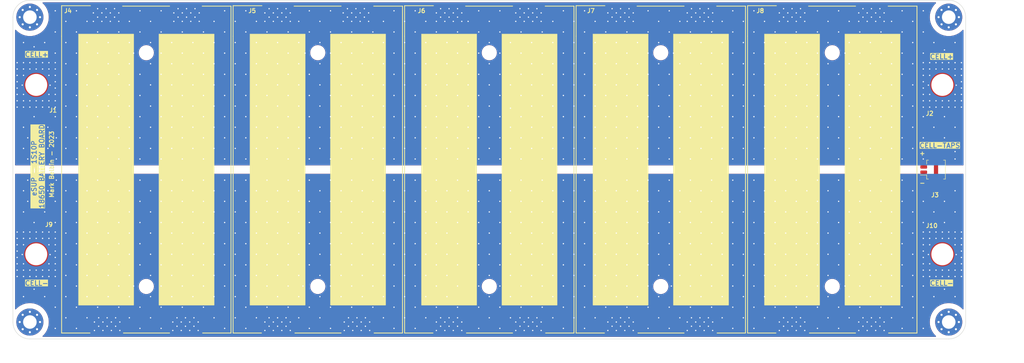
<source format=kicad_pcb>
(kicad_pcb (version 20221018) (generator pcbnew)
  (title_block (title "eSUP - 1S10P 18650 Battery Holder") (date "2023-11-11") (rev "V1") (company "Mark Belbin"))
  (layers (0 "F.Cu" signal) (31 "B.Cu" signal) (34 "B.Paste" user) (35 "F.Paste" user) (36 "B.SilkS" user "B.Silkscreen") (37 "F.SilkS" user "F.Silkscreen") (38 "B.Mask" user) (39 "F.Mask" user) (44 "Edge.Cuts" user))
  (net 0 "")
  (net 5 "unconnected-(J3-MountPin-PadMP)")
  (net 6 "/CELL+")
  (net 7 "/CELL-")
  (footprint "MountingHole:MountingHole_3.2mm_M3_Pad_Via" (layer "F.Cu") (at 261 126.5)
    (fp_text reference "H4" hide)
    (fp_text value "MountingHole_Pad")
  )
  (footprint "MountingHole:MountingHole_3.2mm_M3_Pad_Via" (layer "F.Cu") (at 261 54.5)
    (fp_text reference "H2" hide)
    (fp_text value "MountingHole_Pad")
  )
  (footprint "battery_holder:dual_18650_battery_holder" (layer "F.Cu") (at 193 90.5)
    (fp_text reference "J7")
    (fp_text value "dual_18650_battery_holder")
  )
  (footprint "battery_holder:Wurth_746600430R" (layer "F.Cu") (at 45.5 70.5)
    (fp_text reference "J1")
    (fp_text value "Screw_Terminal_01x01")
  )
  (footprint "MountingHole:MountingHole_3.2mm_M3_Pad_Via" (layer "F.Cu") (at 44 54.5)
    (fp_text reference "H1" hide)
    (fp_text value "MountingHole_Pad")
  )
  (footprint "battery_holder:Wurth_746600430R" (layer "F.Cu") (at 45.5 110.5)
    (fp_text reference "J9")
    (fp_text value "Screw_Terminal_01x01")
  )
  (footprint "battery_holder:Wurth_746600430R" (layer "F.Cu") (at 259.5 110.5)
    (fp_text reference "J10")
    (fp_text value "Screw_Terminal_01x01")
  )
  (footprint "battery_holder:dual_18650_battery_holder" (layer "F.Cu") (at 112 90.5)
    (fp_text reference "J5")
    (fp_text value "dual_18650_battery_holder")
  )
  (footprint "Connector_Molex:Molex_PicoBlade_53261-0271_1x02-1MP_P1.25mm_Horizontal" (layer "F.Cu") (at 257.5 90.5 90)
    (fp_text reference "J3")
    (fp_text value "Conn_01x02")
  )
  (footprint "battery_holder:Wurth_746600430R" (layer "F.Cu") (at 259.5 70.5)
    (fp_text reference "J2")
    (fp_text value "Screw_Terminal_01x01")
  )
  (footprint "MountingHole:MountingHole_3.2mm_M3_Pad_Via" (layer "F.Cu") (at 44 126.5)
    (fp_text reference "H3" hide)
    (fp_text value "MountingHole_Pad")
  )
  (footprint "battery_holder:dual_18650_battery_holder" (layer "F.Cu") (at 233.5 90.5)
    (fp_text reference "J8")
    (fp_text value "dual_18650_battery_holder")
  )
  (footprint "battery_holder:dual_18650_battery_holder" (layer "F.Cu") (at 152.5 90.5)
    (fp_text reference "J6")
    (fp_text value "dual_18650_battery_holder")
  )
  (footprint "battery_holder:dual_18650_battery_holder" (layer "F.Cu") (at 71.5 90.5)
    (fp_text reference "J4")
    (fp_text value "dual_18650_battery_holder")
  )
  (gr_line (start 261 130.5) (end 44 130.5) (stroke (width 0.1)) (layer "Edge.Cuts"))
  (gr_line (start 265 54.5) (end 265 126.5) (stroke (width 0.1)) (layer "Edge.Cuts"))
  (gr_arc (start 265 126.5) (mid 263.828427 129.328427) (end 261 130.5) (stroke (width 0.1)) (layer "Edge.Cuts"))
  (gr_arc (start 44 130.5) (mid 41.171573 129.328427) (end 40 126.5) (stroke (width 0.1)) (layer "Edge.Cuts"))
  (gr_arc (start 40 54.5) (mid 41.171573 51.671573) (end 44 50.5) (stroke (width 0.1)) (layer "Edge.Cuts"))
  (gr_line (start 44 50.5) (end 261 50.5) (stroke (width 0.1)) (layer "Edge.Cuts"))
  (gr_line (start 40 126.5) (end 40 54.5) (stroke (width 0.1)) (layer "Edge.Cuts"))
  (gr_arc (start 261 50.5) (mid 263.828427 51.671573) (end 265 54.5) (stroke (width 0.1)) (layer "Edge.Cuts"))
  (gr_text "CELL+" (at 42.75 64) (layer "F.SilkS" knockout) (effects (font (size 1.143 1.143) (thickness 0.2032) bold) (justify left bottom)))
  (gr_text "eSUP - 1S10P \n18650 BATTERY BOARD" (at 47.5 89.75 90) (layer "F.SilkS" knockout) (effects (font (size 1.143 1.143) (thickness 0.2032) bold) (justify bottom)))
  (gr_text "-" (at 254 94.25) (layer "F.SilkS") (effects (font (size 1.016 1.016) (thickness 0.2032) bold) (justify left bottom)))
  (gr_text "CELL+" (at 256.5 64.5) (layer "F.SilkS" knockout) (effects (font (size 1.143 1.143) (thickness 0.2032) bold) (justify left bottom)))
  (gr_text "+" (at 254 87.25) (layer "F.SilkS") (effects (font (size 1.016 1.016) (thickness 0.2032) bold) (justify left bottom)))
  (gr_text "CELL-TAPS" (at 254 85.5) (layer "F.SilkS" knockout) (effects (font (size 1.143 1.143) (thickness 0.2032) bold) (justify left bottom)))
  (gr_text "CELL-" (at 42.75 118) (layer "F.SilkS" knockout) (effects (font (size 1.143 1.143) (thickness 0.2032) bold) (justify left bottom)))
  (gr_text "CELL-" (at 256.5 118) (layer "F.SilkS" knockout) (effects (font (size 1.143 1.143) (thickness 0.2032) bold) (justify left bottom)))
  (gr_text "Mark Belbin - 2023" (at 49.75 97.25 90) (layer "F.SilkS") (effects (font (size 1.016 1.016) (thickness 0.2032) bold) (justify left bottom)))
  (segment (start 258 93.675) (end 258 87.325) (width 1) (layer "F.Cu") (net 5))
  (segment (start 255.1 89.875) (end 255.1 89.6) (width 0.5) (layer "F.Cu") (net 6))
  (segment (start 255.1 89.6) (end 254.5 89) (width 0.5) (layer "F.Cu") (net 6))
  (via (at 52.5 75.5) (size 0.762) (drill 0.3048) (layers "F.Cu" "B.Cu") (net 6))
  (via (at 55 83) (size 0.762) (drill 0.3048) (layers "F.Cu" "B.Cu") (net 6))
  (via (at 47 66.75) (size 0.762) (drill 0.3048) (layers "F.Cu" "B.Cu") (net 6))
  (via (at 60 52.5) (size 0.762) (drill 0.3048) (layers "F.Cu" "B.Cu") (net 6))
  (via (at 145 58) (size 0.762) (drill 0.3048) (layers "F.Cu" "B.Cu") (net 6))
  (via (at 250 58) (size 0.762) (drill 0.3048) (layers "F.Cu" "B.Cu") (net 6))
  (via (at 252.5 60.5) (size 0.762) (drill 0.3048) (layers "F.Cu" "B.Cu") (net 6))
  (via (at 237.5 60.5) (size 0.762) (drill 0.3048) (layers "F.Cu" "B.Cu") (net 6))
  (via (at 181.5 52.5) (size 0.762) (drill 0.3048) (layers "F.Cu" "B.Cu") (net 6))
  (via (at 117.5 85.5) (size 0.762) (drill 0.3048) (layers "F.Cu" "B.Cu") (net 6))
  (via (at 47 75.75) (size 0.762) (drill 0.3048) (layers "F.Cu" "B.Cu") (net 6))
  (via (at 175 58) (size 0.762) (drill 0.3048) (layers "F.Cu" "B.Cu") (net 6))
  (via (at 67.5 80.5) (size 0.762) (drill 0.3048) (layers "F.Cu" "B.Cu") (net 6))
  (via (at 152.5 55.5) (size 0.762) (drill 0.3048) (layers "F.Cu" "B.Cu") (net 6))
  (via (at 122.5 80.5) (size 0.762) (drill 0.3048) (layers "F.Cu" "B.Cu") (net 6))
  (via (at 62.5 70.5) (size 0.762) (drill 0.3048) (layers "F.Cu" "B.Cu") (net 6))
  (via (at 102.5 70.5) (size 0.762) (drill 0.3048) (layers "F.Cu" "B.Cu") (net 6))
  (via (at 204.25 54.5) (size 0.762) (drill 0.3048) (layers "F.Cu" "B.Cu") (net 6))
  (via (at 170 88) (size 0.762) (drill 0.3048) (layers "F.Cu" "B.Cu") (net 6))
  (via (at 167.5 60.5) (size 0.762) (drill 0.3048) (layers "F.Cu" "B.Cu") (net 6))
  (via (at 42.5 60.5) (size 0.762) (drill 0.3048) (layers "F.Cu" "B.Cu") (net 6))
  (via (at 85 88) (size 0.762) (drill 0.3048) (layers "F.Cu" "B.Cu") (net 6))
  (via (at 165 73) (size 0.762) (drill 0.3048) (layers "F.Cu" "B.Cu") (net 6))
  (via (at 177.5 85.5) (size 0.762) (drill 0.3048) (layers "F.Cu" "B.Cu") (net 6))
  (via (at 155 73) (size 0.762) (drill 0.3048) (layers "F.Cu" "B.Cu") (net 6))
  (via (at 121 52.5) (size 0.762) (drill 0.3048) (layers "F.Cu" "B.Cu") (net 6))
  (via (at 75 63) (size 0.762) (drill 0.3048) (layers "F.Cu" "B.Cu") (net 6))
  (via (at 172.5 70.5) (size 0.762) (drill 0.3048) (layers "F.Cu" "B.Cu") (net 6))
  (via (at 256.5 75.75) (size 0.762) (drill 0.3048) (layers "F.Cu" "B.Cu") (net 6))
  (via (at 167.5 80.5) (size 0.762) (drill 0.3048) (layers "F.Cu" "B.Cu") (net 6))
  (via (at 177.5 80.5) (size 0.762) (drill 0.3048) (layers "F.Cu" "B.Cu") (net 6))
  (via (at 182.5 55.5) (size 0.762) (drill 0.3048) (layers "F.Cu" "B.Cu") (net 6))
  (via (at 202.5 60.5) (size 0.762) (drill 0.3048) (layers "F.Cu" "B.Cu") (net 6))
  (via (at 258 75.75) (size 0.762) (drill 0.3048) (layers "F.Cu" "B.Cu") (net 6))
  (via (at 230 83) (size 0.762) (drill 0.3048) (layers "F.Cu" "B.Cu") (net 6))
  (via (at 227.5 85.5) (size 0.762) (drill 0.3048) (layers "F.Cu" "B.Cu") (net 6))
  (via (at 160 58) (size 0.762) (drill 0.3048) (layers "F.Cu" "B.Cu") (net 6))
  (via (at 55 53) (size 0.762) (drill 0.3048) (layers "F.Cu" "B.Cu") (net 6))
  (via (at 110 78) (size 0.762) (drill 0.3048) (layers "F.Cu" "B.Cu") (net 6))
  (via (at 132.5 55.5) (size 0.762) (drill 0.3048) (layers "F.Cu" "B.Cu") (net 6))
  (via (at 67.5 85.5) (size 0.762) (drill 0.3048) (layers "F.Cu" "B.Cu") (net 6))
  (via (at 75 58) (size 0.762) (drill 0.3048) (layers "F.Cu" "B.Cu") (net 6))
  (via (at 140 88) (size 0.762) (drill 0.3048) (layers "F.Cu" "B.Cu") (net 6))
  (via (at 48.5 66.75) (size 0.762) (drill 0.3048) (layers "F.Cu" "B.Cu") (net 6))
  (via (at 144 55.5) (size 0.762) (drill 0.3048) (layers "F.Cu" "B.Cu") (net 6))
  (via (at 124 53.5) (size 0.762) (drill 0.3048) (layers "F.Cu" "B.Cu") (net 6))
  (via (at 197.5 65.5) (size 0.762) (drill 0.3048) (layers "F.Cu" "B.Cu") (net 6))
  (via (at 118 55.5) (size 0.762) (drill 0.3048) (layers "F.Cu" "B.Cu") (net 6))
  (via (at 220 73) (size 0.762) (drill 0.3048) (layers "F.Cu" "B.Cu") (net 6))
  (via (at 65 73) (size 0.762) (drill 0.3048) (layers "F.Cu" "B.Cu") (net 6))
  (via (at 240 83) (size 0.762) (drill 0.3048) (layers "F.Cu" "B.Cu") (net 6))
  (via (at 90 83) (size 0.762) (drill 0.3048) (layers "F.Cu" "B.Cu") (net 6))
  (via (at 137.5 60.5) (size 0.762) (drill 0.3048) (layers "F.Cu" "B.Cu") (net 6))
  (via (at 107.5 85.5) (size 0.762) (drill 0.3048) (layers "F.Cu" "B.Cu") (net 6))
  (via (at 162.5 65.5) (size 0.762) (drill 0.3048) (layers "F.Cu" "B.Cu") (net 6))
  (via (at 70 73) (size 0.762) (drill 0.3048) (layers "F.Cu" "B.Cu") (net 6))
  (via (at 97.5 60.5) (size 0.762) (drill 0.3048) (layers "F.Cu" "B.Cu") (net 6))
  (via (at 200 73) (size 0.762) (drill 0.3048) (layers "F.Cu" "B.Cu") (net 6))
  (via (at 210 58) (size 0.762) (drill 0.3048) (layers "F.Cu" "B.Cu") (net 6))
  (via (at 167.5 85.5) (size 0.762) (drill 0.3048) (layers "F.Cu" "B.Cu") (net 6))
  (via (at 200.25 52.5) (size 0.762) (drill 0.3048) (layers "F.Cu" "B.Cu") (net 6))
  (via (at 255 83) (size 0.762) (drill 0.3048) (layers "F.Cu" "B.Cu") (net 6))
  (via (at 240 78) (size 0.762) (drill 0.3048) (layers "F.Cu" "B.Cu") (net 6))
  (via (at 205.25 55.5) (size 0.762) (drill 0.3048) (layers "F.Cu" "B.Cu") (net 6))
  (via (at 255 68.25) (size 0.762) (drill 0.3048) (layers "F.Cu" "B.Cu") (net 6))
  (via (at 195 83) (size 0.762) (drill 0.3048) (layers "F.Cu" "B.Cu") (net 6))
  (via (at 162.75 55.5) (size 0.762) (drill 0.3048) (layers "F.Cu" "B.Cu") (net 6))
  (via (at 41 74.25) (size 0.762) (drill 0.3048) (layers "F.Cu" "B.Cu") (net 6))
  (via (at 63 55.5) (size 0.762) (drill 0.3048) (layers "F.Cu" "B.Cu") (net 6))
  (via (at 165 63) (size 0.762) (drill 0.3048) (layers "F.Cu" "B.Cu") (net 6))
  (via (at 256.5 68.25) (size 0.762) (drill 0.3048) (layers "F.Cu" "B.Cu") (net 6))
  (via (at 60 88) (size 0.762) (drill 0.3048) (layers "F.Cu" "B.Cu") (net 6))
  (via (at 190 88) (size 0.762) (drill 0.3048) (layers "F.Cu" "B.Cu") (net 6))
  (via (at 141 52.5) (size 0.762) (drill 0.3048) (layers "F.Cu" "B.Cu") (net 6))
  (via (at 145 68) (size 0.762) (drill 0.3048) (layers "F.Cu" "B.Cu") (net 6))
  (via (at 140 53.5) (size 0.762) (drill 0.3048) (layers "F.Cu" "B.Cu") (net 6))
  (via (at 150 63) (size 0.762) (drill 0.3048) (layers "F.Cu" "B.Cu") (net 6))
  (via (at 67.5 75.5) (size 0.762) (drill 0.3048) (layers "F.Cu" "B.Cu") (net 6))
  (via (at 62 54.5) (size 0.762) (drill 0.3048) (layers "F.Cu" "B.Cu") (net 6))
  (via (at 135 78) (size 0.762) (drill 0.3048) (layers "F.Cu" "B.Cu") (net 6))
  (via (at 185 68) (size 0.762) (drill 0.3048) (layers "F.Cu" "B.Cu") (net 6))
  (via (at 130 73) (size 0.762) (drill 0.3048) (layers "F.Cu" "B.Cu") (net 6))
  (via (at 230 78) (size 0.762) (drill 0.3048) (layers "F.Cu" "B.Cu") (net 6))
  (via (at 172.5 60.5) (size 0.762) (drill 0.3048) (layers "F.Cu" "B.Cu") (net 6))
  (via (at 152.5 75.5) (size 0.762) (drill 0.3048) (layers "F.Cu" "B.Cu") (net 6))
  (via (at 158.75 53.5) (size 0.762) (drill 0.3048) (layers "F.Cu" "B.Cu") (net 6))
  (via (at 255 53) (size 0.762) (drill 0.3048) (layers "F.Cu" "B.Cu") (net 6))
  (via (at 92.5 75.5) (size 0.762) (drill 0.3048) (layers "F.Cu" "B.Cu") (net 6))
  (via (at 127.5 85.5) (size 0.762) (drill 0.3048) (layers "F.Cu" "B.Cu") (net 6))
  (via (at 84 55.5) (size 0.762) (drill 0.3048) (layers "F.Cu" "B.Cu") (net 6))
  (via (at 127.5 55.5) (size 0.762) (drill 0.3048) (layers "F.Cu" "B.Cu") (net 6))
  (via (at 259.5 66.75) (size 0.762) (drill 0.3048) (layers "F.Cu" "B.Cu") (net 6))
  (via (at 47.5 60.5) (size 0.762) (drill 0.3048) (layers "F.Cu" "B.Cu") (net 6))
  (via (at 130 58) (size 0.762) (drill 0.3048) (layers "F.Cu" "B.Cu") (net 6))
  (via (at 205 78) (size 0.762) (drill 0.3048) (layers "F.Cu" "B.Cu") (net 6))
  (via (at 195 53) (size 0.762) (drill 0.3048) (layers "F.Cu" "B.Cu") (net 6))
  (via (at 180 68) (size 0.762) (drill 0.3048) (layers "F.Cu" "B.Cu") (net 6))
  (via (at 152.5 80.5) (size 0.762) (drill 0.3048) (layers "F.Cu" "B.Cu") (net 6))
  (via (at 237.5 85.5) (size 0.762) (drill 0.3048) (layers "F.Cu" "B.Cu") (net 6))
  (via (at 132.5 60.5) (size 0.762) (drill 0.3048) (layers "F.Cu" "B.Cu") (net 6))
  (via (at 42.5 68.25) (size 0.762) (drill 0.3048) (layers "F.Cu" "B.Cu") (net 6))
  (via (at 55 68) (size 0.762) (drill 0.3048) (layers "F.Cu" "B.Cu") (net 6))
  (via (at 222.5 70.5) (size 0.762) (drill 0.3048) (layers "F.Cu" "B.Cu") (net 6))
  (via (at 102.5 65.5) (size 0.762) (drill 0.3048) (layers "F.Cu" "B.Cu") (net 6))
  (via (at 78 53.5) (size 0.762) (drill 0.3048) (layers "F.Cu" "B.Cu") (net 6))
  (via (at 225 58) (size 0.762) (drill 0.3048) (layers "F.Cu" "B.Cu") (net 6))
  (via (at 190 68) (size 0.762) (drill 0.3048) (layers "F.Cu" "B.Cu") (net 6))
  (via (at 48.780468 70.572377) (size 0.762) (drill 0.3048) (layers "F.Cu" "B.Cu") (net 6))
  (via (at 100 88) (size 0.762) (drill 0.3048) (layers "F.Cu" "B.Cu") (net 6))
  (via (at 262.5 72.75) (size 0.762) (drill 0.3048) (layers "F.Cu" "B.Cu") (net 6))
  (via (at 85 68) (size 0.762) (drill 0.3048) (layers "F.Cu" "B.Cu") (net 6))
  (via (at 115 58) (size 0.762) (drill 0.3048) (layers "F.Cu" "B.Cu") (net 6))
  (via (at 115 63) (size 0.762) (drill 0.3048) (layers "F.Cu" "B.Cu") (net 6))
  (via (at 120 78) (size 0.762) (drill 0.3048) (layers "F.Cu" "B.Cu") (net 6))
  (via (at 217.5 55.5) (size 0.762) (drill 0.3048) (layers "F.Cu" "B.Cu") (net 6))
  (via (at 125 83) (size 0.762) (drill 0.3048) (layers "F.Cu" "B.Cu") (net 6))
  (via (at 137.5 75.5) (size 0.762) (drill 0.3048) (layers "F.Cu" "B.Cu") (net 6))
  (via (at 41 75.75) (size 0.762) (drill 0.3048) (layers "F.Cu" "B.Cu") (net 6))
  (via (at 180 63) (size 0.762) (drill 0.3048) (layers "F.Cu" "B.Cu") (net 6))
  (via (at 242.5 80.5) (size 0.762) (drill 0.3048) (layers "F.Cu" "B.Cu") (net 6))
  (via (at 117.5 60.5) (size 0.762) (drill 0.3048) (layers "F.Cu" "B.Cu") (net 6))
  (via (at 155 58) (size 0.762) (drill 0.3048) (layers "F.Cu" "B.Cu") (net 6))
  (via (at 252.5 75.5) (size 0.762) (drill 0.3048) (layers "F.Cu" "B.Cu") (net 6))
  (via (at 41 71.25) (size 0.762) (drill 0.3048) (layers "F.Cu" "B.Cu") (net 6))
  (via (at 85 63) (size 0.762) (drill 0.3048) (layers "F.Cu" "B.Cu") (net 6))
  (via (at 45.5 66.75) (size 0.762) (drill 0.3048) (layers "F.Cu" "B.Cu") (net 6))
  (via (at 157.5 85.5) (size 0.762) (drill 0.3048) (layers "F.Cu" "B.Cu") (net 6))
  (via (at 260 78) (size 0.762) (drill 0.3048) (layers "F.Cu" "B.Cu") (net 6))
  (via (at 261 74.25) (size 0.762) (drill 0.3048) (layers "F.Cu" "B.Cu") (net 6))
  (via (at 105 73) (size 0.762) (drill 0.3048) (layers "F.Cu" "B.Cu") (net 6))
  (via (at 125 58) (size 0.762) (drill 0.3048) (layers "F.Cu" "B.Cu") (net 6))
  (via (at 237.5 75.5) (size 0.762) (drill 0.3048) (layers "F.Cu" "B.Cu") (net 6))
  (via (at 42.5 74.25) (size 0.762) (drill 0.3048) (layers "F.Cu" "B.Cu") (net 6))
  (via (at 170 83) (size 0.762) (drill 0.3048) (layers "F.Cu" "B.Cu") (net 6))
  (via (at 212.5 75.5) (size 0.762) (drill 0.3048) (layers "F.Cu" "B.Cu") (net 6))
  (via (at 217.5 85.5) (size 0.762) (drill 0.3048) (layers "F.Cu" "B.Cu") (net 6))
  (via (at 47 65.25) (size 0.762) (drill 0.3048) (layers "F.Cu" "B.Cu") (net 6))
  (via (at 119 54.5) (size 0.762) (drill 0.3048) (layers "F.Cu" "B.Cu") (net 6))
  (via (at 180 73) (size 0.762) (drill 0.3048) (layers "F.Cu" "B.Cu") (net 6))
  (via (at 135 53) (size 0.762) (drill 0.3048) (layers "F.Cu" "B.Cu") (net 6))
  (via (at 105.5 53.5) (size 0.762) (drill 0.3048) (layers "F.Cu" "B.Cu") (net 6))
  (via (at 225 83) (size 0.762) (drill 0.3048) (layers "F.Cu" "B.Cu") (net 6))
  (via (at 79 54.5) (size 0.762) (drill 0.3048) (layers "F.Cu" "B.Cu") (net 6))
  (via (at 202.25 54.5) (size 0.762) (drill 0.3048) (layers "F.Cu" "B.Cu") (net 6))
  (via (at 237.5 55.5) (size 0.762) (drill 0.3048) (layers "F.Cu" "B.Cu") (net 6))
  (via (at 44 75.75) (size 0.762) (drill 0.3048) (layers "F.Cu" "B.Cu") (net 6))
  (via (at 187.5 65.5) (size 0.762) (drill 0.3048) (layers "F.Cu" "B.Cu") (net 6))
  (via (at 192.5 80.5) (size 0.762) (drill 0.3048) (layers "F.Cu" "B.Cu") (net 6))
  (via (at 97.5 70.5) (size 0.762) (drill 0.3048) (layers "F.Cu" "B.Cu") (net 6))
  (via (at 184.5 53.5) (size 0.762) (drill 0.3048) (layers "F.Cu" "B.Cu") (net 6))
  (via (at 104.5 54.5) (size 0.762) (drill 0.3048) (layers "F.Cu" "B.Cu") (net 6))
  (via (at 204.25 52.5) (size 0.762) (drill 0.3048) (layers "F.Cu" "B.Cu") (net 6))
  (via (at 232.5 65.5) (size 0.762) (drill 0.3048) (layers "F.Cu" "B.Cu") (net 6))
  (via (at 141 54.5) (size 0.762) (drill 0.3048) (layers "F.Cu" "B.Cu") (net 6))
  (via (at 160 88) (size 0.762) (drill 0.3048) (layers "F.Cu" "B.Cu") (net 6))
  (via (at 62.5 75.5) (size 0.762) (drill 0.3048) (layers "F.Cu" "B.Cu") (net 6))
  (via (at 264 71.25) (size 0.762) (drill 0.3048) (layers "F.Cu" "B.Cu") (net 6))
  (via (at 255 75.75) (size 0.762) (drill 0.3048) (layers "F.Cu" "B.Cu") (net 6))
  (via (at 192.5 60.5) (size 0.762) (drill 0.3048) (layers "F.Cu" "B.Cu") (net 6))
  (via (at 232.5 75.5) (size 0.762) (drill 0.3048) (layers "F.Cu" "B.Cu") (net 6))
  (via (at 262.5 65.25) (size 0.762) (drill 0.3048) (layers "F.Cu" "B.Cu") (net 6))
  (via (at 264 65.25) (size 0.762) (drill 0.3048) (layers "F.Cu" "B.Cu") (net 6))
  (via (at 79 52.5) (size 0.762) (drill 0.3048) (layers "F.Cu" "B.Cu") (net 6))
  (via (at 42.5 75.75) (size 0.762) (drill 0.3048) (layers "F.Cu" "B.Cu") (net 6))
  (via (at 65 58) (size 0.762) (drill 0.3048) (layers "F.Cu" "B.Cu") (net 6))
  (via (at 222 54.5) (size 0.762) (drill 0.3048) (layers "F.Cu" "B.Cu") (net 6))
  (via (at 102.5 54.5) (size 0.762) (drill 0.3048) (layers "F.Cu" "B.Cu") (net 6))
  (via (at 232.5 70.5) (size 0.762) (drill 0.3048) (layers "F.Cu" "B.Cu") (net 6))
  (via (at 77.5 60.5) (size 0.762) (drill 0.3048) (layers "F.Cu" "B.Cu") (net 6))
  (via (at 123 54.5) (size 0.762) (drill 0.3048) (layers "F.Cu" "B.Cu") (net 6))
  (via (at 60 78) (size 0.762) (drill 0.3048) (layers "F.Cu" "B.Cu") (net 6))
  (via (at 182.5 85.5) (size 0.762) (drill 0.3048) (layers "F.Cu" "B.Cu") (net 6))
  (via (at 150 83) (size 0.762) (drill 0.3048) (layers "F.Cu" "B.Cu") (net 6))
  (via (at 85 58) (size 0.762) (drill 0.3048) (layers "F.Cu" "B.Cu") (net 6))
  (via (at 242.5 70.5) (size 0.762) (drill 0.3048) (layers "F.Cu" "B.Cu") (net 6))
  (via (at 259.5 65.25) (size 0.762) (drill 0.3048) (layers "F.Cu" "B.Cu") (net 6))
  (via (at 175 68) (size 0.762) (drill 0.3048) (layers "F.Cu" "B.Cu") (net 6))
  (via (at 159.75 52.5) (size 0.762) (drill 0.3048) (layers "F.Cu" "B.Cu") (net 6))
  (via (at 101.5 53.5) (size 0.762) (drill 0.3048) (layers "F.Cu" "B.Cu") (net 6))
  (via (at 256.5 65.25) (size 0.762) (drill 0.3048) (layers "F.Cu" "B.Cu") (net 6))
  (via (at 132.5 65.5) (size 0.762) (drill 0.3048) (layers "F.Cu" "B.Cu") (net 6))
  (via (at 165 68) (size 0.762) (drill 0.3048) (layers "F.Cu" "B.Cu") (net 6))
  (via (at 180.5 53.5) (size 0.762) (drill 0.3048) (layers "F.Cu" "B.Cu") (net 6))
  (via (at 195 88) (size 0.762) (drill 0.3048) (layers "F.Cu" "B.Cu") (net 6))
  (via (at 165 78) (size 0.762) (drill 0.3048) (layers "F.Cu" "B.Cu") (net 6))
  (via (at 167.5 55.5) (size 0.762) (drill 0.3048) (layers "F.Cu" "B.Cu") (net 6))
  (via (at 222.5 75.5) (size 0.762) (drill 0.3048) (layers "F.Cu" "B.Cu") (net 6))
  (via (at 48.25 80.5) (size 0.762) (drill 0.3048) (layers "F.Cu" "B.Cu") (net 6))
  (via (at 192.5 75.5) (size 0.762) (drill 0.3048) (layers "F.Cu" "B.Cu") (net 6))
  (via (at 41 72.75) (size 0.762) (drill 0.3048) (layers "F.Cu" "B.Cu") (net 6))
  (via (at 163.75 54.5) (size 0.762) (drill 0.3048) (layers "F.Cu" "B.Cu") (net 6))
  (via (at 107.5 75.5) (size 0.762) (drill 0.3048) (layers "F.Cu" "B.Cu") (net 6))
  (via (at 80 68) (size 0.762) (drill 0.3048) (layers "F.Cu" "B.Cu") (net 6))
  (via (at 110 73) (size 0.762) (drill 0.3048) (layers "F.Cu" "B.Cu") (net 6))
  (via (at 195 58) (size 0.762) (drill 0.3048) (layers "F.Cu" "B.Cu") (net 6))
  (via (at 60 54.5) (size 0.762) (drill 0.3048) (layers "F.Cu" "B.Cu") (net 6))
  (via (at 62 52.5) (size 0.762) (drill 0.3048) (layers "F.Cu" "B.Cu") (net 6))
  (via (at 210 53) (size 0.762) (drill 0.3048) (layers "F.Cu" "B.Cu") (net 6))
  (via (at 255 63) (size 0.762) (drill 0.3048) (layers "F.Cu" "B.Cu") (net 6))
  (via (at 225 53.5) (size 0.762) (drill 0.3048) (layers "F.Cu" "B.Cu") (net 6))
  (via (at 99.5 55.5) (size 0.762) (drill 0.3048) (layers "F.Cu" "B.Cu") (net 6))
  (via (at 81 52.5) (size 0.762) (drill 0.3048) (layers "F.Cu" "B.Cu") (net 6))
  (via (at 237.5 80.5) (size 0.762) (drill 0.3048) (layers "F.Cu" "B.Cu") (net 6))
  (via (at 235 83) (size 0.762) (drill 0.3048) (layers "F.Cu" "B.Cu") (net 6))
  (via (at 110 88) (size 0.762) (drill 0.3048) (layers "F.Cu" "B.Cu") (net 6))
  (via (at 230 73) (size 0.762) (drill 0.3048) (layers "F.Cu" "B.Cu") (net 6))
  (via (at 142.5 85.5) (size 0.762) (drill 0.3048) (layers "F.Cu" "B.Cu") (net 6))
  (via (at 222.5 85.5) (size 0.762) (drill 0.3048) (layers "F.Cu" "B.Cu") (net 6))
  (via (at 205 63) (size 0.762) (drill 0.3048) (layers "F.Cu" "B.Cu") (net 6))
  (via (at 105 83) (size 0.762) (drill 0.3048) (layers "F.Cu" "B.Cu") (net 6))
  (via (at 240 88) (size 0.762) (drill 0.3048) (layers "F.Cu" "B.Cu") (net 6))
  (via (at 90 53) (size 0.762) (drill 0.3048) (layers "F.Cu" "B.Cu") (net 6))
  (via (at 160 73) (size 0.762) (drill 0.3048) (layers "F.Cu" "B.Cu") (net 6))
  (via (at 205 83) (size 0.762) (drill 0.3048) (layers "F.Cu" "B.Cu") (net 6))
  (via (at 55 63) (size 0.762) (drill 0.3048) (layers "F.Cu" "B.Cu") (net 6))
  (via (at 90 73) (size 0.762) (drill 0.3048) (layers "F.Cu" "B.Cu") (net 6))
  (via (at 41 68.25) (size 0.762) (drill 0.3048) (layers "F.Cu" "B.Cu") (net 6))
  (via (at 225 73) (size 0.762) (drill 0.3048) (layers "F.Cu" "B.Cu") (net 6))
  (via (at 237.5 70.5) (size 0.762) (drill 0.3048) (layers "F.Cu" "B.Cu") (net 6))
  (via (at 72.5 60.5) (size 0.762) (drill 0.3048) (layers "F.Cu" "B.Cu") (net 6))
  (via (at 57.5 55.5) (size 0.762) (drill 0.3048) (layers "F.Cu" "B.Cu") (net 6))
  (via (at 264 69.75) (size 0.762) (drill 0.3048) (layers "F.Cu" "B.Cu") (net 6))
  (via (at 207.5 65.5) (size 0.762) (drill 0.3048) (layers "F.Cu" "B.Cu") (net 6))
  (via (at 155 78) (size 0.762) (drill 0.3048) (layers "F.Cu" "B.Cu") (net 6))
  (via (at 48.5 75.75) (size 0.762) (drill 0.3048) (layers "F.Cu" "B.Cu") (net 6))
  (via (at 47 74.25) (size 0.762) (drill 0.3048) (layers "F.Cu" "B.Cu") (net 6))
  (via (at 261 75.75) (size 0.762) (drill 0.3048) (layers "F.Cu" "B.Cu") (net 6))
  (via (at 250 88) (size 0.762) (drill 0.3048) (layers "F.Cu" "B.Cu") (net 6))
  (via (at 230 63) (size 0.762) (drill 0.3048) (layers "F.Cu" "B.Cu") (net 6))
  (via (at 155 53) (size 0.762) (drill 0.3048) (layers "F.Cu" "B.Cu") (net 6))
  (via (at 100 58) (size 0.762) (drill 0.3048) (layers "F.Cu" "B.Cu") (net 6))
  (via (at 182.5 80.5) (size 0.762) (drill 0.3048) (layers "F.Cu" "B.Cu") (net 6))
  (via (at 170 58) (size 0.762) (drill 0.3048) (layers "F.Cu" "B.Cu") (net 6))
  (via (at 230 68) (size 0.762) (drill 0.3048) (layers "F.Cu" "B.Cu") (net 6))
  (via (at 87.5 75.5) (size 0.762) (drill 0.3048) (layers "F.Cu" "B.Cu") (net 6))
  (via (at 230 53) (size 0.762) (drill 0.3048) (layers "F.Cu" "B.Cu") (net 6))
  (via (at 142 53.5) (size 0.762) (drill 0.3048) (layers "F.Cu" "B.Cu") (net 6))
  (via (at 155 63) (size 0.762) (drill 0.3048) (layers "F.Cu" "B.Cu") (net 6))
  (via (at 140 68) (size 0.762) (drill 0.3048) (layers "F.Cu" "B.Cu") (net 6))
  (via (at 142.5 80.5) (size 0.762) (drill 0.3048) (layers "F.Cu" "B.Cu") (net 6))
  (via (at 262.5 74.25) (size 0.762) (drill 0.3048) (layers "F.Cu" "B.Cu") (net 6))
  (via (at 42.5 85.5) (size 0.762) (drill 0.3048) (layers "F.Cu" "B.Cu") (net 6))
  (via (at 50 72.75) (size 0.762) (drill 0.3048) (layers "F.Cu" "B.Cu") (net 6))
  (via (at 187.5 60.5) (size 0.762) (drill 0.3048) (layers "F.Cu" "B.Cu") (net 6))
  (via (at 225 55.5) (size 0.762) (drill 0.3048) (layers "F.Cu" "B.Cu") (net 6))
  (via (at 95 68) (size 0.762) (drill 0.3048) (layers "F.Cu" "B.Cu") (net 6))
  (via (at 125 68) (size 0.762) (drill 0.3048) (layers "F.Cu" "B.Cu") (net 6))
  (via (at 220 58) (size 0.762) (drill 0.3048) (layers "F.Cu" "B.Cu") (net 6))
  (via (at 202.5 70.5) (size 0.762) (drill 0.3048) (layers "F.Cu" "B.Cu") (net 6))
  (via (at 112.5 70.5) (size 0.762) (drill 0.3048) (layers "F.Cu" "B.Cu") (net 6))
  (via (at 120 68) (size 0.762) (drill 0.3048) (layers "F.Cu" "B.Cu") (net 6))
  (via (at 252.5 85.5) (size 0.762) (drill 0.3048) (layers "F.Cu" "B.Cu") (net 6))
  (via (at 235 68) (size 0.762) (drill 0.3048) (layers "F.Cu" "B.Cu") (net 6))
  (via (at 75 88) (size 0.762) (drill 0.3048) (layers "F.Cu" "B.Cu") (net 6))
  (via (at 255 74.25) (size 0.762) (drill 0.3048) (layers "F.Cu" "B.Cu") (net 6))
  (via (at 127.5 75.5) (size 0.762) (drill 0.3048) (layers "F.Cu" "B.Cu") (net 6))
  (via (at 212.5 85.5) (size 0.762) (drill 0.3048) (layers "F.Cu" "B.Cu") (net 6))
  (via (at 67.5 65.5) (size 0.762) (drill 0.3048) (layers "F.Cu" "B.Cu") (net 6))
  (via (at 115 68) (size 0.762) (drill 0.3048) (layers "F.Cu" "B.Cu") (net 6))
  (via (at 226 54.5) (size 0.762) (drill 0.3048) (layers "F.Cu" "B.Cu") (net 6))
  (via (at 52.5 70.5) (size 0.762) (drill 0.3048) (layers "F.Cu" "B.Cu") (net 6))
  (via (at 99.5 53.5) (size 0.762) (drill 0.3048) (layers "F.Cu" "B.Cu") (net 6))
  (via (at 72.5 55.5) (size 0.762) (drill 0.3048) (layers "F.Cu" "B.Cu") (net 6))
  (via (at 50 53) (size 0.762) (drill 0.3048) (layers "F.Cu" "B.Cu") (net 6))
  (via (at 80 78) (size 0.762) (drill 0.3048) (layers "F.Cu" "B.Cu") (net 6))
  (via (at 112.5 80.5) (size 0.762) (drill 0.3048) (layers "F.Cu" "B.Cu") (net 6))
  (via (at 125 78) (size 0.762) (drill 0.3048) (layers "F.Cu" "B.Cu") (net 6))
  (via (at 160 63) (size 0.762) (drill 0.3048) (layers "F.Cu" "B.Cu") (net 6))
  (via (at 250 73) (size 0.762) (drill 0.3048) (layers "F.Cu" "B.Cu") (net 6))
  (via (at 242.5 85.5) (size 0.762) (drill 0.3048) (layers "F.Cu" "B.Cu") (net 6))
  (via (at 90 68) (size 0.762) (drill 0.3048) (layers "F.Cu" "B.Cu") (net 6))
  (via (at 256.5 72.75) (size 0.762) (drill 0.3048) (layers "F.Cu" "B.Cu") (net 6))
  (via (at 105 63) (size 0.762) (drill 0.3048) (layers "F.Cu" "B.Cu") (net 6))
  (via (at 50 78) (size 0.762) (drill 0.3048) (layers "F.Cu" "B.Cu") (net 6))
  (via (at 137.5 55.5) (size 0.762) (drill 0.3048) (layers "F.Cu" "B.Cu") (net 6))
  (via (at 77.5 80.5) (size 0.762) (drill 0.3048) (layers "F.Cu" "B.Cu") (net 6))
  (via (at 112.5 85.5) (size 0.762) (drill 0.3048) (layers "F.Cu" "B.Cu") (net 6))
  (via (at 84 53.5) (size 0.762) (drill 0.3048) (layers "F.Cu" "B.Cu") (net 6))
  (via (at 162.5 75.5) (size 0.762) (drill 0.3048) (layers "F.Cu" "B.Cu") (net 6))
  (via (at 109 63) (size 0.762) (drill 0.3048) (layers "F.Cu" "B.Cu") (net 6))
  (via (at 48.25 85.5) (size 0.762) (drill 0.3048) (layers "F.Cu" "B.Cu") (net 6))
  (via (at 80 83) (size 0.762) (drill 0.3048) (layers "F.Cu" "B.Cu") (net 6))
  (via (at 177.5 60.5) (size 0.762) (drill 0.3048) (layers "F.Cu" "B.Cu") (net 6))
  (via (at 147.5 70.5) (size 0.762) (drill 0.3048) (layers "F.Cu" "B.Cu") (net 6))
  (via (at 52.5 80.5) (size 0.762) (drill 0.3048) (layers "F.Cu" "B.Cu") (net 6))
  (via (at 65 55.5) (size 0.762) (drill 0.3048) (layers "F.Cu" "B.Cu") (net 6))
  (via (at 100.5 52.5) (size 0.762) (drill 0.3048) (layers "F.Cu" "B.Cu") (net 6))
  (via (at 243.75 55.5) (size 0.762) (drill 0.3048) (layers "F.Cu" "B.Cu") (net 6))
  (via (at 210 83) (size 0.762) (drill 0.3048) (layers "F.Cu" "B.Cu") (net 6))
  (via (at 52.5 60.5) (size 0.762) (drill 0.3048) (layers "F.Cu" "B.Cu") (net 6))
  (via (at 80 53.5) (size 0.762) (drill 0.3048) (layers "F.Cu" "B.Cu") (net 6))
  (via (at 50 74.25) (size 0.762) (drill 0.3048) (layers "F.Cu" "B.Cu") (net 6))
  (via (at 59 53.5) (size 0.762) (drill 0.3048) (layers "F.Cu" "B.Cu") (net 6))
  (via (at 160.75 53.5) (size 0.762) (drill 0.3048) (layers "F.Cu" "B.Cu") (net 6))
  (via (at 199.25 55.5) (size 0.762) (drill 0.3048) (layers "F.Cu" "B.Cu") (net 6))
  (via (at 122.5 65.5) (size 0.762) (drill 0.3048) (layers "F.Cu" "B.Cu") (net 6))
  (via (at 50 66.75) (size 0.762) (drill 0.3048) (layers "F.Cu" "B.Cu") (net 6))
  (via (at 201.25 55.5) (size 0.762) (drill 0.3048) (layers "F.Cu" "B.Cu") (net 6))
  (via (at 224 52.5) (size 0.762) (drill 0.3048) (layers "F.Cu" "B.Cu") (net 6))
  (via (at 212.5 60.5) (size 0.762) (drill 0.3048) (layers "F.Cu" "B.Cu") (net 6))
  (via (at 187.5 85.5) (size 0.762) (drill 0.3048) (layers "F.Cu" "B.Cu") (net 6))
  (via (at 140 55.5) (size 0.762) (drill 0.3048) (layers "F.Cu" "B.Cu") (net 6))
  (via (at 118 53.5) (size 0.762) (drill 0.3048) (layers "F.Cu" "B.Cu") (net 6))
  (via (at 107.5 65.5) (size 0.762) (drill 0.3048) (layers "F.Cu" "B.Cu") (net 6))
  (via (at 215 53) (size 0.762) (drill 0.3048) (layers "F.Cu" "B.Cu") (net 6))
  (via (at 160 68) (size 0.762) (drill 0.3048) (layers "F.Cu" "B.Cu") (net 6))
  (via (at 87.5 65.5) (size 0.762) (drill 0.3048) (layers "F.Cu" "B.Cu") (net 6))
  (via (at 44 65.25) (size 0.762) (drill 0.3048) (layers "F.Cu" "B.Cu") (net 6))
  (via (at 144 53.5) (size 0.762) (drill 0.3048) (layers "F.Cu" "B.Cu") (net 6))
  (via (at 103.5 55.5) (size 0.762) (drill 0.3048) (layers "F.Cu" "B.Cu") (net 6))
  (via (at 190 58) (size 0.762) (drill 0.3048) (layers "F.Cu" "B.Cu") (net 6))
  (via (at 145 83) (size 0.762) (drill 0.3048) (layers "F.Cu" "B.Cu") (net 6))
  (via (at 75 73) (size 0.762) (drill 0.3048) (layers "F.Cu" "B.Cu") (net 6))
  (via (at 242.5 75.5) (size 0.762) (drill 0.3048) (layers "F.Cu" "B.Cu") (net 6))
  (via (at 245 63) (size 0.762) (drill 0.3048) (layers "F.Cu" "B.Cu") (net 6))
  (via (at 177.5 65.5) (size 0.762) (drill 0.3048) (layers "F.Cu" "B.Cu") (net 6))
  (via (at 190 78) (size 0.762) (drill 0.3048) (layers "F.Cu" "B.Cu") (net 6))
  (via (at 105 68) (size 0.762) (drill 0.3048) (layers "F.Cu" "B.Cu") (net 6))
  (via (at 240 63) (size 0.762) (drill 0.3048) (layers "F.Cu" "B.Cu") (net 6))
  (via (at 207.5 75.5) (size 0.762) (drill 0.3048) (layers "F.Cu" "B.Cu") (net 6))
  (via (at 95 78) (size 0.762) (drill 0.3048) (layers "F.Cu" "B.Cu") (net 6))
  (via (at 117.5 70.5) (size 0.762) (drill 0.3048) (layers "F.Cu" "B.Cu") (net 6))
  (via (at 142 55.5) (size 0.762) (drill 0.3048) (layers "F.Cu" "B.Cu") (net 6))
  (via (at 112.5 65.5) (size 0.762) (drill 0.3048) (layers "F.Cu" "B.Cu") (net 6))
  (via (at 130 88) (size 0.762) (drill 0.3048) (layers "F.Cu" "B.Cu") (net 6))
  (via (at 252.5 55.5) (size 0.762) (drill 0.3048) (layers "F.Cu" "B.Cu") (net 6))
  (via (at 150 58) (size 0.762) (drill 0.3048) (layers "F.Cu" "B.Cu") (net 6))
  (via (at 172.5 65.5) (size 0.762) (drill 0.3048) (layers "F.Cu" "B.Cu") (net 6))
  (via (at 165 88) (size 0.762) (drill 0.3048) (layers "F.Cu" "B.Cu") (net 6))
  (via (at 147.5 85.5) (size 0.762) (drill 0.3048) (layers "F.Cu" "B.Cu") (net 6))
  (via (at 222.5 60.5) (size 0.762) (drill 0.3048) (layers "F.Cu" "B.Cu") (net 6))
  (via (at 241.75 55.5) (size 0.762) (drill 0.3048) (layers "F.Cu" "B.Cu") (net 6))
  (via (at 65 78) (size 0.762) (drill 0.3048) (layers "F.Cu" "B.Cu") (net 6))
  (via (at 197.5 75.5) (size 0.762) (drill 0.3048) (layers "F.Cu" "B.Cu") (net 6))
  (via (at 203.25 53.5) (size 0.762) (drill 0.3048) (layers "F.Cu" "B.Cu") (net 6))
  (via (at 239.75 55.5) (size 0.762) (drill 0.3048) (layers "F.Cu" "B.Cu") (net 6))
  (via (at 210 88) (size 0.762) (drill 0.3048) (layers "F.Cu" "B.Cu") (net 6))
  (via (at 62.5 60.5) (size 0.762) (drill 0.3048) (layers "F.Cu" "B.Cu") (net 6))
  (via (at 170 63) (size 0.762) (drill 0.3048) (layers "F.Cu" "B.Cu") (net 6))
  (via (at 120 63) (size 0.762) (drill 0.3048) (layers "F.Cu" "B.Cu") (net 6))
  (via (at 70 78) (size 0.762) (drill 0.3048) (layers "F.Cu" "B.Cu") (net 6))
  (via (at 142.5 65.5) (size 0.762) (drill 0.3048) (layers "F.Cu" "B.Cu") (net 6))
  (via (at 264 74.25) (size 0.762) (drill 0.3048) (layers "F.Cu" "B.Cu") (net 6))
  (via (at 186.5 53.5) (size 0.762) (drill 0.3048) (layers "F.Cu" "B.Cu") (net 6))
  (via (at 235 88) (size 0.762) (drill 0.3048) (layers "F.Cu" "B.Cu") (net 6))
  (via (at 44 74.25) (size 0.762) (drill 0.3048) (layers "F.Cu" "B.Cu") (net 6))
  (via (at 217.5 60.5) (size 0.762) (drill 0.3048) (layers "F.Cu" "B.Cu") (net 6))
  (via (at 70 83) (size 0.762) (drill 0.3048) (layers "F.Cu" "B.Cu") (net 6))
  (via (at 82 53.5) (size 0.762) (drill 0.3048) (layers "F.Cu" "B.Cu") (net 6))
  (via (at 50 71.25) (size 0.762) (drill 0.3048) (layers "F.Cu" "B.Cu") (net 6))
  (via (at 247.5 75.5) (size 0.762) (drill 0.3048) (layers "F.Cu" "B.Cu") (net 6))
  (via (at 115 83) (size 0.762) (drill 0.3048) (layers "F.Cu" "B.Cu") (net 6))
  (via (at 140 73) (size 0.762) (drill 0.3048) (layers "F.Cu" "B.Cu") (net 6))
  (via (at 65 68) (size 0.762) (drill 0.3048) (layers "F.Cu" "B.Cu") (net 6))
  (via (at 60 73) (size 0.762) (drill 0.3048) (layers "F.Cu" "B.Cu") (net 6))
  (via (at 87.5 85.5) (size 0.762) (drill 0.3048) (layers "F.Cu" "B.Cu") (net 6))
  (via (at 42.5 72.75) (size 0.762) (drill 0.3048) (layers "F.Cu" "B.Cu") (net 6))
  (via (at 232.5 80.5) (size 0.762) (drill 0.3048) (layers "F.Cu" "B.Cu") (net 6))
  (via (at 252.5 80.5) (size 0.762) (drill 0.3048) (layers "F.Cu" "B.Cu") (net 6))
  (via (at 256.5 74.25) (size 0.762) (drill 0.3048) (layers "F.Cu" "B.Cu") (net 6))
  (via (at 147.5 80.5) (size 0.762) (drill 0.3048) (layers "F.Cu" "B.Cu") (net 6))
  (via (at 62.5 80.5) (size 0.762) (drill 0.3048) (layers "F.Cu" "B.Cu") (net 6))
  (via (at 67.5 70.5) (size 0.762) (drill 0.3048) (layers "F.Cu" "B.Cu") (net 6))
  (via (at 152.5 65.5) (size 0.762) (drill 0.3048) (layers "F.Cu" "B.Cu") (net 6))
  (via (at 65 53.5) (size 0.762) (drill 0.3048) (layers "F.Cu" "B.Cu") (net 6))
  (via (at 180 78) (size 0.762) (drill 0.3048) (layers "F.Cu" "B.Cu") (net 6))
  (via (at 100 83) (size 0.762) (drill 0.3048) (layers "F.Cu" "B.Cu") (net 6))
  (via (at 212.5 70.5) (size 0.762) (drill 0.3048) (layers "F.Cu" "B.Cu") (net 6))
  (via (at 102.5 60.5) (size 0.762) (drill 0.3048) (layers "F.Cu" "B.Cu") (net 6))
  (via (at 110 53) (size 0.762) (drill 0.3048) (layers "F.Cu" "B.Cu") (net 6))
  (via (at 195 68) (size 0.762) (drill 0.3048) (layers "F.Cu" "B.Cu") (net 6))
  (via (at 72.5 65.5) (size 0.762) (drill 0.3048) (layers "F.Cu" "B.Cu") (net 6))
  (via (at 235 78) (size 0.762) (drill 0.3048) (layers "F.Cu" "B.Cu") (net 6))
  (via (at 52.5 55.5) (size 0.762) (drill 0.3048) (layers "F.Cu" "B.Cu") (net 6))
  (via (at 162.5 80.5) (size 0.762) (drill 0.3048) (layers "F.Cu" "B.Cu") (net 6))
  (via (at 205 73) (size 0.762) (drill 0.3048) (layers "F.Cu" "B.Cu") (net 6))
  (via (at 162.75 53.5) (size 0.762) (drill 0.3048) (layers "F.Cu" "B.Cu") (net 6))
  (via (at 117.5 65.5) (size 0.762) (drill 0.3048) (layers "F.Cu" "B.Cu") (net 6))
  (via (at 95 73) (size 0.762) (drill 0.3048) (layers "F.Cu" "B.Cu") (net 6))
  (via (at 202.25 52.5) (size 0.762) (drill 0.3048) (layers "F.Cu" "B.Cu") (net 6))
  (via (at 217.5 80.5) (size 0.762) (drill 0.3048) (layers "F.Cu" "B.Cu") (net 6))
  (via (at 170 73) (size 0.762) (drill 0.3048) (layers "F.Cu" "B.Cu") (net 6))
  (via (at 223 55.5) (size 0.762) (drill 0.3048) (layers "F.Cu" "B.Cu") (net 6))
  (via (at 120 83) (size 0.762) (drill 0.3048) (layers "F.Cu" "B.Cu") (net 6))
  (via (at 255 71.25) (size 0.762) (drill 0.3048) (layers "F.Cu" "B.Cu") (net 6))
  (via (at 127.5 70.5) (size 0.762) (drill 0.3048) (layers "F.Cu" "B.Cu") (net 6))
  (via (at 202.5 65.5) (size 0.762) (drill 0.3048) (layers "F.Cu" "B.Cu") (net 6))
  (via (at 240 68) (size 0.762) (drill 0.3048) (layers "F.Cu" "B.Cu") (net 6))
  (via (at 80 58) (size 0.762) (drill 0.3048) (layers "F.Cu" "B.Cu") (net 6))
  (via (at 115 88) (size 0.762) (drill 0.3048) (layers "F.Cu" "B.Cu") (net 6))
  (via (at 180 58) (size 0.762) (drill 0.3048) (layers "F.Cu" "B.Cu") (net 6))
  (via (at 245.75 53.5) (size 0.762) (drill 0.3048) (layers "F.Cu" "B.Cu") (net 6))
  (via (at 220 88) (size 0.762) (drill 0.3048) (layers "F.Cu" "B.Cu") (net 6))
  (via (at 245 68) (size 0.762) (drill 0.3048) (layers "F.Cu" "B.Cu") (net 6))
  (via (at 117.5 75.5) (size 0.762) (drill 0.3048) (layers "F.Cu" "B.Cu") (net 6))
  (via (at 215 88) (size 0.762) (drill 0.3048) (layers "F.Cu" "B.Cu") (net 6))
  (via (at 41 69.75) (size 0.762) (drill 0.3048) (layers "F.Cu" "B.Cu") (net 6))
  (via (at 135 63) (size 0.762) (drill 0.3048) (layers "F.Cu" "B.Cu") (net 6))
  (via (at 75 53) (size 0.762) (drill 0.3048) (layers "F.Cu" "B.Cu") (net 6))
  (via (at 92.5 60.5) (size 0.762) (drill 0.3048) (layers "F.Cu" "B.Cu") (net 6))
  (via (at 180 83) (size 0.762) (drill 0.3048) (layers "F.Cu" "B.Cu") (net 6))
  (via (at 140 83) (size 0.762) (drill 0.3048) (layers "F.Cu" "B.Cu") (net 6))
  (via (at 186.5 55.5) (size 0.762) (drill 0.3048) (layers "F.Cu" "B.Cu") (net 6))
  (via (at 117.5 80.5) (size 0.762) (drill 0.3048) (layers "F.Cu" "B.Cu") (net 6))
  (via (at 164.75 55.5) (size 0.762) (drill 0.3048) (layers "F.Cu" "B.Cu") (net 6))
  (via (at 70 88) (size 0.762) (drill 0.3048) (layers "F.Cu" "B.Cu") (net 6))
  (via (at 255 72.75) (size 0.762) (drill 0.3048) (layers "F.Cu" "B.Cu") (net 6))
  (via (at 123 52.5) (size 0.762) (drill 0.3048) (layers "F.Cu" "B.Cu") (net 6))
  (via (at 257.5 60.5) (size 0.762) (drill 0.3048) (layers "F.Cu" "B.Cu") (net 6))
  (via (at 147.5 60.5) (size 0.762) (drill 0.3048) (layers "F.Cu" "B.Cu") (net 6))
  (via (at 112.5 75.5) (size 0.762) (drill 0.3048) (layers "F.Cu" "B.Cu") (net 6))
  (via (at 245 83) (size 0.762) (drill 0.3048) (layers "F.Cu" "B.Cu") (net 6))
  (via (at 82.5 60.5) (size 0.762) (drill 0.3048) (layers "F.Cu" "B.Cu") (net 6))
  (via (at 202.5 75.5) (size 0.762) (drill 0.3048) (layers "F.Cu" "B.Cu") (net 6))
  (via (at 50.25 83) (size 0.762) (drill 0.3048) (layers "F.Cu" "B.Cu") (net 6))
  (via (at 200 78) (size 0.762) (drill 0.3048) (layers "F.Cu" "B.Cu") (net 6))
  (via (at 225 78) (size 0.762) (drill 0.3048) (layers "F.Cu" "B.Cu") (net 6))
  (via (at 177.5 70.5) (size 0.762) (drill 0.3048) (layers "F.Cu" "B.Cu") (net 6))
  (via (at 130 68) (size 0.762) (drill 0.3048) (layers "F.Cu" "B.Cu") (net 6))
  (via (at 92.5 80.5) (size 0.762) (drill 0.3048) (layers "F.Cu" "B.Cu") (net 6))
  (via (at 50.25 88) (size 0.762) (drill 0.3048) (layers "F.Cu" "B.Cu") (net 6))
  (via (at 90 88) (size 0.762) (drill 0.3048) (layers "F.Cu" "B.Cu") (net 6))
  (via (at 258 66.75) (size 0.762) (drill 0.3048) (layers "F.Cu" "B.Cu") (net 6))
  (via (at 146 55.5) (size 0.762) (drill 0.3048) (layers "F.Cu" "B.Cu") (net 6))
  (via (at 100.5 54.5) (size 0.762) (drill 0.3048) (layers "F.Cu" "B.Cu") (net 6))
  (via (at 135 58) (size 0.762) (drill 0.3048) (layers "F.Cu" "B.Cu") (net 6))
  (via (at 72.5 70.5) (size 0.762) (drill 0.3048) (layers "F.Cu" "B.Cu") (net 6))
  (via (at 181.5 54.5) (size 0.762) (drill 0.3048) (layers "F.Cu" "B.Cu") (net 6))
  (via (at 167.5 70.5) (size 0.762) (drill 0.3048) (layers "F.Cu" "B.Cu") (net 6))
  (via (at 227 53.5) (size 0.762) (drill 0.3048) (layers "F.Cu" "B.Cu") (net 6))
  (via (at 120 88) (size 0.762) (drill 0.3048) (layers "F.Cu" "B.Cu") (net 6))
  (via (at 124 55.5) (size 0.762) (drill 0.3048) (layers "F.Cu" "B.Cu") (net 6))
  (via (at 120 55.5) (size 0.762) (drill 0.3048) (layers "F.Cu" "B.Cu") (net 6))
  (via (at 57.5 85.5) (size 0.762) (drill 0.3048) (layers "F.Cu" "B.Cu") (net 6))
  (via (at 115 73) (size 0.762) (drill 0.3048) (layers "F.Cu" "B.Cu") (net 6))
  (via (at 252.5 65.5) (size 0.762) (drill 0.3048) (layers "F.Cu" "B.Cu") (net 6))
  (via (at 240.75 52.5) (size 0.762) (drill 0.3048) (layers "F.Cu" "B.Cu") (net 6))
  (via (at 182.5 65.5) (size 0.762) (drill 0.3048) (layers "F.Cu" "B.Cu") (net 6))
  (via (at 70 68) (size 0.762) (drill 0.3048) (layers "F.Cu" "B.Cu") (net 6))
  (via (at 161.75 52.5) (size 0.762) (drill 0.3048) (layers "F.Cu" "B.Cu") (net 6))
  (via (at 127.5 60.5) (size 0.762) (drill 0.3048) (layers "F.Cu" "B.Cu") (net 6))
  (via (at 64 54.5) (size 0.762) (drill 0.3048) (layers "F.Cu" "B.Cu") (net 6))
  (via (at 227.5 80.5) (size 0.762) (drill 0.3048) (layers "F.Cu" "B.Cu") (net 6))
  (via (at 60 63) (size 0.762) (drill 0.3048) (layers "F.Cu" "B.Cu") (net 6))
  (via (at 48.5 74.25) (size 0.762) (drill 0.3048) (layers "F.Cu" "B.Cu") (net 6))
  (via (at 167.5 75.5) (size 0.762) (drill 0.3048) (layers "F.Cu" "B.Cu") (net 6))
  (via (at 85 73) (size 0.762) (drill 0.3048) (layers "F.Cu" "B.Cu") (net 6))
  (via (at 43.5 83) (size 0.762) (drill 0.3048) (layers "F.Cu" "B.Cu") (net 6))
  (via (at 172.5 75.5) (size 0.762) (drill 0.3048) (layers "F.Cu" "B.Cu") (net 6))
  (via (at 187.5 80.5) (size 0.762) (drill 0.3048) (layers "F.Cu" "B.Cu") (net 6))
  (via (at 226 52.5) (size 0.762) (drill 0.3048) (layers "F.Cu" "B.Cu") (net 6))
  (via (at 185 78) (size 0.762) (drill 0.3048) (layers "F.Cu" "B.Cu") (net 6))
  (via (at 237.5 65.5) (size 0.762) (drill 0.3048) (layers "F.Cu" "B.Cu") (net 6))
  (via (at 207.5 60.5) (size 0.762) (drill 0.3048) (layers "F.Cu" "B.Cu") (net 6))
  (via (at 132.5 70.5) (size 0.762) (drill 0.3048) (layers "F.Cu" "B.Cu") (net 6))
  (via (at 250 68) (size 0.762) (drill 0.3048) (layers "F.Cu" "B.Cu") (net 6))
  (via (at 110 83) (size 0.762) (drill 0.3048) (layers "F.Cu" "B.Cu") (net 6))
  (via (at 110 68) (size 0.762) (drill 0.3048) (layers "F.Cu" "B.Cu") (net 6))
  (via (at 235 53) (size 0.762) (drill 0.3048) (layers "F.Cu" "B.Cu") (net 6))
  (via (at 217.5 70.5) (size 0.762) (drill 0.3048) (layers "F.Cu" "B.Cu") (net 6))
  (via (at 82 55.5) (size 0.762) (drill 0.3048) (layers "F.Cu" "B.Cu") (net 6))
  (via (at 143 54.5) (size 0.762) (drill 0.3048) (layers "F.Cu" "B.Cu") (net 6))
  (via (at 190 53) (size 0.762) (drill 0.3048) (layers "F.Cu" "B.Cu") (net 6))
  (via (at 48.5 65.25) (size 0.762) (drill 0.3048) (layers "F.Cu" "B.Cu") (net 6))
  (via (at 70 58) (size 0.762) (drill 0.3048) (layers "F.Cu" "B.Cu") (net 6))
  (via (at 264 72.75) (size 0.762) (drill 0.3048) (layers "F.Cu" "B.Cu") (net 6))
  (via (at 75 78) (size 0.762) (drill 0.3048) (layers "F.Cu" "B.Cu") (net 6))
  (via (at 215 63) (size 0.762) (drill 0.3048) (layers "F.Cu" "B.Cu") (net 6))
  (via (at 112.5 55.5) (size 0.762) (drill 0.3048) (layers "F.Cu" "B.Cu") (net 6))
  (via (at 235 73) (size 0.762) (drill 0.3048) (layers "F.Cu" "B.Cu") (net 6))
  (via (at 155 83) (size 0.762) (drill 0.3048) (layers "F.Cu" "B.Cu") (net 6))
  (via (at 100 63) (size 0.762) (drill 0.3048) (layers "F.Cu" "B.Cu") (net 6))
  (via (at 50 75.75) (size 0.762) (drill 0.3048) (layers "F.Cu" "B.Cu") (net 6))
  (via (at 82.5 80.5) (size 0.762) (drill 0.3048) (layers "F.Cu" "B.Cu") (net 6))
  (via (at 185 88) (size 0.762) (drill 0.3048) (layers "F.Cu" "B.Cu") (net 6))
  (via (at 87.5 60.5) (size 0.762) (drill 0.3048) (layers "F.Cu" "B.Cu") (net 6))
  (via (at 50 69.75) (size 0.762) (drill 0.3048) (layers "F.Cu" "B.Cu") (net 6))
  (via (at 232.5 55.5) (size 0.762) (drill 0.3048) (layers "F.Cu" "B.Cu") (net 6))
  (via (at 215 68) (size 0.762) (drill 0.3048) (layers "F.Cu" "B.Cu") (net 6))
  (via (at 62.5 65.5) (size 0.762) (drill 0.3048) (layers "F.Cu" "B.Cu") (net 6))
  (via (at 261 65.25) (size 0.762) (drill 0.3048) (layers "F.Cu" "B.Cu") (net 6))
  (via (at 255 58) (size 0.762) (drill 0.3048) (layers "F.Cu" "B.Cu") (net 6))
  (via (at 207.5 85.5) (size 0.762) (drill 0.3048) (layers "F.Cu" "B.Cu") (net 6))
  (via (at 225 63) (size 0.762) (drill 0.3048) (layers "F.Cu" "B.Cu") (net 6))
  (via (at 220 83) (size 0.762) (drill 0.3048) (layers "F.Cu" "B.Cu") (net 6))
  (via (at 192.5 65.5) (size 0.762) (drill 0.3048) (layers "F.Cu" "B.Cu") (net 6))
  (via (at 147.5 65.5) (size 0.762) (drill 0.3048) (layers "F.Cu" "B.Cu") (net 6))
  (via (at 243.75 53.5) (size 0.762) (drill 0.3048) (layers "F.Cu" "B.Cu") (net 6))
  (via (at 239.75 53.5) (size 0.762) (drill 0.3048) (layers "F.Cu" "B.Cu") (net 6))
  (via (at 177.5 55.5) (size 0.762) (drill 0.3048) (layers "F.Cu" "B.Cu") (net 6))
  (via (at 132.5 85.5) (size 0.762) (drill 0.3048) (layers "F.Cu" "B.Cu") (net 6))
  (via (at 87.5 80.5) (size 0.762) (drill 0.3048) (layers "F.Cu" "B.Cu") (net 6))
  (via (at 175 73) (size 0.762) (drill 0.3048) (layers "F.Cu" "B.Cu") (net 6))
  (via (at 185 83) (size 0.762) (drill 0.3048) (layers "F.Cu" "B.Cu") (net 6))
  (via (at 60 83) (size 0.762) (drill 0.3048) (layers "F.Cu" "B.Cu") (net 6))
  (via (at 232.5 85.5) (size 0.762) (drill 0.3048) (layers "F.Cu" "B.Cu") (net 6))
  (via (at 200 58) (size 0.762) (drill 0.3048) (layers "F.Cu" "B.Cu") (net 6))
  (via (at 207.5 70.5) (size 0.762) (drill 0.3048) (layers "F.Cu" "B.Cu") (net 6))
  (via (at 207.5 55.5) (size 0.762) (drill 0.3048) (layers "F.Cu" "B.Cu") (net 6))
  (via (at 221 55.5) (size 0.762) (drill 0.3048) (layers "F.Cu" "B.Cu") (net 6))
  (via (at 165 58) (size 0.762) (drill 0.3048) (layers "F.Cu" "B.Cu") (net 6))
  (via (at 236.5 63) (size 0.762) (drill 0.3048) (layers "F.Cu" "B.Cu") (net 6))
  (via (at 217.5 65.5) (size 0.762) (drill 0.3048) (layers "F.Cu" "B.Cu") (net 6))
  (via (at 192.5 85.5) (size 0.762) (drill 0.3048) (layers "F.Cu" "B.Cu") (net 6))
  (via (at 43.5 88) (size 0.762) (drill 0.3048) (layers "F.Cu" "B.Cu") (net 6))
  (via (at 135 73) (size 0.762) (drill 0.3048) (layers "F.Cu" "B.Cu") (net 6))
  (via (at 232.5 60.5) (size 0.762) (drill 0.3048) (layers "F.Cu" "B.Cu") (net 6))
  (via (at 157.5 65.5) (size 0.762) (drill 0.3048) (layers "F.Cu" "B.Cu") (net 6))
  (via (at 67.5 55.5) (size 0.762) (drill 0.3048) (layers "F.Cu" "B.Cu") (net 6))
  (via (at 130 63) (size 0.762) (drill 0.3048) (layers "F.Cu" "B.Cu") (net 6))
  (via (at 245.75 55.5) (size 0.762) (drill 0.3048) (layers "F.Cu" "B.Cu") (net 6))
  (via (at 175 63) (size 0.762) (drill 0.3048) (layers "F.Cu" "B.Cu") (net 6))
  (via (at 105 58) (size 0.762) (drill 0.3048) (layers "F.Cu" "B.Cu") (net 6))
  (via (at 104.5 52.5) (size 0.762) (drill 0.3048) (layers "F.Cu" "B.Cu") (net 6))
  (via (at 247.5 60.5) (size 0.762) (drill 0.3048) (layers "F.Cu" "B.Cu") (net 6))
  (via (at 183.5 54.5) (size 0.762) (drill 0.3048) (layers "F.Cu" "B.Cu") (net 6))
  (via (at 150 73) (size 0.762) (drill 0.3048) (layers "F.Cu" "B.Cu") (net 6))
  (via (at 41 65.25) (size 0.762) (drill 0.3048) (layers "F.Cu" "B.Cu") (net 6))
  (via (at 182.5 60.5) (size 0.762) (drill 0.3048) (layers "F.Cu" "B.Cu") (net 6))
  (via (at 157.5 70.5) (size 0.762) (drill 0.3048) (layers "F.Cu" "B.Cu") (net 6))
  (via (at 145 54.5) (size 0.762) (drill 0.3048) (layers "F.Cu" "B.Cu") (net 6))
  (via (at 264 75.75) (size 0.762) (drill 0.3048) (layers "F.Cu" "B.Cu") (net 6))
  (via (at 143 52.5) (size 0.762) (drill 0.3048) (layers "F.Cu" "B.Cu") (net 6))
  (via (at 172.5 80.5) (size 0.762) (drill 0.3048) (layers "F.Cu" "B.Cu") (net 6))
  (via (at 192.5 70.5) (size 0.762) (drill 0.3048) (layers "F.Cu" "B.Cu") (net 6))
  (via (at 217.5 75.5) (size 0.762) (drill 0.3048) (layers "F.Cu" "B.Cu") (net 6))
  (via (at 250 78) (size 0.762) (drill 0.3048) (layers "F.Cu" "B.Cu") (net 6))
  (via (at 150 88) (size 0.762) (drill 0.3048) (layers "F.Cu" "B.Cu") (net 6))
  (via (at 130 78) (size 0.762) (drill 0.3048) (layers "F.Cu" "B.Cu") (net 6))
  (via (at 105.5 55.5) (size 0.762) (drill 0.3048) (layers "F.Cu" "B.Cu") (net 6))
  (via (at 127.5 65.5) (size 0.762) (drill 0.3048) (layers "F.Cu" "B.Cu") (net 6))
  (via (at 77.5 75.5) (size 0.762) (drill 0.3048) (layers "F.Cu" "B.Cu") (net 6))
  (via (at 158.75 55.5) (size 0.762) (drill 0.3048) (layers "F.Cu" "B.Cu") (net 6))
  (via (at 67.5 60.5) (size 0.762) (drill 0.3048) (layers "F.Cu" "B.Cu") (net 6))
  (via (at 185.5 52.5) (size 0.762) (drill 0.3048) (layers "F.Cu" "B.Cu") (net 6))
  (via (at 57.5 80.5) (size 0.762) (drill 0.3048) (layers "F.Cu" "B.Cu") (net 6))
  (via (at 172.5 85.5) (size 0.762) (drill 0.3048) (layers "F.Cu" "B.Cu") (net 6))
  (via (at 100 68) (size 0.762) (drill 0.3048) (layers "F.Cu" "B.Cu") (net 6))
  (via (at 130 53) (size 0.762) (drill 0.3048) (layers "F.Cu" "B.Cu") (net 6))
  (via (at 155 88) (size 0.762) (drill 0.3048) (layers "F.Cu" "B.Cu") (net 6))
  (via (at 197.5 60.5) (size 0.762) (drill 0.3048) (layers "F.Cu" "B.Cu") (net 6))
  (via (at 72.5 75.5) (size 0.762) (drill 0.3048) (layers "F.Cu" "B.Cu") (net 6))
  (via (at 247.5 65.5) (size 0.762) (drill 0.3048) (layers "F.Cu" "B.Cu") (net 6))
  (via (at 122 55.5) (size 0.762) (drill 0.3048) (layers "F.Cu" "B.Cu") (net 6))
  (via (at 135 68) (size 0.762) (drill 0.3048) (layers "F.Cu" "B.Cu") (net 6))
  (via (at 175 78) (size 0.762) (drill 0.3048) (layers "F.Cu" "B.Cu") (net 6))
  (via (at 115 53) (size 0.762) (drill 0.3048) (layers "F.Cu" "B.Cu") (net 6))
  (via (at 212.5 65.5) (size 0.762) (drill 0.3048) (layers "F.Cu" "B.Cu") (net 6))
  (via (at 145 52.5) (size 0.762) (drill 0.3048) (layers "F.Cu" "B.Cu") (net 6))
  (via (at 197.5 80.5) (size 0.762) (drill 0.3048) (layers "F.Cu" "B.Cu") (net 6))
  (via (at 247.5 55.5) (size 0.762) (drill 0.3048) (layers "F.Cu" "B.Cu") (net 6))
  (via (at 147.5 75.5) (size 0.762) (drill 0.3048) (layers "F.Cu" "B.Cu") (net 6))
  (via (at 95 53) (size 0.762) (drill 0.3048) (layers "F.Cu" "B.Cu") (net 6))
  (via (at 81 54.5) (size 0.762) (drill 0.3048) (layers "F.Cu" "B.Cu") (net 6))
  (via (at 85 83) (size 0.762) (drill 0.3048) (layers "F.Cu" "B.Cu") (net 6))
  (via (at 197.5 85.5) (size 0.762) (drill 0.3048) (layers "F.Cu" "B.Cu") (net 6))
  (via (at 95 63) (size 0.762) (drill 0.3048) (layers "F.Cu" "B.Cu") (net 6))
  (via (at 195 78) (size 0.762) (drill 0.3048) (layers "F.Cu" "B.Cu") (net 6))
  (via (at 190 63) (size 0.762) (drill 0.3048) (layers "F.Cu" "B.Cu") (net 6))
  (via (at 190 83) (size 0.762) (drill 0.3048) (layers "F.Cu" "B.Cu") (net 6))
  (via (at 57.5 60.5) (size 0.762) (drill 0.3048) (layers "F.Cu" "B.Cu") (net 6))
  (via (at 107.5 60.5) (size 0.762) (drill 0.3048) (layers "F.Cu" "B.Cu") (net 6))
  (via (at 68.5 63) (size 0.762) (drill 0.3048) (layers "F.Cu" "B.Cu") (net 6))
  (via (at 42.5 80.5) (size 0.762) (drill 0.3048) (layers "F.Cu" "B.Cu") (net 6))
  (via (at 170 53) (size 0.762) (drill 0.3048) (layers "F.Cu" "B.Cu") (net 6))
  (via (at 192.5 55.5) (size 0.762) (drill 0.3048) (layers "F.Cu" "B.Cu") (net 6))
  (via (at 260 62.25) (size 0.762) (drill 0.3048) (layers "F.Cu" "B.Cu") (net 6))
  (via (at 80 88) (size 0.762) (drill 0.3048) (layers "F.Cu" "B.Cu") (net 6))
  (via (at 65 63) (size 0.762) (drill 0.3048) (layers "F.Cu" "B.Cu") (net 6))
  (via (at 142.5 75.5) (size 0.762) (drill 0.3048) (layers "F.Cu" "B.Cu") (net 6))
  (via (at 258 65.25) (size 0.762) (drill 0.3048) (layers "F.Cu" "B.Cu") (net 6))
  (via (at 160 83) (size 0.762) (drill 0.3048) (layers "F.Cu" "B.Cu") (net 6))
  (via (at 264 66.75) (size 0.762) (drill 0.3048) (layers "F.Cu" "B.Cu") (net 6))
  (via (at 103.5 53.5) (size 0.762) (drill 0.3048) (layers "F.Cu" "B.Cu") (net 6))
  (via (at 260 83) (size 0.762) (drill 0.3048) (layers "F.Cu" "B.Cu") (net 6))
  (via (at 262.5 88) (size 0.762) (drill 0.3048) (layers "F.Cu" "B.Cu") (net 6))
  (via (at 80 73) (size 0.762) (drill 0.3048) (layers "F.Cu" "B.Cu") (net 6))
  (via (at 55 78) (size 0.762) (drill 0.3048) (layers "F.Cu" "B.Cu") (net 6))
  (via (at 207.5 80.5) (size 0.762) (drill 0.3048) (layers "F.Cu" "B.Cu") (net 6))
  (via (at 212.5 55.5) (size 0.762) (drill 0.3048) (layers "F.Cu" "B.Cu") (net 6))
  (via (at 92.5 70.5) (size 0.762) (drill 0.3048) (layers "F.Cu" "B.Cu") (net 6))
  (via (at 145 78) (size 0.762) (drill 0.3048) (layers "F.Cu" "B.Cu") (net 6))
  (via (at 162.5 70.5) (size 0.762) (drill 0.3048) (layers "F.Cu" "B.Cu") (net 6))
  (via (at 62.5 85.5) (size 0.762) (drill 0.3048) (layers "F.Cu" "B.Cu") (net 6))
  (via (at 258 74.25) (size 0.762) (drill 0.3048) (layers "F.Cu" "B.Cu") (net 6))
  (via (at 202.5 80.5) (size 0.762) (drill 0.3048) (layers "F.Cu" "B.Cu") (net 6))
  (via (at 52.5 65.5) (size 0.762) (drill 0.3048) (layers "F.Cu" "B.Cu") (net 6))
  (via (at 242.5 60.5) (size 0.762) (drill 0.3048) (layers "F.Cu" "B.Cu") (net 6))
  (via (at 150 78) (size 0.762) (drill 0.3048) (layers "F.Cu" "B.Cu") (net 6))
  (via (at 142.5 70.5) (size 0.762) (drill 0.3048) (layers "F.Cu" "B.Cu") (net 6))
  (via (at 261 66.75) (size 0.762) (drill 0.3048) (layers "F.Cu" "B.Cu") (net 6))
  (via (at 210 73) (size 0.762) (drill 0.3048) (layers "F.Cu" "B.Cu") (net 6))
  (via (at 245 88) (size 0.762) (drill 0.3048) (layers "F.Cu" "B.Cu") (net 6))
  (via (at 200 88) (size 0.762) (drill 0.3048) (layers "F.Cu" "B.Cu") (net 6))
  (via (at 122.5 85.5) (size 0.762) (drill 0.3048) (layers "F.Cu" "B.Cu") (net 6))
  (via (at 250 53) (size 0.762) (drill 0.3048) (layers "F.Cu" "B.Cu") (net 6))
  (via (at 97.5 75.5) (size 0.762) (drill 0.3048) (layers "F.Cu" "B.Cu") (net 6))
  (via (at 77.5 85.5) (size 0.762) (drill 0.3048) (layers "F.Cu" "B.Cu") (net 6))
  (via (at 57.5 75.5) (size 0.762) (drill 0.3048) (layers "F.Cu" "B.Cu") (net 6))
  (via (at 110 58) (size 0.762) (drill 0.3048) (layers "F.Cu" "B.Cu") (net 6))
  (via (at 172.5 55.5) (size 0.762) (drill 0.3048) (layers "F.Cu" "B.Cu") (net 6))
  (via (at 157.5 60.5) (size 0.762) (drill 0.3048) (layers "F.Cu" "B.Cu") (net 6))
  (via (at 183.5 52.5) (size 0.762) (drill 0.3048) (layers "F.Cu" "B.Cu") (net 6))
  (via (at 77.5 70.5) (size 0.762) (drill 0.3048) (layers "F.Cu" "B.Cu") (net 6))
  (via (at 244.75 54.5) (size 0.762) (drill 0.3048) (layers "F.Cu" "B.Cu") (net 6))
  (via (at 78 55.5) (size 0.762) (drill 0.3048) (layers "F.Cu" "B.Cu") (net 6))
  (via (at 140 78) (size 0.762) (drill 0.3048) (layers "F.Cu" "B.Cu") (net 6))
  (via (at 184.5 55.5) (size 0.762) (drill 0.3048) (layers "F.Cu" "B.Cu") (net 6))
  (via (at 122.5 60.5) (size 0.762) (drill 0.3048) (layers "F.Cu" "B.Cu") (net 6))
  (via (at 245 78) (size 0.762) (drill 0.3048) (layers "F.Cu" "B.Cu") (net 6))
  (via (at 221 53.5) (size 0.762) (drill 0.3048) (layers "F.Cu" "B.Cu") (net 6))
  (via (at 255 66.75) (size 0.762) (drill 0.3048) (layers "F.Cu" "B.Cu") (net 6))
  (via (at 220 63) (size 0.762) (drill 0.3048) (layers "F.Cu" "B.Cu") (net 6))
  (via (at 122.5 75.5) (size 0.762) (drill 0.3048) (layers "F.Cu" "B.Cu") (net 6))
  (via (at 262.5 75.75) (size 0.762) (drill 0.3048) (layers "F.Cu" "B.Cu") (net 6))
  (via (at 83 54.5) (size 0.762) (drill 0.3048) (layers "F.Cu" "B.Cu") (net 6))
  (via (at 222.5 65.5) (size 0.762) (drill 0.3048) (layers "F.Cu" "B.Cu") (net 6))
  (via (at 210 68) (size 0.762) (drill 0.3048) (layers "F.Cu" "B.Cu") (net 6))
  (via (at 100 73) (size 0.762) (drill 0.3048) (layers "F.Cu" "B.Cu") (net 6))
  (via (at 82.5 65.5) (size 0.762) (drill 0.3048) (layers "F.Cu" "B.Cu") (net 6))
  (via (at 60 68) (size 0.762) (drill 0.3048) (layers "F.Cu" "B.Cu") (net 6))
  (via (at 42.5 66.75) (size 0.762) (drill 0.3048) (layers "F.Cu" "B.Cu") (net 6))
  (via (at 262.5 60.5) (size 0.762) (drill 0.3048) (layers "F.Cu" "B.Cu") (net 6))
  (via (at 200 68) (size 0.762) (drill 0.3048) (layers "F.Cu" "B.Cu") (net 6))
  (via (at 170 78) (size 0.762) (drill 0.3048) (layers "F.Cu" "B.Cu") (net 6))
  (via (at 196 63) (size 0.762) (drill 0.3048) (layers "F.Cu" "B.Cu") (net 6))
  (via (at 224 54.5) (size 0.762) (drill 0.3048) (layers "F.Cu" "B.Cu") (net 6))
  (via (at 220 78) (size 0.762) (drill 0.3048) (layers "F.Cu" "B.Cu") (net 6))
  (via (at 147.5 55.5) (size 0.762) (drill 0.3048) (layers "F.Cu" "B.Cu") (net 6))
  (via (at 210 63) (size 0.762) (drill 0.3048) (layers "F.Cu" "B.Cu") (net 6))
  (via (at 85 78) (size 0.762) (drill 0.3048) (layers "F.Cu" "B.Cu") (net 6))
  (via (at 200 83) (size 0.762) (drill 0.3048) (layers "F.Cu" "B.Cu") (net 6))
  (via (at 97.5 55.5) (size 0.762) (drill 0.3048) (layers "F.Cu" "B.Cu") (net 6))
  (via (at 127.5 80.5) (size 0.762) (drill 0.3048) (layers "F.Cu" "B.Cu") (net 6))
  (via (at 262.780468 70.572377) (size 0.762) (drill 0.3048) (layers "F.Cu" "B.Cu") (net 6))
  (via (at 145 73) (size 0.762) (drill 0.3048) (layers "F.Cu" "B.Cu") (net 6))
  (via (at 48.5 72.75) (size 0.762) (drill 0.3048) (layers "F.Cu" "B.Cu") (net 6))
  (via (at 157.5 76) (size 0.762) (drill 0.3048) (layers "F.Cu" "B.Cu") (net 6))
  (via (at 125 63) (size 0.762) (drill 0.3048) (layers "F.Cu" "B.Cu") (net 6))
  (via (at 61 55.5) (size 0.762) (drill 0.3048) (layers "F.Cu" "B.Cu") (net 6))
  (via (at 162.5 60.5) (size 0.762) (drill 0.3048) (layers "F.Cu" "B.Cu") (net 6))
  (via (at 262.5 86.25) (size 0.762) (drill 0.3048) (layers "F.Cu" "B.Cu") (net 6))
  (via (at 65 83) (size 0.762) (drill 0.3048) (layers "F.Cu" "B.Cu") (net 6))
  (via (at 241.75 53.5) (size 0.762) (drill 0.3048) (layers "F.Cu" "B.Cu") (net 6))
  (via (at 227 55.5) (size 0.762) (drill 0.3048) (layers "F.Cu" "B.Cu") (net 6))
  (via (at 42.201451 70.55625) (size 0.762) (drill 0.3048) (layers "F.Cu" "B.Cu") (net 6))
  (via (at 140 58) (size 0.762) (drill 0.3048) (layers "F.Cu" "B.Cu") (net 6))
  (via (at 190 73) (size 0.762) (drill 0.3048) (layers "F.Cu" "B.Cu") (net 6))
  (via (at 64 52.5) (size 0.762) (drill 0.3048) (layers "F.Cu" "B.Cu") (net 6))
  (via (at 259.5 75.75) (size 0.762) (drill 0.3048) (layers "F.Cu" "B.Cu") (net 6))
  (via (at 215 83) (size 0.762) (drill 0.3048) (layers "F.Cu" "B.Cu") (net 6))
  (via (at 115 78) (size 0.762) (drill 0.3048) (layers "F.Cu" "B.Cu") (net 6))
  (via (at 152.5 85.5) (size 0.762) (drill 0.3048) (layers "F.Cu" "B.Cu") (net 6))
  (via (at 72.5 80.5) (size 0.762) (drill 0.3048) (layers "F.Cu" "B.Cu") (net 6))
  (via (at 175 53) (size 0.762) (drill 0.3048) (layers "F.Cu" "B.Cu") (net 6))
  (via (at 195 73) (size 0.762) (drill 0.3048) (layers "F.Cu" "B.Cu") (net 6))
  (via (at 107.5 80.5) (size 0.762) (drill 0.3048) (layers "F.Cu" "B.Cu") (net 6))
  (via (at 102.5 52.5) (size 0.762) (drill 0.3048) (layers "F.Cu" "B.Cu") (net 6))
  (via (at 83 52.5) (size 0.762) (drill 0.3048) (layers "F.Cu" "B.Cu") (net 6))
  (via (at 82.5 70.5) (size 0.762) (drill 0.3048) (layers "F.Cu" "B.Cu") (net 6))
  (via (at 155 68) (size 0.762) (drill 0.3048) (layers "F.Cu" "B.Cu") (net 6))
  (via (at 205 68) (size 0.762) (drill 0.3048) (layers "F.Cu" "B.Cu") (net 6))
  (via (at 48.5 68.25) (size 0.762) (drill 0.3048) (layers "F.Cu" "B.Cu") (net 6))
  (via (at 107.5 70.5) (size 0.762) (drill 0.3048) (layers "F.Cu" "B.Cu") (net 6))
  (via (at 201.25 53.5) (size 0.762) (drill 0.3048) (layers "F.Cu" "B.Cu") (net 6))
  (via (at 50 58) (size 0.762) (drill 0.3048) (layers "F.Cu" "B.Cu") (net 6))
  (via (at 77.5 65.5) (size 0.762) (drill 0.3048) (layers "F.Cu" "B.Cu") (net 6))
  (via (at 120 73) (size 0.762) (drill 0.3048) (layers "F.Cu" "B.Cu") (net 6))
  (via (at 142.5 60.5) (size 0.762) (drill 0.3048) (layers "F.Cu" "B.Cu") (net 6))
  (via (at 240 73) (size 0.762) (drill 0.3048) (layers "F.Cu" "B.Cu") (net 6))
  (via (at 230 58) (size 0.762) (drill 0.3048) (layers "F.Cu" "B.Cu") (net 6))
  (via (at 175 83) (size 0.762) (drill 0.3048) (layers "F.Cu" "B.Cu") (net 6))
  (via (at 82.5 85.5) (size 0.762) (drill 0.3048) (layers "F.Cu" "B.Cu") (net 6))
  (via (at 187.5 70.5) (size 0.762) (drill 0.3048) (layers "F.Cu" "B.Cu") (net 6))
  (via (at 82.5 75.5) (size 0.762) (drill 0.3048) (layers "F.Cu" "B.Cu") (net 6))
  (via (at 97.5 65.5) (size 0.762) (drill 0.3048) (layers "F.Cu" "B.Cu") (net 6))
  (via (at 135 88) (size 0.762) (drill 0.3048) (layers "F.Cu" "B.Cu") (net 6))
  (via (at 185 73) (size 0.762) (drill 0.3048) (layers "F.Cu" "B.Cu") (net 6))
  (via (at 182.5 75.5) (size 0.762) (drill 0.3048) (layers "F.Cu" "B.Cu") (net 6))
  (via (at 101.5 55.5) (size 0.762) (drill 0.3048) (layers "F.Cu" "B.Cu") (net 6))
  (via (at 235 58) (size 0.762) (drill 0.3048) (layers "F.Cu" "B.Cu") (net 6))
  (via (at 70 53) (size 0.762) (drill 0.3048) (layers "F.Cu" "B.Cu") (net 6))
  (via (at 105 78) (size 0.762) (drill 0.3048) (layers "F.Cu" "B.Cu") (net 6))
  (via (at 137.5 65.5) (size 0.762) (drill 0.3048) (layers "F.Cu" "B.Cu") (net 6))
  (via (at 90 58) (size 0.762) (drill 0.3048) (layers "F.Cu" "B.Cu") (net 6))
  (via (at 165 83) (size 0.762) (drill 0.3048) (layers "F.Cu" "B.Cu") (net 6))
  (via (at 120 53.5) (size 0.762) (drill 0.3048) (layers "F.Cu" "B.Cu") (net 6))
  (via (at 162.5 85.5) (size 0.762) (drill 0.3048) (layers "F.Cu" "B.Cu") (net 6))
  (via (at 65 88) (size 0.762) (drill 0.3048) (layers "F.Cu" "B.Cu") (net 6))
  (via (at 215 58) (size 0.762) (drill 0.3048) (layers "F.Cu" "B.Cu") (net 6))
  (via (at 137.5 85.5) (size 0.762) (drill 0.3048) (layers "F.Cu" "B.Cu") (net 6))
  (via (at 45.5 74.25) (size 0.762) (drill 0.3048) (layers "F.Cu" "B.Cu") (net 6))
  (via (at 57.5 70.5) (size 0.762) (drill 0.3048) (layers "F.Cu" "B.Cu") (net 6))
  (via (at 137.5 70.5) (size 0.762) (drill 0.3048) (layers "F.Cu" "B.Cu") (net 6))
  (via (at 95 83) (size 0.762) (drill 0.3048) (layers "F.Cu" "B.Cu") (net 6))
  (via (at 167.5 65.5) (size 0.762) (drill 0.3048) (layers "F.Cu" "B.Cu") (net 6))
  (via (at 120 58) (size 0.762) (drill 0.3048) (layers "F.Cu" "B.Cu") (net 6))
  (via (at 257.5 80.5) (size 0.762) (drill 0.3048) (layers "F.Cu" "B.Cu") (net 6))
  (via (at 55 58) (size 0.762) (drill 0.3048) (layers "F.Cu" "B.Cu") (net 6))
  (via (at 215 78) (size 0.762) (drill 0.3048) (layers "F.Cu" "B.Cu") (net 6))
  (via (at 262.5 68.25) (size 0.762) (drill 0.3048) (layers "F.Cu" "B.Cu") (net 6))
  (via (at 245 58) (size 0.762) (drill 0.3048) (layers "F.Cu" "B.Cu") (net 6))
  (via (at 125 88) (size 0.762) (drill 0.3048) (layers "F.Cu" "B.Cu") (net 6))
  (via (at 250 83) (size 0.762) (drill 0.3048) (layers "F.Cu" "B.Cu") (net 6))
  (via (at 212.5 80.5) (size 0.762) (drill 0.3048) (layers "F.Cu" "B.Cu") (net 6))
  (via (at 247.5 85.5) (size 0.762) (drill 0.3048) (layers "F.Cu" "B.Cu") (net 6))
  (via (at 256.5 66.75) (size 0.762) (drill 0.3048) (layers "F.Cu" "B.Cu") (net 6))
  (via (at 245 73) (size 0.762) (drill 0.3048) (layers "F.Cu" "B.Cu") (net 6))
  (via (at 119 52.5) (size 0.762) (drill 0.3048) (layers "F.Cu" "B.Cu") (net 6))
  (via (at 222.5 80.5) (size 0.762) (drill 0.3048) (layers "F.Cu" "B.Cu") (net 6))
  (via (at 92.5 55.5) (size 0.762) (drill 0.3048) (layers "F.Cu" "B.Cu") (net 6))
  (via (at 161.75 54.5) (size 0.762) (drill 0.3048) (layers "F.Cu" "B.Cu") (net 6))
  (via (at 220 68) (size 0.762) (drill 0.3048) (layers "F.Cu" "B.Cu") (net 6))
  (via (at 242.75 54.5) (size 0.762) (drill 0.3048) (layers "F.Cu" "B.Cu") (net 6))
  (via (at 122 53.5) (size 0.762) (drill 0.3048) (layers "F.Cu" "B.Cu") (net 6))
  (via (at 45 61.5) (size 0.762) (drill 0.3048) (layers "F.Cu" "B.Cu") (net 6))
  (via (at 205 88) (size 0.762) (drill 0.3048) (layers "F.Cu" "B.Cu") (net 6))
  (via (at 160 78) (size 0.762) (drill 0.3048) (layers "F.Cu" "B.Cu") (net 6))
  (via (at 199.25 53.5) (size 0.762) (drill 0.3048) (layers "F.Cu" "B.Cu") (net 6))
  (via (at 97.5 80.5) (size 0.762) (drill 0.3048) (layers "F.Cu" "B.Cu") (net 6))
  (via (at 182.5 70.5) (size 0.762) (drill 0.3048) (layers "F.Cu" "B.Cu") (net 6))
  (via (at 185.5 54.5) (size 0.762) (drill 0.3048) (layers "F.Cu" "B.Cu") (net 6))
  (via (at 222 52.5) (size 0.762) (drill 0.3048) (layers "F.Cu" "B.Cu") (net 6))
  (via (at 203.25 55.5) (size 0.762) (drill 0.3048) (layers "F.Cu" "B.Cu") (net 6))
  (via (at 63 53.5) (size 0.762) (drill 0.3048) (layers "F.Cu" "B.Cu") (net 6))
  (via (at 227.5 65.5) (size 0.762) (drill 0.3048) (layers "F.Cu" "B.Cu") (net 6))
  (via (at 223 53.5) (size 0.762) (drill 0.3048) (layers "F.Cu" "B.Cu") (net 6))
  (via (at 121 54.5) (size 0.762) (drill 0.3048) (layers "F.Cu" "B.Cu") (net 6))
  (via (at 72.5 85.5) (size 0.762) (drill 0.3048) (layers "F.Cu" "B.Cu") (net 6))
  (via (at 59 55.5) (size 0.762) (drill 0.3048) (layers "F.Cu" "B.Cu") (net 6))
  (via (at 112.5 60.5) (size 0.762) (drill 0.3048) (layers "F.Cu" "B.Cu") (net 6))
  (via (at 255 78) (size 0.762) (drill 0.3048) (layers "F.Cu" "B.Cu") (net 6))
  (via (at 145 63) (size 0.762) (drill 0.3048) (layers "F.Cu" "B.Cu") (net 6))
  (via (at 107.5 55.5) (size 0.762) (drill 0.3048) (layers "F.Cu" "B.Cu") (net 6))
  (via (at 132.5 80.5) (size 0.762) (drill 0.3048) (layers "F.Cu" "B.Cu") (net 6))
  (via (at 185 58) (size 0.762) (drill 0.3048) (layers "F.Cu" "B.Cu") (net 6))
  (via (at 152.5 70.5) (size 0.762) (drill 0.3048) (layers "F.Cu" "B.Cu") (net 6))
  (via (at 200.25 54.5) (size 0.762) (drill 0.3048) (layers "F.Cu" "B.Cu") (net 6))
  (via (at 102.5 80.5) (size 0.762) (drill 0.3048) (layers "F.Cu" "B.Cu") (net 6))
  (via (at 145 88) (size 0.762) (drill 0.3048) (layers "F.Cu" "B.Cu") (net 6))
  (via (at 55 88) (size 0.762) (drill 0.3048) (layers "F.Cu" "B.Cu") (net 6))
  (via (at 90 63) (size 0.762) (drill 0.3048) (layers "F.Cu" "B.Cu") (net 6))
  (via (at 182.5 53.5) (size 0.762) (drill 0.3048) (layers "F.Cu" "B.Cu") (net 6))
  (via (at 102.5 75.5) (size 0.762) (drill 0.3048) (layers "F.Cu" "B.Cu") (net 6))
  (via (at 44 66.75) (size 0.762) (drill 0.3048) (layers "F.Cu" "B.Cu") (net 6))
  (via (at 180 88) (size 0.762) (drill 0.3048) (layers "F.Cu" "B.Cu") (net 6))
  (via (at 255 88) (size 0.762) (drill 0.3048) (layers "F.Cu" "B.Cu") (net 6))
  (via (at 159.75 54.5) (size 0.762) (drill 0.3048) (layers "F.Cu" "B.Cu") (net 6))
  (via (at 197.5 55.5) (size 0.762) (drill 0.3048) (layers "F.Cu" "B.Cu") (net 6))
  (via (at 205 58) (size 0.762) (drill 0.3048) (layers "F.Cu" "B.Cu") (net 6))
  (via (at 247.5 70.5) (size 0.762) (drill 0.3048) (layers "F.Cu" "B.Cu") (net 6))
  (via (at 227.5 60.5) (size 0.762) (drill 0.3048) (layers "F.Cu" "B.Cu") (net 6))
  (via (at 75 83) (size 0.762) (drill 0.3048) (layers "F.Cu" "B.Cu") (net 6))
  (via (at 41 66.75) (size 0.762) (drill 0.3048) (layers "F.Cu" "B.Cu") (net 6))
  (via (at 55 73) (size 0.762) (drill 0.3048) (layers "F.Cu" "B.Cu") (net 6))
  (via (at 57.5 65.5) (size 0.762) (drill 0.3048) (layers "F.Cu" "B.Cu") (net 6))
  (via (at 45.5 75.75) (size 0.762) (drill 0.3048) (layers "F.Cu" "B.Cu") (net 6))
  (via (at 240.75 54.5) (size 0.762) (drill 0.3048) (layers "F.Cu" "B.Cu") (net 6))
  (via (at 180.5 55.5) (size 0.762) (drill 0.3048) (layers "F.Cu" "B.Cu") (net 6))
  (via (at 255 69.75) (size 0.762) (drill 0.3048) (layers "F.Cu" "B.Cu") (net 6))
  (via (at 197.5 70.5) (size 0.762) (drill 0.3048) (layers "F.Cu" "B.Cu") (net 6))
  (via (at 262.5 66.75) (size 0.762) (drill 0.3048) (layers "F.Cu" "B.Cu") (net 6))
  (via (at 92.5 85.5) (size 0.762) (drill 0.3048) (layers "F.Cu" "B.Cu") (net 6))
  (via (at 262.5 80.5) (size 0.762) (drill 0.3048) (layers "F.Cu" "B.Cu") (net 6))
  (via (at 256.201451 70.55625) (size 0.762) (drill 0.3048) (layers "F.Cu" "B.Cu") (net 6))
  (via (at 264 68.25) (size 0.762) (drill 0.3048) (layers "F.Cu" "B.Cu") (net 6))
  (via (at 242.5 65.5) (size 0.762) (drill 0.3048) (layers "F.Cu" "B.Cu") (net 6))
  (via (at 60 58) (size 0.762) (drill 0.3048) (layers "F.Cu" "B.Cu") (net 6))
  (via (at 227.5 70.5) (size 0.762) (drill 0.3048) (layers "F.Cu" "B.Cu") (net 6))
  (via (at 200 63) (size 0.762) (drill 0.3048) (layers "F.Cu" "B.Cu") (net 6))
  (via (at 205.25 53.5) (size 0.762) (drill 0.3048) (layers "F.Cu" "B.Cu") (net 6))
  (via (at 92.5 65.5) (size 0.762) (drill 0.3048) (layers "F.Cu" "B.Cu") (net 6))
  (via (at 97.5 85.5) (size 0.762) (drill 0.3048) (layers "F.Cu" "B.Cu") (net 6))
  (via (at 50 63) (size 0.762) (drill 0.3048) (layers "F.Cu" "B.Cu") (net 6))
  (via (at 150 53) (size 0.762) (drill 0.3048) (layers "F.Cu" "B.Cu") (net 6))
  (via (at 230 88) (size 0.762) (drill 0.3048) (layers "F.Cu" "B.Cu") (net 6))
  (via (at 42.5 65.25) (size 0.762) (drill 0.3048) (layers "F.Cu" "B.Cu") (net 6))
  (via (at 164.75 53.5) (size 0.762) (drill 0.3048) (layers "F.Cu" "B.Cu") (net 6))
  (via (at 90 78) (size 0.762) (drill 0.3048) (layers "F.Cu" "B.Cu") (net 6))
  (via (at 87.5 70.5) (size 0.762) (drill 0.3048) (layers "F.Cu" "B.Cu") (net 6))
  (via (at 146 53.5) (size 0.762) (drill 0.3048) (layers "F.Cu" "B.Cu") (net 6))
  (via (at 45.5 65.25) (size 0.762) (drill 0.3048) (layers "F.Cu" "B.Cu") (net 6))
  (via (at 52.5 85.5) (size 0.762) (drill 0.3048) (layers "F.Cu" "B.Cu") (net 6))
  (via (at 225 68) (size 0.762) (drill 0.3048) (layers "F.Cu" "B.Cu") (net 6))
  (via (at 102.5 85.5) (size 0.762) (drill 0.3048) (layers "F.Cu" "B.Cu") (net 6))
  (via (at 45 78) (size 0.762) (drill 0.3048) (layers "F.Cu" "B.Cu") (net 6))
  (via (at 240 58) (size 0.762) (drill 0.3048) (layers "F.Cu" "B.Cu") (net 6))
  (via (at 61 53.5) (size 0.762) (drill 0.3048) (layers "F.Cu" "B.Cu") (net 6))
  (via (at 135 83) (size 0.762) (drill 0.3048) (layers "F.Cu" "B.Cu") (net 6))
  (via (at 244.75 52.5) (size 0.762) (drill 0.3048) (layers "F.Cu" "B.Cu") (net 6))
  (via (at 259.5 74.25) (size 0.762) (drill 0.3048) (layers "F.Cu" "B.Cu") (net 6))
  (via (at 105 88) (size 0.762) (drill 0.3048) (layers "F.Cu" "B.Cu") (net 6))
  (via (at 247.5 80.5) (size 0.762) (drill 0.3048) (layers "F.Cu" "B.Cu") (net 6))
  (via (at 252.5 70.5) (size 0.762) (drill 0.3048) (layers "F.Cu" "B.Cu") (net 6))
  (via (at 152.5 60.5) (size 0.762) (drill 0.3048) (layers "F.Cu" "B.Cu") (net 6))
  (via (at 185 63) (size 0.762) (drill 0.3048) (layers "F.Cu" "B.Cu") (net 6))
  (via (at 225 88) (size 0.762) (drill 0.3048) (layers "F.Cu" "B.Cu") (net 6))
  (via (at 100 78) (size 0.762) (drill 0.3048) (layers "F.Cu" "B.Cu") (net 6))
  (via (at 157.5 80.5) (size 0.762) (drill 0.3048) (layers "F.Cu" "B.Cu") (net 6))
  (via (at 140 63) (size 0.762) (drill 0.3048) (layers "F.Cu" "B.Cu") (net 6))
  (via (at 227.5 75.5) (size 0.762) (drill 0.3048) (layers "F.Cu" "B.Cu") (net 6))
  (via (at 87.5 55.5) (size 0.762) (drill 0.3048) (layers "F.Cu" "B.Cu") (net 6))
  (via (at 95 58) (size 0.762) (drill 0.3048) (layers "F.Cu" "B.Cu") (net 6))
  (via (at 175 88) (size 0.762) (drill 0.3048) (layers "F.Cu" "B.Cu") (net 6))
  (via (at 130 83) (size 0.762) (drill 0.3048) (layers "F.Cu" "B.Cu") (net 6))
  (via (at 210 78) (size 0.762) (drill 0.3048) (layers "F.Cu" "B.Cu") (net 6))
  (via (at 50 65.25) (size 0.762) (drill 0.3048) (layers "F.Cu" "B.Cu") (net 6))
  (via (at 242.75 52.5) (size 0.762) (drill 0.3048) (layers "F.Cu" "B.Cu") (net 6))
  (via (at 215 73) (size 0.762) (drill 0.3048) (layers "F.Cu" "B.Cu") (net 6))
  (via (at 95 88) (size 0.762) (drill 0.3048) (layers "F.Cu" "B.Cu") (net 6))
  (via (at 80 55.5) (size 0.762) (drill 0.3048) (layers "F.Cu" "B.Cu") (net 6))
  (via (at 170 68) (size 0.762) (drill 0.3048) (layers "F.Cu" "B.Cu") (net 6))
  (via (at 187.5 75.5) (size 0.762) (drill 0.3048) (layers "F.Cu" "B.Cu") (net 6))
  (via (at 150 68) (size 0.762) (drill 0.3048) (layers "F.Cu" "B.Cu") (net 6))
  (via (at 122.5 70.5) (size 0.762) (drill 0.3048) (layers "F.Cu" "B.Cu") (net 6))
  (via (at 202.5 85.5) (size 0.762) (drill 0.3048) (layers "F.Cu" "B.Cu") (net 6))
  (via (at 75 68) (size 0.762) (drill 0.3048) (layers "F.Cu" "B.Cu") (net 6))
  (via (at 163.75 52.5) (size 0.762) (drill 0.3048) (layers "F.Cu" "B.Cu") (net 6))
  (via (at 177.5 75.5) (size 0.762) (drill 0.3048) (layers "F.Cu" "B.Cu") (net 6))
  (via (at 125 73) (size 0.762) (drill 0.3048) (layers "F.Cu" "B.Cu") (net 6))
  (via (at 255 65.25) (size 0.762) (drill 0.3048) (layers "F.Cu" "B.Cu") (net 6))
  (via (at 137.5 80.5) (size 0.762) (drill 0.3048) (layers "F.Cu" "B.Cu") (net 6))
  (via (at 160.75 55.5) (size 0.762) (drill 0.3048) (layers "F.Cu" "B.Cu") (net 6))
  (via (at 250 63) (size 0.762) (drill 0.3048) (layers "F.Cu" "B.Cu") (net 6))
  (via (at 50 68.25) (size 0.762) (drill 0.3048) (layers "F.Cu" "B.Cu") (net 6))
  (via (at 132.5 75.5) (size 0.762) (drill 0.3048) (layers "F.Cu" "B.Cu") (net 6))
  (via (at 80 63) (size 0.762) (drill 0.3048) (layers "F.Cu" "B.Cu") (net 6))
  (segment (start 255.1 91.4) (end 254.5 92) (width 0.5) (layer "F.Cu") (net 7))
  (segment (start 255.1 91.125) (end 255.1 91.4) (width 0.5) (layer "F.Cu") (net 7))
  (via (at 220 108) (size 0.762) (drill 0.3048) (layers "F.Cu" "B.Cu") (net 7))
  (via (at 225 98) (size 0.762) (drill 0.3048) (layers "F.Cu" "B.Cu") (net 7))
  (via (at 200.25 127.5) (size 0.762) (drill 0.3048) (layers "F.Cu" "B.Cu") (net 7))
  (via (at 48.5 112.75) (size 0.762) (drill 0.3048) (layers "F.Cu" "B.Cu") (net 7))
  (via (at 264 115.75) (size 0.762) (drill 0.3048) (layers "F.Cu" "B.Cu") (net 7))
  (via (at 185 108) (size 0.762) (drill 0.3048) (layers "F.Cu" "B.Cu") (net 7))
  (via (at 190 93) (size 0.762) (drill 0.3048) (layers "F.Cu" "B.Cu") (net 7))
  (via (at 240 98) (size 0.762) (drill 0.3048) (layers "F.Cu" "B.Cu") (net 7))
  (via (at 250 93) (size 0.762) (drill 0.3048) (layers "F.Cu" "B.Cu") (net 7))
  (via (at 250 98) (size 0.762) (drill 0.3048) (layers "F.Cu" "B.Cu") (net 7))
  (via (at 256.5 114.25) (size 0.762) (drill 0.3048) (layers "F.Cu" "B.Cu") (net 7))
  (via (at 212.5 105.5) (size 0.762) (drill 0.3048) (layers "F.Cu" "B.Cu") (net 7))
  (via (at 60 98) (size 0.762) (drill 0.3048) (layers "F.Cu" "B.Cu") (net 7))
  (via (at 195 123) (size 0.762) (drill 0.3048) (layers "F.Cu" "B.Cu") (net 7))
  (via (at 68.5 118) (size 0.762) (drill 0.3048) (layers "F.Cu" "B.Cu") (net 7))
  (via (at 140 93) (size 0.762) (drill 0.3048) (layers "F.Cu" "B.Cu") (net 7))
  (via (at 160.75 126.5) (size 0.762) (drill 0.3048) (layers "F.Cu" "B.Cu") (net 7))
  (via (at 252.5 95.5) (size 0.762) (drill 0.3048) (layers "F.Cu" "B.Cu") (net 7))
  (via (at 112.5 105.5) (size 0.762) (drill 0.3048) (layers "F.Cu" "B.Cu") (net 7))
  (via (at 87.5 120.5) (size 0.762) (drill 0.3048) (layers "F.Cu" "B.Cu") (net 7))
  (via (at 232.5 100.5) (size 0.762) (drill 0.3048) (layers "F.Cu" "B.Cu") (net 7))
  (via (at 70 93) (size 0.762) (drill 0.3048) (layers "F.Cu" "B.Cu") (net 7))
  (via (at 137.5 115.5) (size 0.762) (drill 0.3048) (layers "F.Cu" "B.Cu") (net 7))
  (via (at 57.5 110.5) (size 0.762) (drill 0.3048) (layers "F.Cu" "B.Cu") (net 7))
  (via (at 63.25 126.5) (size 0.762) (drill 0.3048) (layers "F.Cu" "B.Cu") (net 7))
  (via (at 258 115.75) (size 0.762) (drill 0.3048) (layers "F.Cu" "B.Cu") (net 7))
  (via (at 142.5 120.5) (size 0.762) (drill 0.3048) (layers "F.Cu" "B.Cu") (net 7))
  (via (at 215 98) (size 0.762) (drill 0.3048) (layers "F.Cu" "B.Cu") (net 7))
  (via (at 90 93) (size 0.762) (drill 0.3048) (layers "F.Cu" "B.Cu") (net 7))
  (via (at 155 118) (size 0.762) (drill 0.3048) (layers "F.Cu" "B.Cu") (net 7))
  (via (at 159.75 125.5) (size 0.762) (drill 0.3048) (layers "F.Cu" "B.Cu") (net 7))
  (via (at 52.5 100.5) (size 0.762) (drill 0.3048) (layers "F.Cu" "B.Cu") (net 7))
  (via (at 60.25 127.5) (size 0.762) (drill 0.3048) (layers "F.Cu" "B.Cu") (net 7))
  (via (at 205.25 128.5) (size 0.762) (drill 0.3048) (layers "F.Cu" "B.Cu") (net 7))
  (via (at 197.5 110.5) (size 0.762) (drill 0.3048) (layers "F.Cu" "B.Cu") (net 7))
  (via (at 122.5 105.5) (size 0.762) (drill 0.3048) (layers "F.Cu" "B.Cu") (net 7))
  (via (at 130 128) (size 0.762) (drill 0.3048) (layers "F.Cu" "B.Cu") (net 7))
  (via (at 50 123) (size 0.762) (drill 0.3048) (layers "F.Cu" "B.Cu") (net 7))
  (via (at 95 93) (size 0.762) (drill 0.3048) (layers "F.Cu" "B.Cu") (net 7))
  (via (at 112.5 95.5) (size 0.762) (drill 0.3048) (layers "F.Cu" "B.Cu") (net 7))
  (via (at 170 113) (size 0.762) (drill 0.3048) (layers "F.Cu" "B.Cu") (net 7))
  (via (at 117.5 100.5) (size 0.762) (drill 0.3048) (layers "F.Cu" "B.Cu") (net 7))
  (via (at 60 103) (size 0.762) (drill 0.3048) (layers "F.Cu" "B.Cu") (net 7))
  (via (at 80.75 127.5) (size 0.762) (drill 0.3048) (layers "F.Cu" "B.Cu") (net 7))
  (via (at 230 128) (size 0.762) (drill 0.3048) (layers "F.Cu" "B.Cu") (net 7))
  (via (at 81.75 126.5) (size 0.762) (drill 0.3048) (layers "F.Cu" "B.Cu") (net 7))
  (via (at 210 93) (size 0.762) (drill 0.3048) (layers "F.Cu" "B.Cu") (net 7))
  (via (at 162.5 110.5) (size 0.762) (drill 0.3048) (layers "F.Cu" "B.Cu") (net 7))
  (via (at 223 126.5) (size 0.762) (drill 0.3048) (layers "F.Cu" "B.Cu") (net 7))
  (via (at 192.5 120.5) (size 0.762) (drill 0.3048) (layers "F.Cu" "B.Cu") (net 7))
  (via (at 140 118) (size 0.762) (drill 0.3048) (layers "F.Cu" "B.Cu") (net 7))
  (via (at 215 113) (size 0.762) (drill 0.3048) (layers "F.Cu" "B.Cu") (net 7))
  (via (at 264 112.75) (size 0.762) (drill 0.3048) (layers "F.Cu" "B.Cu") (net 7))
  (via (at 70 103) (size 0.762) (drill 0.3048) (layers "F.Cu" "B.Cu") (net 7))
  (via (at 217.5 95.5) (size 0.762) (drill 0.3048) (layers "F.Cu" "B.Cu") (net 7))
  (via (at 167.5 120.5) (size 0.762) (drill 0.3048) (layers "F.Cu" "B.Cu") (net 7))
  (via (at 185 113) (size 0.762) (drill 0.3048) (layers "F.Cu" "B.Cu") (net 7))
  (via (at 226 127.5) (size 0.762) (drill 0.3048) (layers "F.Cu" "B.Cu") (net 7))
  (via (at 44 114.25) (size 0.762) (drill 0.3048) (layers "F.Cu" "B.Cu") (net 7))
  (via (at 200 108) (size 0.762) (drill 0.3048) (layers "F.Cu" "B.Cu") (net 7))
  (via (at 162.75 126.5) (size 0.762) (drill 0.3048) (layers "F.Cu" "B.Cu") (net 7))
  (via (at 227.5 115.5) (size 0.762) (drill 0.3048) (layers "F.Cu" "B.Cu") (net 7))
  (via (at 161.75 125.5) (size 0.762) (drill 0.3048) (layers "F.Cu" "B.Cu") (net 7))
  (via (at 200 118) (size 0.762) (drill 0.3048) (layers "F.Cu" "B.Cu") (net 7))
  (via (at 95 98) (size 0.762) (drill 0.3048) (layers "F.Cu" "B.Cu") (net 7))
  (via (at 122.25 126.5) (size 0.762) (drill 0.3048) (layers "F.Cu" "B.Cu") (net 7))
  (via (at 170 108) (size 0.762) (drill 0.3048) (layers "F.Cu" "B.Cu") (net 7))
  (via (at 222 127.5) (size 0.762) (drill 0.3048) (layers "F.Cu" "B.Cu") (net 7))
  (via (at 162.5 95.5) (size 0.762) (drill 0.3048) (layers "F.Cu" "B.Cu") (net 7))
  (via (at 117.5 120.5) (size 0.762) (drill 0.3048) (layers "F.Cu" "B.Cu") (net 7))
  (via (at 230 108) (size 0.762) (drill 0.3048) (layers "F.Cu" "B.Cu") (net 7))
  (via (at 92.5 95.5) (size 0.762) (drill 0.3048) (layers "F.Cu" "B.Cu") (net 7))
  (via (at 48.25 95.5) (size 0.762) (drill 0.3048) (layers "F.Cu" "B.Cu") (net 7))
  (via (at 245 108) (size 0.762) (drill 0.3048) (layers "F.Cu" "B.Cu") (net 7))
  (via (at 67.5 100.5) (size 0.762) (drill 0.3048) (layers "F.Cu" "B.Cu") (net 7))
  (via (at 145 118) (size 0.762) (drill 0.3048) (layers "F.Cu" "B.Cu") (net 7))
  (via (at 200.25 125.5) (size 0.762) (drill 0.3048) (layers "F.Cu" "B.Cu") (net 7))
  (via (at 85 93) (size 0.762) (drill 0.3048) (layers "F.Cu" "B.Cu") (net 7))
  (via (at 127.5 110.5) (size 0.762) (drill 0.3048) (layers "F.Cu" "B.Cu") (net 7))
  (via (at 72.5 105.5) (size 0.762) (drill 0.3048) (layers "F.Cu" "B.Cu") (net 7))
  (via (at 107.5 115.5) (size 0.762) (drill 0.3048) (layers "F.Cu" "B.Cu") (net 7))
  (via (at 75 128) (size 0.762) (drill 0.3048) (layers "F.Cu" "B.Cu") (net 7))
  (via (at 262.5 112.75) (size 0.762) (drill 0.3048) (layers "F.Cu" "B.Cu") (net 7))
  (via (at 203.25 126.5) (size 0.762) (drill 0.3048) (layers "F.Cu" "B.Cu") (net 7))
  (via (at 135 108) (size 0.762) (drill 0.3048) (layers "F.Cu" "B.Cu") (net 7))
  (via (at 85 113) (size 0.762) (drill 0.3048) (layers "F.Cu" "B.Cu") (net 7))
  (via (at 61.25 128.5) (size 0.762) (drill 0.3048) (layers "F.Cu" "B.Cu") (net 7))
  (via (at 77.5 110.5) (size 0.762) (drill 0.3048) (layers "F.Cu" "B.Cu") (net 7))
  (via (at 122.5 120.5) (size 0.762) (drill 0.3048) (layers "F.Cu" "B.Cu") (net 7))
  (via (at 65 93) (size 0.762) (drill 0.3048) (layers "F.Cu" "B.Cu") (net 7))
  (via (at 205 93) (size 0.762) (drill 0.3048) (layers "F.Cu" "B.Cu") (net 7))
  (via (at 121.25 127.5) (size 0.762) (drill 0.3048) (layers "F.Cu" "B.Cu") (net 7))
  (via (at 112.5 120.5) (size 0.762) (drill 0.3048) (layers "F.Cu" "B.Cu") (net 7))
  (via (at 262.5 95.5) (size 0.762) (drill 0.3048) (layers "F.Cu" "B.Cu") (net 7))
  (via (at 72.5 110.5) (size 0.762) (drill 0.3048) (layers "F.Cu" "B.Cu") (net 7))
  (via (at 182.5 105.5) (size 0.762) (drill 0.3048) (layers "F.Cu" "B.Cu") (net 7))
  (via (at 205 118) (size 0.762) (drill 0.3048) (layers "F.Cu" "B.Cu") (net 7))
  (via (at 212.5 100.5) (size 0.762) (drill 0.3048) (layers "F.Cu" "B.Cu") (net 7))
  (via (at 225 113) (size 0.762) (drill 0.3048) (layers "F.Cu" "B.Cu") (net 7))
  (via (at 260 98) (size 0.762) (drill 0.3048) (layers "F.Cu" "B.Cu") (net 7))
  (via (at 262.5 100.5) (size 0.762) (drill 0.3048) (layers "F.Cu" "B.Cu") (net 7))
  (via (at 222 125.5) (size 0.762) (drill 0.3048) (layers "F.Cu" "B.Cu") (net 7))
  (via (at 64.25 127.5) (size 0.762) (drill 0.3048) (layers "F.Cu" "B.Cu") (net 7))
  (via (at 97.5 120.5) (size 0.762) (drill 0.3048) (layers "F.Cu" "B.Cu") (net 7))
  (via (at 227.5 100.5) (size 0.762) (drill 0.3048) (layers "F.Cu" "B.Cu") (net 7))
  (via (at 256.5 108.25) (size 0.762) (drill 0.3048) (layers "F.Cu" "B.Cu") (net 7))
  (via (at 150 128) (size 0.762) (drill 0.3048) (layers "F.Cu" "B.Cu") (net 7))
  (via (at 157.5 95.5) (size 0.762) (drill 0.3048) (layers "F.Cu" "B.Cu") (net 7))
  (via (at 243.75 126.5) (size 0.762) (drill 0.3048) (layers "F.Cu" "B.Cu") (net 7))
  (via (at 207.5 100.5) (size 0.762) (drill 0.3048) (layers "F.Cu" "B.Cu") (net 7))
  (via (at 160 98) (size 0.762) (drill 0.3048) (layers "F.Cu" "B.Cu") (net 7))
  (via (at 195 108) (size 0.762) (drill 0.3048) (layers "F.Cu" "B.Cu") (net 7))
  (via (at 172.5 95.5) (size 0.762) (drill 0.3048) (layers "F.Cu" "B.Cu") (net 7))
  (via (at 172.5 115.5) (size 0.762) (drill 0.3048) (layers "F.Cu" "B.Cu") (net 7))
  (via (at 105.5 128.5) (size 0.762) (drill 0.3048) (layers "F.Cu" "B.Cu") (net 7))
  (via (at 45 103) (size 0.762) (drill 0.3048) (layers "F.Cu" "B.Cu") (net 7))
  (via (at 47 115.75) (size 0.762) (drill 0.3048) (layers "F.Cu" "B.Cu") (net 7))
  (via (at 225 108) (size 0.762) (drill 0.3048) (layers "F.Cu" "B.Cu") (net 7))
  (via (at 70 108) (size 0.762) (drill 0.3048) (layers "F.Cu" "B.Cu") (net 7))
  (via (at 230 123) (size 0.762) (drill 0.3048) (layers "F.Cu" "B.Cu") (net 7))
  (via (at 62.5 115.5) (size 0.762) (drill 0.3048) (layers "F.Cu" "B.Cu") (net 7))
  (via (at 150 103) (size 0.762) (drill 0.3048) (layers "F.Cu" "B.Cu") (net 7))
  (via (at 55 113) (size 0.762) (drill 0.3048) (layers "F.Cu" "B.Cu") (net 7))
  (via (at 72.5 120.5) (size 0.762) (drill 0.3048) (layers "F.Cu" "B.Cu") (net 7))
  (via (at 92.5 105.5) (size 0.762) (drill 0.3048) (layers "F.Cu" "B.Cu") (net 7))
  (via (at 137.5 100.5) (size 0.762) (drill 0.3048) (layers "F.Cu" "B.Cu") (net 7))
  (via (at 50.25 93) (size 0.762) (drill 0.3048) (layers "F.Cu" "B.Cu") (net 7))
  (via (at 203.25 128.5) (size 0.762) (drill 0.3048) (layers "F.Cu" "B.Cu") (net 7))
  (via (at 210 98) (size 0.762) (drill 0.3048) (layers "F.Cu" "B.Cu") (net 7))
  (via (at 150 118) (size 0.762) (drill 0.3048) (layers "F.Cu" "B.Cu") (net 7))
  (via (at 202.5 105.5) (size 0.762) (drill 0.3048) (layers "F.Cu" "B.Cu") (net 7))
  (via (at 82.5 115.5) (size 0.762) (drill 0.3048) (layers "F.Cu" "B.Cu") (net 7))
  (via (at 205 113) (size 0.762) (drill 0.3048) (layers "F.Cu" "B.Cu") (net 7))
  (via (at 60 113) (size 0.762) (drill 0.3048) (layers "F.Cu" "B.Cu") (net 7))
  (via (at 215 108) (size 0.762) (drill 0.3048) (layers "F.Cu" "B.Cu") (net 7))
  (via (at 235 123) (size 0.762) (drill 0.3048) (layers "F.Cu" "B.Cu") (net 7))
  (via (at 95 123) (size 0.762) (drill 0.3048) (layers "F.Cu" "B.Cu") (net 7))
  (via (at 175 123) (size 0.762) (drill 0.3048) (layers "F.Cu" "B.Cu") (net 7))
  (via (at 47 105.25) (size 0.762) (drill 0.3048) (layers "F.Cu" "B.Cu") (net 7))
  (via (at 165 113) (size 0.762) (drill 0.3048) (layers "F.Cu" "B.Cu") (net 7))
  (via (at 85 103) (size 0.762) (drill 0.3048) (layers "F.Cu" "B.Cu") (net 7))
  (via (at 112.5 110.5) (size 0.762) (drill 0.3048) (layers "F.Cu" "B.Cu") (net 7))
  (via (at 79.75 128.5) (size 0.762) (drill 0.3048) (layers "F.Cu" "B.Cu") (net 7))
  (via (at 185 123) (size 0.762) (drill 0.3048) (layers "F.Cu" "B.Cu") (net 7))
  (via (at 177.5 95.5) (size 0.762) (drill 0.3048) (layers "F.Cu" "B.Cu") (net 7))
  (via (at 42.5 105.25) (size 0.762) (drill 0.3048) (layers "F.Cu" "B.Cu") (net 7))
  (via (at 262.5 115.75) (size 0.762) (drill 0.3048) (layers "F.Cu" "B.Cu") (net 7))
  (via (at 255 114.25) (size 0.762) (drill 0.3048) (layers "F.Cu" "B.Cu") (net 7))
  (via (at 102.5 105.5) (size 0.762) (drill 0.3048) (layers "F.Cu" "B.Cu") (net 7))
  (via (at 130 98) (size 0.762) (drill 0.3048) (layers "F.Cu" "B.Cu") (net 7))
  (via (at 162.5 100.5) (size 0.762) (drill 0.3048) (layers "F.Cu" "B.Cu") (net 7))
  (via (at 44 115.75) (size 0.762) (drill 0.3048) (layers "F.Cu" "B.Cu") (net 7))
  (via (at 217.5 125.5) (size 0.762) (drill 0.3048) (layers "F.Cu" "B.Cu") (net 7))
  (via (at 247.5 105.5) (size 0.762) (drill 0.3048) (layers "F.Cu" "B.Cu") (net 7))
  (via (at 147.5 95.5) (size 0.762) (drill 0.3048) (layers "F.Cu" "B.Cu") (net 7))
  (via (at 180.5 126.5) (size 0.762) (drill 0.3048) (layers "F.Cu" "B.Cu") (net 7))
  (via (at 83.75 128.5) (size 0.762) (drill 0.3048) (layers "F.Cu" "B.Cu") (net 7))
  (via (at 52.5 125.5) (size 0.762) (drill 0.3048) (layers "F.Cu" "B.Cu") (net 7))
  (via (at 165 103) (size 0.762) (drill 0.3048) (layers "F.Cu" "B.Cu") (net 7))
  (via (at 172.5 100.5) (size 0.762) (drill 0.3048) (layers "F.Cu" "B.Cu") (net 7))
  (via (at 202.25 125.5) (size 0.762) (drill 0.3048) (layers "F.Cu" "B.Cu") (net 7))
  (via (at 181.5 125.5) (size 0.762) (drill 0.3048) (layers "F.Cu" "B.Cu") (net 7))
  (via (at 127.5 115.5) (size 0.762) (drill 0.3048) (layers "F.Cu" "B.Cu") (net 7))
  (via (at 65.25 126.5) (size 0.762) (drill 0.3048) (layers "F.Cu" "B.Cu") (net 7))
  (via (at 195 128) (size 0.762) (drill 0.3048) (layers "F.Cu" "B.Cu") (net 7))
  (via (at 222.5 95.5) (size 0.762) (drill 0.3048) (layers "F.Cu" "B.Cu") (net 7))
  (via (at 162.5 120.5) (size 0.762) (drill 0.3048) (layers "F.Cu" "B.Cu") (net 7))
  (via (at 157.5 120.5) (size 0.762) (drill 0.3048) (layers "F.Cu" "B.Cu") (net 7))
  (via (at 147.5 100.5) (size 0.762) (drill 0.3048) (layers "F.Cu" "B.Cu") (net 7))
  (via (at 185 98) (size 0.762) (drill 0.3048) (layers "F.Cu" "B.Cu") (net 7))
  (via (at 212.5 115.5) (size 0.762) (drill 0.3048) (layers "F.Cu" "B.Cu") (net 7))
  (via (at 207.5 115.5) (size 0.762) (drill 0.3048) (layers "F.Cu" "B.Cu") (net 7))
  (via (at 212.5 120.5) (size 0.762) (drill 0.3048) (layers "F.Cu" "B.Cu") (net 7))
  (via (at 125 108) (size 0.762) (drill 0.3048) (layers "F.Cu" "B.Cu") (net 7))
  (via (at 255 112.75) (size 0.762) (drill 0.3048) (layers "F.Cu" "B.Cu") (net 7))
  (via (at 245 113) (size 0.762) (drill 0.3048) (layers "F.Cu" "B.Cu") (net 7))
  (via (at 255 108.25) (size 0.762) (drill 0.3048) (layers "F.Cu" "B.Cu") (net 7))
  (via (at 240.75 125.5) (size 0.762) (drill 0.3048) (layers "F.Cu" "B.Cu") (net 7))
  (via (at 67.5 120.5) (size 0.762) (drill 0.3048) (layers "F.Cu" "B.Cu") (net 7))
  (via (at 135 113) (size 0.762) (drill 0.3048) (layers "F.Cu" "B.Cu") (net 7))
  (via (at 210 128) (size 0.762) (drill 0.3048) (layers "F.Cu" "B.Cu") (net 7))
  (via (at 240 123) (size 0.762) (drill 0.3048) (layers "F.Cu" "B.Cu") (net 7))
  (via (at 158.75 126.5) (size 0.762) (drill 0.3048) (layers "F.Cu" "B.Cu") (net 7))
  (via (at 60.25 125.5) (size 0.762) (drill 0.3048) (layers "F.Cu" "B.Cu") (net 7))
  (via (at 50 105.25) (size 0.762) (drill 0.3048) (layers "F.Cu" "B.Cu") (net 7))
  (via (at 170 103) (size 0.762) (drill 0.3048) (layers "F.Cu" "B.Cu") (net 7))
  (via (at 262.5 105.25) (size 0.762) (drill 0.3048) (layers "F.Cu" "B.Cu") (net 7))
  (via (at 217.5 115.5) (size 0.762) (drill 0.3048) (layers "F.Cu" "B.Cu") (net 7))
  (via (at 255 118) (size 0.762) (drill 0.3048) (layers "F.Cu" "B.Cu") (net 7))
  (via (at 200 103) (size 0.762) (drill 0.3048) (layers "F.Cu" "B.Cu") (net 7))
  (via (at 50 128) (size 0.762) (drill 0.3048) (layers "F.Cu" "B.Cu") (net 7))
  (via (at 235 103) (size 0.762) (drill 0.3048) (layers "F.Cu" "B.Cu") (net 7))
  (via (at 120 118) (size 0.762) (drill 0.3048) (layers "F.Cu" "B.Cu") (net 7))
  (via (at 123.25 125.5) (size 0.762) (drill 0.3048) (layers "F.Cu" "B.Cu") (net 7))
  (via (at 200 98) (size 0.762) (drill 0.3048) (layers "F.Cu" "B.Cu") (net 7))
  (via (at 250 108) (size 0.762) (drill 0.3048) (layers "F.Cu" "B.Cu") (net 7))
  (via (at 72.5 100.5) (size 0.762) (drill 0.3048) (layers "F.Cu" "B.Cu") (net 7))
  (via (at 235 108) (size 0.762) (drill 0.3048) (layers "F.Cu" "B.Cu") (net 7))
  (via (at 232.5 95.5) (size 0.762) (drill 0.3048) (layers "F.Cu" "B.Cu") (net 7))
  (via (at 177.5 105.5) (size 0.762) (drill 0.3048) (layers "F.Cu" "B.Cu") (net 7))
  (via (at 257.5 120.5) (size 0.762) (drill 0.3048) (layers "F.Cu" "B.Cu") (net 7))
  (via (at 252.5 110.5) (size 0.762) (drill 0.3048) (layers "F.Cu" "B.Cu") (net 7))
  (via (at 78.75 127.5) (size 0.762) (drill 0.3048) (layers "F.Cu" "B.Cu") (net 7))
  (via (at 52.5 120.5) (size 0.762) (drill 0.3048) (layers "F.Cu" "B.Cu") (net 7))
  (via (at 250 123) (size 0.762) (drill 0.3048) (layers "F.Cu" "B.Cu") (net 7))
  (via (at 259.5 115.75) (size 0.762) (drill 0.3048) (layers "F.Cu" "B.Cu") (net 7))
  (via (at 210 103) (size 0.762) (drill 0.3048) (layers "F.Cu" "B.Cu") (net 7))
  (via (at 60 123) (size 0.762) (drill 0.3048) (layers "F.Cu" "B.Cu") (net 7))
  (via (at 77.5 120.5) (size 0.762) (drill 0.3048) (layers "F.Cu" "B.Cu") (net 7))
  (via (at 255 111.25) (size 0.762) (drill 0.3048) (layers "F.Cu" "B.Cu") (net 7))
  (via (at 247.5 115.5) (size 0.762) (drill 0.3048) (layers "F.Cu" "B.Cu") (net 7))
  (via (at 70 128) (size 0.762) (drill 0.3048) (layers "F.Cu" "B.Cu") (net 7))
  (via (at 110 123) (size 0.762) (drill 0.3048) (layers "F.Cu" "B.Cu") (net 7))
  (via (at 145 98) (size 0.762) (drill 0.3048) (layers "F.Cu" "B.Cu") (net 7))
  (via (at 155 123) (size 0.762) (drill 0.3048) (layers "F.Cu" "B.Cu") (net 7))
  (via (at 252.5 100.5) (size 0.762) (drill 0.3048) (layers "F.Cu" "B.Cu") (net 7))
  (via (at 185.5 125.5) (size 0.762) (drill 0.3048) (layers "F.Cu" "B.Cu") (net 7))
  (via (at 252.5 115.5) (size 0.762) (drill 0.3048) (layers "F.Cu" "B.Cu") (net 7))
  (via (at 199.25 128.5) (size 0.762) (drill 0.3048) (layers "F.Cu" "B.Cu") (net 7))
  (via (at 264 111.25) (size 0.762) (drill 0.3048) (layers "F.Cu" "B.Cu") (net 7))
  (via (at 184.5 128.5) (size 0.762) (drill 0.3048) (layers "F.Cu" "B.Cu") (net 7))
  (via (at 65 118) (size 0.762) (drill 0.3048) (layers "F.Cu" "B.Cu") (net 7))
  (via (at 41 115.75) (size 0.762) (drill 0.3048) (layers "F.Cu" "B.Cu") (net 7))
  (via (at 175 98) (size 0.762) (drill 0.3048) (layers "F.Cu" "B.Cu") (net 7))
  (via (at 120 98) (size 0.762) (drill 0.3048) (layers "F.Cu" "B.Cu") (net 7))
  (via (at 90 98) (size 0.762) (drill 0.3048) (layers "F.Cu" "B.Cu") (net 7))
  (via (at 100 93) (size 0.762) (drill 0.3048) (layers "F.Cu" "B.Cu") (net 7))
  (via (at 222.5 105.5) (size 0.762) (drill 0.3048) (layers "F.Cu" "B.Cu") (net 7))
  (via (at 242.5 120.5) (size 0.762) (drill 0.3048) (layers "F.Cu" "B.Cu") (net 7))
  (via (at 225 123) (size 0.762) (drill 0.3048) (layers "F.Cu" "B.Cu") (net 7))
  (via (at 220 113) (size 0.762) (drill 0.3048) (layers "F.Cu" "B.Cu") (net 7))
  (via (at 92.5 100.5) (size 0.762) (drill 0.3048) (layers "F.Cu" "B.Cu") (net 7))
  (via (at 72.5 95.5) (size 0.762) (drill 0.3048) (layers "F.Cu" "B.Cu") (net 7))
  (via (at 90 123) (size 0.762) (drill 0.3048) (layers "F.Cu" "B.Cu") (net 7))
  (via (at 110 128) (size 0.762) (drill 0.3048) (layers "F.Cu" "B.Cu") (net 7))
  (via (at 240 103) (size 0.762) (drill 0.3048) (layers "F.Cu" "B.Cu") (net 7))
  (via (at 80 108) (size 0.762) (drill 0.3048) (layers "F.Cu" "B.Cu") (net 7))
  (via (at 187.5 115.5) (size 0.762) (drill 0.3048) (layers "F.Cu" "B.Cu") (net 7))
  (via (at 105.5 126.5) (size 0.762) (drill 0.3048) (layers "F.Cu" "B.Cu") (net 7))
  (via (at 167.5 105.5) (size 0.762) (drill 0.3048) (layers "F.Cu" "B.Cu") (net 7))
  (via (at 225 126.5) (size 0.762) (drill 0.3048) (layers "F.Cu" "B.Cu") (net 7))
  (via (at 250 103) (size 0.762) (drill 0.3048) (layers "F.Cu" "B.Cu") (net 7))
  (via (at 222.5 100.5) (size 0.762) (drill 0.3048) (layers "F.Cu" "B.Cu") (net 7))
  (via (at 240 93) (size 0.762) (drill 0.3048) (layers "F.Cu" "B.Cu") (net 7))
  (via (at 150 113) (size 0.762) (drill 0.3048) (layers "F.Cu" "B.Cu") (net 7))
  (via (at 247.5 125.5) (size 0.762) (drill 0.3048) (layers "F.Cu" "B.Cu") (net 7))
  (via (at 205 108) (size 0.762) (drill 0.3048) (layers "F.Cu" "B.Cu") (net 7))
  (via (at 60 108) (size 0.762) (drill 0.3048) (layers "F.Cu" "B.Cu") (net 7))
  (via (at 85 98) (size 0.762) (drill 0.3048) (layers "F.Cu" "B.Cu") (net 7))
  (via (at 204.25 127.5) (size 0.762) (drill 0.3048) (layers "F.Cu" "B.Cu") (net 7))
  (via (at 222.5 115.5) (size 0.762) (drill 0.3048) (layers "F.Cu" "B.Cu") (net 7))
  (via (at 57.5 105.5) (size 0.762) (drill 0.3048) (layers "F.Cu" "B.Cu") (net 7))
  (via (at 222.5 110.5) (size 0.762) (drill 0.3048) (layers "F.Cu" "B.Cu") (net 7))
  (via (at 157.5 125.5) (size 0.762) (drill 0.3048) (layers "F.Cu" "B.Cu") (net 7))
  (via (at 70 98) (size 0.762) (drill 0.3048) (layers "F.Cu" "B.Cu") (net 7))
  (via (at 177.5 100.5) (size 0.762) (drill 0.3048) (layers "F.Cu" "B.Cu") (net 7))
  (via (at 190 113) (size 0.762) (drill 0.3048) (layers "F.Cu" "B.Cu") (net 7))
  (via (at 125 103) (size 0.762) (drill 0.3048) (layers "F.Cu" "B.Cu") (net 7))
  (via (at 242.75 127.5) (size 0.762) (drill 0.3048) (layers "F.Cu" "B.Cu") (net 7))
  (via (at 99.5 128.5) (size 0.762) (drill 0.3048) (layers "F.Cu" "B.Cu") (net 7))
  (via (at 45 118.75) (size 0.762) (drill 0.3048) (layers "F.Cu" "B.Cu") (net 7))
  (via (at 237.5 105.5) (size 0.762) (drill 0.3048) (layers "F.Cu" "B.Cu") (net 7))
  (via (at 140 128.5) (size 0.762) (drill 0.3048) (layers "F.Cu" "B.Cu") (net 7))
  (via (at 135 98) (size 0.762) (drill 0.3048) (layers "F.Cu" "B.Cu") (net 7))
  (via (at 217.5 100.5) (size 0.762) (drill 0.3048) (layers "F.Cu" "B.Cu") (net 7))
  (via (at 197.5 115.5) (size 0.762) (drill 0.3048) (layers "F.Cu" "B.Cu") (net 7))
  (via (at 97.5 105.5) (size 0.762) (drill 0.3048) (layers "F.Cu" "B.Cu") (net 7))
  (via (at 120.25 126.5) (size 0.762) (drill 0.3048) (layers "F.Cu" "B.Cu") (net 7))
  (via (at 187.5 105.5) (size 0.762) (drill 0.3048) (layers "F.Cu" "B.Cu") (net 7))
  (via (at 127.5 125.5) (size 0.762) (drill 0.3048) (layers "F.Cu" "B.Cu") (net 7))
  (via (at 190 128) (size 0.762) (drill 0.3048) (layers "F.Cu" "B.Cu") (net 7))
  (via (at 75 103) (size 0.762) (drill 0.3048) (layers "F.Cu" "B.Cu") (net 7))
  (via (at 50 109.75) (size 0.762) (drill 0.3048) (layers "F.Cu" "B.Cu") (net 7))
  (via (at 230 113) (size 0.762) (drill 0.3048) (layers "F.Cu" "B.Cu") (net 7))
  (via (at 52.5 115.5) (size 0.762) (drill 0.3048) (layers "F.Cu" "B.Cu") (net 7))
  (via (at 183.5 127.5) (size 0.762) (drill 0.3048) (layers "F.Cu" "B.Cu") (net 7))
  (via (at 197.5 120.5) (size 0.762) (drill 0.3048) (layers "F.Cu" "B.Cu") (net 7))
  (via (at 42.5 115.75) (size 0.762) (drill 0.3048) (layers "F.Cu" "B.Cu") (net 7))
  (via (at 90 118) (size 0.762) (drill 0.3048) (layers "F.Cu" "B.Cu") (net 7))
  (via (at 75 113) (size 0.762) (drill 0.3048) (layers "F.Cu" "B.Cu") (net 7))
  (via (at 181.5 127.5) (size 0.762) (drill 0.3048) (layers "F.Cu" "B.Cu") (net 7))
  (via (at 182.5 115.5) (size 0.762) (drill 0.3048) (layers "F.Cu" "B.Cu") (net 7))
  (via (at 122.25 128.5) (size 0.762) (drill 0.3048) (layers "F.Cu" "B.Cu") (net 7))
  (via (at 237.5 95.5) (size 0.762) (drill 0.3048) (layers "F.Cu" "B.Cu") (net 7))
  (via (at 241.75 126.5) (size 0.762) (drill 0.3048) (layers "F.Cu" "B.Cu") (net 7))
  (via (at 57.5 100.5) (size 0.762) (drill 0.3048) (layers "F.Cu" "B.Cu") (net 7))
  (via (at 264 105.25) (size 0.762) (drill 0.3048) (layers "F.Cu" "B.Cu") (net 7))
  (via (at 172.5 105.5) (size 0.762) (drill 0.3048) (layers "F.Cu" "B.Cu") (net 7))
  (via (at 127.5 120.5) (size 0.762) (drill 0.3048) (layers "F.Cu" "B.Cu") (net 7))
  (via (at 172.5 110.5) (size 0.762) (drill 0.3048) (layers "F.Cu" "B.Cu") (net 7))
  (via (at 212.5 125.5) (size 0.762) (drill 0.3048) (layers "F.Cu" "B.Cu") (net 7))
  (via (at 120 108) (size 0.762) (drill 0.3048) (layers "F.Cu" "B.Cu") (net 7))
  (via (at 135 103) (size 0.762) (drill 0.3048) (layers "F.Cu" "B.Cu") (net 7))
  (via (at 42.201451 110.55625) (size 0.762) (drill 0.3048) (layers "F.Cu" "B.Cu") (net 7))
  (via (at 120 113) (size 0.762) (drill 0.3048) (layers "F.Cu" "B.Cu") (net 7))
  (via (at 239.75 126.5) (size 0.762) (drill 0.3048) (layers "F.Cu" "B.Cu") (net 7))
  (via (at 122.5 115.5) (size 0.762) (drill 0.3048) (layers "F.Cu" "B.Cu") (net 7))
  (via (at 143 127.5) (size 0.762) (drill 0.3048) (layers "F.Cu" "B.Cu") (net 7))
  (via (at 119.25 125.5) (size 0.762) (drill 0.3048) (layers "F.Cu" "B.Cu") (net 7))
  (via (at 247.5 95.5) (size 0.762) (drill 0.3048) (layers "F.Cu" "B.Cu") (net 7))
  (via (at 145 93) (size 0.762) (drill 0.3048) (layers "F.Cu" "B.Cu") (net 7))
  (via (at 140 108) (size 0.762) (drill 0.3048) (layers "F.Cu" "B.Cu") (net 7))
  (via (at 75 123) (size 0.762) (drill 0.3048) (layers "F.Cu" "B.Cu") (net 7))
  (via (at 61.25 126.5) (size 0.762) (drill 0.3048) (layers "F.Cu" "B.Cu") (net 7))
  (via (at 77.5 115.5) (size 0.762) (drill 0.3048) (layers "F.Cu" "B.Cu") (net 7))
  (via (at 140 126.5) (size 0.762) (drill 0.3048) (layers "F.Cu" "B.Cu") (net 7))
  (via (at 223 128.5) (size 0.762) (drill 0.3048) (layers "F.Cu" "B.Cu") (net 7))
  (via (at 187.5 95.5) (size 0.762) (drill 0.3048) (layers "F.Cu" "B.Cu") (net 7))
  (via (at 82.5 95.5) (size 0.762) (drill 0.3048) (layers "F.Cu" "B.Cu") (net 7))
  (via (at 220 93) (size 0.762) (drill 0.3048) (layers "F.Cu" "B.Cu") (net 7))
  (via (at 264 106.75) (size 0.762) (drill 0.3048) (layers "F.Cu" "B.Cu") (net 7))
  (via (at 177.5 110.5) (size 0.762) (drill 0.3048) (layers "F.Cu" "B.Cu") (net 7))
  (via (at 217.5 120.5) (size 0.762) (drill 0.3048) (layers "F.Cu" "B.Cu") (net 7))
  (via (at 232.5 105.5) (size 0.762) (drill 0.3048) (layers "F.Cu" "B.Cu") (net 7))
  (via (at 50 112.75) (size 0.762) (drill 0.3048) (layers "F.Cu" "B.Cu") (net 7))
  (via (at 55 93) (size 0.762) (drill 0.3048) (layers "F.Cu" "B.Cu") (net 7))
  (via (at 130 103) (size 0.762) (drill 0.3048) (layers "F.Cu" "B.Cu") (net 7))
  (via (at 82.75 127.5) (size 0.762) (drill 0.3048) (layers "F.Cu" "B.Cu") (net 7))
  (via (at 177.5 115.5) (size 0.762) (drill 0.3048) (layers "F.Cu" "B.Cu") (net 7))
  (via (at 41 111.25) (size 0.762) (drill 0.3048) (layers "F.Cu" "B.Cu") (net 7))
  (via (at 144 128.5) (size 0.762) (drill 0.3048) (layers "F.Cu" "B.Cu") (net 7))
  (via (at 220 118) (size 0.762) (drill 0.3048) (layers "F.Cu" "B.Cu") (net 7))
  (via (at 120 93) (size 0.762) (drill 0.3048) (layers "F.Cu" "B.Cu") (net 7))
  (via (at 97.5 125.5) (size 0.762) (drill 0.3048) (layers "F.Cu" "B.Cu") (net 7))
  (via (at 62.5 105.5) (size 0.762) (drill 0.3048) (layers "F.Cu" "B.Cu") (net 7))
  (via (at 163.75 127.5) (size 0.762) (drill 0.3048) (layers "F.Cu" "B.Cu") (net 7))
  (via (at 225 103) (size 0.762) (drill 0.3048) (layers "F.Cu" "B.Cu") (net 7))
  (via (at 175 103) (size 0.762) (drill 0.3048) (layers "F.Cu" "B.Cu") (net 7))
  (via (at 215 103) (size 0.762) (drill 0.3048) (layers "F.Cu" "B.Cu") (net 7))
  (via (at 162.5 115.5) (size 0.762) (drill 0.3048) (layers "F.Cu" "B.Cu") (net 7))
  (via (at 252.5 120.5) (size 0.762) (drill 0.3048) (layers "F.Cu" "B.Cu") (net 7))
  (via (at 150 93) (size 0.762) (drill 0.3048) (layers "F.Cu" "B.Cu") (net 7))
  (via (at 123.25 127.5) (size 0.762) (drill 0.3048) (layers "F.Cu" "B.Cu") (net 7))
  (via (at 100 118) (size 0.762) (drill 0.3048) (layers "F.Cu" "B.Cu") (net 7))
  (via (at 118.25 126.5) (size 0.762) (drill 0.3048) (layers "F.Cu" "B.Cu") (net 7))
  (via (at 170 128) (size 0.762) (drill 0.3048) (layers "F.Cu" "B.Cu") (net 7))
  (via (at 260 103) (size 0.762) (drill 0.3048) (layers "F.Cu" "B.Cu") (net 7))
  (via (at 50 103) (size 0.762) (drill 0.3048) (layers "F.Cu" "B.Cu") (net 7))
  (via (at 264 108.25) (size 0.762) (drill 0.3048) (layers "F.Cu" "B.Cu") (net 7))
  (via (at 115 113) (size 0.762) (drill 0.3048) (layers "F.Cu" "B.Cu") (net 7))
  (via (at 145 123) (size 0.762) (drill 0.3048) (layers "F.Cu" "B.Cu") (net 7))
  (via (at 97.5 95.5) (size 0.762) (drill 0.3048) (layers "F.Cu" "B.Cu") (net 7))
  (via (at 125 118) (size 0.762) (drill 0.3048) (layers "F.Cu" "B.Cu") (net 7))
  (via (at 237.5 120.5) (size 0.762) (drill 0.3048) (layers "F.Cu" "B.Cu") (net 7))
  (via (at 79.75 126.5) (size 0.762) (drill 0.3048) (layers "F.Cu" "B.Cu") (net 7))
  (via (at 235 98) (size 0.762) (drill 0.3048) (layers "F.Cu" "B.Cu") (net 7))
  (via (at 60 118) (size 0.762) (drill 0.3048) (layers "F.Cu" "B.Cu") (net 7))
  (via (at 175 93) (size 0.762) (drill 0.3048) (layers "F.Cu" "B.Cu") (net 7))
  (via (at 50 118) (size 0.762) (drill 0.3048) (layers "F.Cu" "B.Cu") (net 7))
  (via (at 255 109.75) (size 0.762) (drill 0.3048) (layers "F.Cu" "B.Cu") (net 7))
  (via (at 163.75 125.5) (size 0.762) (drill 0.3048) (layers "F.Cu" "B.Cu") (net 7))
  (via (at 102.5 110.5) (size 0.762) (drill 0.3048) (layers "F.Cu" "B.Cu") (net 7))
  (via (at 44 105.25) (size 0.762) (drill 0.3048) (layers "F.Cu" "B.Cu") (net 7))
  (via (at 75 118) (size 0.762) (drill 0.3048) (layers "F.Cu" "B.Cu") (net 7))
  (via (at 107.5 125.5) (size 0.762) (drill 0.3048) (layers "F.Cu" "B.Cu") (net 7))
  (via (at 77.75 128.5) (size 0.762) (drill 0.3048) (layers "F.Cu" "B.Cu") (net 7))
  (via (at 180 98) (size 0.762) (drill 0.3048) (layers "F.Cu" "B.Cu") (net 7))
  (via (at 227 126.5) (size 0.762) (drill 0.3048) (layers "F.Cu" "B.Cu") (net 7))
  (via (at 261 115.75) (size 0.762) (drill 0.3048) (layers "F.Cu" "B.Cu") (net 7))
  (via (at 155 98) (size 0.762) (drill 0.3048) (layers "F.Cu" "B.Cu") (net 7))
  (via (at 264 114.25) (size 0.762) (drill 0.3048) (layers "F.Cu" "B.Cu") (net 7))
  (via (at 50 98) (size 0.762) (drill 0.3048) (layers "F.Cu" "B.Cu") (net 7))
  (via (at 230 93) (size 0.762) (drill 0.3048) (layers "F.Cu" "B.Cu") (net 7))
  (via (at 102.5 125.5) (size 0.762) (drill 0.3048) (layers "F.Cu" "B.Cu") (net 7))
  (via (at 52.5 110.5) (size 0.762) (drill 0.3048) (layers "F.Cu" "B.Cu") (net 7))
  (via (at 48.5 114.25) (size 0.762) (drill 0.3048) (layers "F.Cu" "B.Cu") (net 7))
  (via (at 215 93) (size 0.762) (drill 0.3048) (layers "F.Cu" "B.Cu") (net 7))
  (via (at 100 123) (size 0.762) (drill 0.3048) (layers "F.Cu" "B.Cu") (net 7))
  (via (at 87.5 110.5) (size 0.762) (drill 0.3048) (layers "F.Cu" "B.Cu") (net 7))
  (via (at 177.5 125.5) (size 0.762) (drill 0.3048) (layers "F.Cu" "B.Cu") (net 7))
  (via (at 207.5 95.5) (size 0.762) (drill 0.3048) (layers "F.Cu" "B.Cu") (net 7))
  (via (at 80 113) (size 0.762) (drill 0.3048) (layers "F.Cu" "B.Cu") (net 7))
  (via (at 110 93) (size 0.762) (drill 0.3048) (layers "F.Cu" "B.Cu") (net 7))
  (via (at 124.25 126.5) (size 0.762) (drill 0.3048) (layers "F.Cu" "B.Cu") (net 7))
  (via (at 72.5 125.5) (size 0.762) (drill 0.3048) (layers "F.Cu" "B.Cu") (net 7))
  (via (at 41 109.75) (size 0.762) (drill 0.3048) (layers "F.Cu" "B.Cu") (net 7))
  (via (at 132.5 115.5) (size 0.762) (drill 0.3048) (layers "F.Cu" "B.Cu") (net 7))
  (via (at 245 103) (size 0.762) (drill 0.3048) (layers "F.Cu" "B.Cu") (net 7))
  (via (at 187.5 120.5) (size 0.762) (drill 0.3048) (layers "F.Cu" "B.Cu") (net 7))
  (via (at 195 113) (size 0.762) (drill 0.3048) (layers "F.Cu" "B.Cu") (net 7))
  (via (at 99.5 126.5) (size 0.762) (drill 0.3048) (layers "F.Cu" "B.Cu") (net 7))
  (via (at 225 128.5) (size 0.762) (drill 0.3048) (layers "F.Cu" "B.Cu") (net 7))
  (via (at 85 118) (size 0.762) (drill 0.3048) (layers "F.Cu" "B.Cu") (net 7))
  (via (at 259.5 106.75) (size 0.762) (drill 0.3048) (layers "F.Cu" "B.Cu") (net 7))
  (via (at 162.75 128.5) (size 0.762) (drill 0.3048) (layers "F.Cu" "B.Cu") (net 7))
  (via (at 207.5 105.5) (size 0.762) (drill 0.3048) (layers "F.Cu" "B.Cu") (net 7))
  (via (at 227 128.5) (size 0.762) (drill 0.3048) (layers "F.Cu" "B.Cu") (net 7))
  (via (at 202.5 115.5) (size 0.762) (drill 0.3048) (layers "F.Cu" "B.Cu") (net 7))
  (via (at 165 123) (size 0.762) (drill 0.3048) (layers "F.Cu" "B.Cu") (net 7))
  (via (at 120.25 128.5) (size 0.762) (drill 0.3048) (layers "F.Cu" "B.Cu") (net 7))
  (via (at 247.5 120.5) (size 0.762) (drill 0.3048) (layers "F.Cu" "B.Cu") (net 7))
  (via (at 117.5 110.5) (size 0.762) (drill 0.3048) (layers "F.Cu" "B.Cu") (net 7))
  (via (at 82.75 125.5) (size 0.762) (drill 0.3048) (layers "F.Cu" "B.Cu") (net 7))
  (via (at 70 123) (size 0.762) (drill 0.3048) (layers "F.Cu" "B.Cu") (net 7))
  (via (at 112.5 115.5) (size 0.762) (drill 0.3048) (layers "F.Cu" "B.Cu") (net 7))
  (via (at 87.5 95.5) (size 0.762) (drill 0.3048) (layers "F.Cu" "B.Cu") (net 7))
  (via (at 47.5 100.5) (size 0.762) (drill 0.3048) (layers "F.Cu" "B.Cu") (net 7))
  (via (at 250 128) (size 0.762) (drill 0.3048) (layers "F.Cu" "B.Cu") (net 7))
  (via (at 112.5 125.5) (size 0.762) (drill 0.3048) (layers "F.Cu" "B.Cu") (net 7))
  (via (at 256.201451 110.55625) (size 0.762) (drill 0.3048) (layers "F.Cu" "B.Cu") (net 7))
  (via (at 130 93) (size 0.762) (drill 0.3048) (layers "F.Cu" "B.Cu") (net 7))
  (via (at 82.5 105.5) (size 0.762) (drill 0.3048) (layers "F.Cu" "B.Cu") (net 7))
  (via (at 80 123) (size 0.762) (drill 0.3048) (layers "F.Cu" "B.Cu") (net 7))
  (via (at 57.5 95.5) (size 0.762) (drill 0.3048) (layers "F.Cu" "B.Cu") (net 7))
  (via (at 237.5 110.5) (size 0.762) (drill 0.3048) (layers "F.Cu" "B.Cu") (net 7))
  (via (at 102.5 95.5) (size 0.762) (drill 0.3048) (layers "F.Cu" "B.Cu") (net 7))
  (via (at 59.25 128.5) (size 0.762) (drill 0.3048) (layers "F.Cu" "B.Cu") (net 7))
  (via (at 255 115.75) (size 0.762) (drill 0.3048) (layers "F.Cu" "B.Cu") (net 7))
  (via (at 41 106.75) (size 0.762) (drill 0.3048) (layers "F.Cu" "B.Cu") (net 7))
  (via (at 77.5 100.5) (size 0.762) (drill 0.3048) (layers "F.Cu" "B.Cu") (net 7))
  (via (at 256.5 106.75) (size 0.762) (drill 0.3048) (layers "F.Cu" "B.Cu") (net 7))
  (via (at 210 113) (size 0.762) (drill 0.3048) (layers "F.Cu" "B.Cu") (net 7))
  (via (at 144 126.5) (size 0.762) (drill 0.3048) (layers "F.Cu" "B.Cu") (net 7))
  (via (at 165 98) (size 0.762) (drill 0.3048) (layers "F.Cu" "B.Cu") (net 7))
  (via (at 101.5 126.5) (size 0.762) (drill 0.3048) (layers "F.Cu" "B.Cu") (net 7))
  (via (at 92.5 115.5) (size 0.762) (drill 0.3048) (layers "F.Cu" "B.Cu") (net 7))
  (via (at 200 113) (size 0.762) (drill 0.3048) (layers "F.Cu" "B.Cu") (net 7))
  (via (at 152.5 120.5) (size 0.762) (drill 0.3048) (layers "F.Cu" "B.Cu") (net 7))
  (via (at 215 123) (size 0.762) (drill 0.3048) (layers "F.Cu" "B.Cu") (net 7))
  (via (at 120 103) (size 0.762) (drill 0.3048) (layers "F.Cu" "B.Cu") (net 7))
  (via (at 104.5 127.5) (size 0.762) (drill 0.3048) (layers "F.Cu" "B.Cu") (net 7))
  (via (at 122.5 110.5) (size 0.762) (drill 0.3048) (layers "F.Cu" "B.Cu") (net 7))
  (via (at 107.5 110.5) (size 0.762) (drill 0.3048) (layers "F.Cu" "B.Cu") (net 7))
  (via (at 97.5 110.5) (size 0.762) (drill 0.3048) (layers "F.Cu" "B.Cu") (net 7))
  (via (at 142.5 100.5) (size 0.762) (drill 0.3048) (layers "F.Cu" "B.Cu") (net 7))
  (via (at 55 98) (size 0.762) (drill 0.3048) (layers "F.Cu" "B.Cu") (net 7))
  (via (at 230 118) (size 0.762) (drill 0.3048) (layers "F.Cu" "B.Cu") (net 7))
  (via (at 244.75 125.5) (size 0.762) (drill 0.3048) (layers "F.Cu" "B.Cu") (net 7))
  (via (at 230 98) (size 0.762) (drill 0.3048) (layers "F.Cu" "B.Cu") (net 7))
  (via (at 45.5 114.25) (size 0.762) (drill 0.3048) (layers "F.Cu" "B.Cu") (net 7))
  (via (at 67.5 125.5) (size 0.762) (drill 0.3048) (layers "F.Cu" "B.Cu") (net 7))
  (via (at 180 103) (size 0.762) (drill 0.3048) (layers "F.Cu" "B.Cu") (net 7))
  (via (at 132.5 120.5) (size 0.762) (drill 0.3048) (layers "F.Cu" "B.Cu") (net 7))
  (via (at 48.780468 110.572377) (size 0.762) (drill 0.3048) (layers "F.Cu" "B.Cu") (net 7))
  (via (at 42.5 112.75) (size 0.762) (drill 0.3048) (layers "F.Cu" "B.Cu") (net 7))
  (via (at 127.5 100.5) (size 0.762) (drill 0.3048) (layers "F.Cu" "B.Cu") (net 7))
  (via (at 90 113) (size 0.762) (drill 0.3048) (layers "F.Cu" "B.Cu") (net 7))
  (via (at 242.5 115.5) (size 0.762) (drill 0.3048) (layers "F.Cu" "B.Cu") (net 7))
  (via (at 43.5 98) (size 0.762) (drill 0.3048) (layers "F.Cu" "B.Cu") (net 7))
  (via (at 90 108) (size 0.762) (drill 0.3048) (layers "F.Cu" "B.Cu") (net 7))
  (via (at 180 93) (size 0.762) (drill 0.3048) (layers "F.Cu" "B.Cu") (net 7))
  (via (at 170 118) (size 0.762) (drill 0.3048) (layers "F.Cu" "B.Cu") (net 7))
  (via (at 122.5 95.5) (size 0.762) (drill 0.3048) (layers "F.Cu" "B.Cu") (net 7))
  (via (at 117.5 95.5) (size 0.762) (drill 0.3048) (layers "F.Cu" "B.Cu") (net 7))
  (via (at 146 126.5) (size 0.762) (drill 0.3048) (layers "F.Cu" "B.Cu") (net 7))
  (via (at 145 125.5) (size 0.762) (drill 0.3048) (layers "F.Cu" "B.Cu") (net 7))
  (via (at 102.5 127.5) (size 0.762) (drill 0.3048) (layers "F.Cu" "B.Cu") (net 7))
  (via (at 115 128) (size 0.762) (drill 0.3048) (layers "F.Cu" "B.Cu") (net 7))
  (via (at 177.5 120.5) (size 0.762) (drill 0.3048) (layers "F.Cu" "B.Cu") (net 7))
  (via (at 48.5 115.75) (size 0.762) (drill 0.3048) (layers "F.Cu" "B.Cu") (net 7))
  (via (at 175 118) (size 0.762) (drill 0.3048) (layers "F.Cu" "B.Cu") (net 7))
  (via (at 41 114.25) (size 0.762) (drill 0.3048) (layers "F.Cu" "B.Cu") (net 7))
  (via (at 65.25 128.5) (size 0.762) (drill 0.3048) (layers "F.Cu" "B.Cu") (net 7))
  (via (at 146 128.5) (size 0.762) (drill 0.3048) (layers "F.Cu" "B.Cu") (net 7))
  (via (at 245.75 126.5) (size 0.762) (drill 0.3048) (layers "F.Cu" "B.Cu") (net 7))
  (via (at 72.5 115.5) (size 0.762) (drill 0.3048) (layers "F.Cu" "B.Cu") (net 7))
  (via (at 150 108) (size 0.762) (drill 0.3048) (layers "F.Cu" "B.Cu") (net 7))
  (via (at 202.25 127.5) (size 0.762) (drill 0.3048) (layers "F.Cu" "B.Cu") (net 7))
  (via (at 142.5 110.5) (size 0.762) (drill 0.3048) (layers "F.Cu" "B.Cu") (net 7))
  (via (at 182.5 126.5) (size 0.762) (drill 0.3048) (layers "F.Cu" "B.Cu") (net 7))
  (via (at 87.5 100.5) (size 0.762) (drill 0.3048) (layers "F.Cu" "B.Cu") (net 7))
  (via (at 105 103) (size 0.762) (drill 0.3048) (layers "F.Cu" "B.Cu") (net 7))
  (via (at 65 113) (size 0.762) (drill 0.3048) (layers "F.Cu" "B.Cu") (net 7))
  (via (at 199.25 126.5) (size 0.762) (drill 0.3048) (layers "F.Cu" "B.Cu") (net 7))
  (via (at 207.5 120.5) (size 0.762) (drill 0.3048) (layers "F.Cu" "B.Cu") (net 7))
  (via (at 210 118) (size 0.762) (drill 0.3048) (layers "F.Cu" "B.Cu") (net 7))
  (via (at 197.5 95.5) (size 0.762) (drill 0.3048) (layers "F.Cu" "B.Cu") (net 7))
  (via (at 157.5 100.5) (size 0.762) (drill 0.3048) (layers "F.Cu" "B.Cu") (net 7))
  (via (at 255 103) (size 0.762) (drill 0.3048) (layers "F.Cu" "B.Cu") (net 7))
  (via (at 127.5 105.5) (size 0.762) (drill 0.3048) (layers "F.Cu" "B.Cu") (net 7))
  (via (at 212.5 110.5) (size 0.762) (drill 0.3048) (layers "F.Cu" "B.Cu") (net 7))
  (via (at 167.5 100.5) (size 0.762) (drill 0.3048) (layers "F.Cu" "B.Cu") (net 7))
  (via (at 41 112.75) (size 0.762) (drill 0.3048) (layers "F.Cu" "B.Cu") (net 7))
  (via (at 164.75 126.5) (size 0.762) (drill 0.3048) (layers "F.Cu" "B.Cu") (net 7))
  (via (at 187.5 100.5) (size 0.762) (drill 0.3048) (layers "F.Cu" "B.Cu") (net 7))
  (via (at 202.5 100.5) (size 0.762) (drill 0.3048) (layers "F.Cu" "B.Cu") (net 7))
  (via (at 152.5 115.5) (size 0.762) (drill 0.3048) (layers "F.Cu" "B.Cu") (net 7))
  (via (at 65 98) (size 0.762) (drill 0.3048) (layers "F.Cu" "B.Cu") (net 7))
  (via (at 150 98) (size 0.762) (drill 0.3048) (layers "F.Cu" "B.Cu") (net 7))
  (via (at 152.5 100.5) (size 0.762) (drill 0.3048) (layers "F.Cu" "B.Cu") (net 7))
  (via (at 105 118) (size 0.762) (drill 0.3048) (layers "F.Cu" "B.Cu") (net 7))
  (via (at 60 93) (size 0.762) (drill 0.3048) (layers "F.Cu" "B.Cu") (net 7))
  (via (at 245.75 128.5) (size 0.762) (drill 0.3048) (layers "F.Cu" "B.Cu") (net 7))
  (via (at 250 118) (size 0.762) (drill 0.3048) (layers "F.Cu" "B.Cu") (net 7))
  (via (at 103.5 126.5) (size 0.762) (drill 0.3048) (layers "F.Cu" "B.Cu") (net 7))
  (via (at 200 93) (size 0.762) (drill 0.3048) (layers "F.Cu" "B.Cu") (net 7))
  (via (at 185 118) (size 0.762) (drill 0.3048) (layers "F.Cu" "B.Cu") (net 7))
  (via (at 200 123) (size 0.762) (drill 0.3048) (layers "F.Cu" "B.Cu") (net 7))
  (via (at 41 105.25) (size 0.762) (drill 0.3048) (layers "F.Cu" "B.Cu") (net 7))
  (via (at 152.5 125.5) (size 0.762) (drill 0.3048) (layers "F.Cu" "B.Cu") (net 7))
  (via (at 175 113) (size 0.762) (drill 0.3048) (layers "F.Cu" "B.Cu") (net 7))
  (via (at 180 118) (size 0.762) (drill 0.3048) (layers "F.Cu" "B.Cu") (net 7))
  (via (at 167.5 110.5) (size 0.762) (drill 0.3048) (layers "F.Cu" "B.Cu") (net 7))
  (via (at 52.5 105.5) (size 0.762) (drill 0.3048) (layers "F.Cu" "B.Cu") (net 7))
  (via (at 141 127.5) (size 0.762) (drill 0.3048) (layers "F.Cu" "B.Cu") (net 7))
  (via (at 50 114.25) (size 0.762) (drill 0.3048) (layers "F.Cu" "B.Cu") (net 7))
  (via (at 120 123) (size 0.762) (drill 0.3048) (layers "F.Cu" "B.Cu") (net 7))
  (via (at 122.5 100.5) (size 0.762) (drill 0.3048) (layers "F.Cu" "B.Cu") (net 7))
  (via (at 256.5 115.75) (size 0.762) (drill 0.3048) (layers "F.Cu" "B.Cu") (net 7))
  (via (at 125 98) (size 0.762) (drill 0.3048) (layers "F.Cu" "B.Cu") (net 7))
  (via (at 118.25 128.5) (size 0.762) (drill 0.3048) (layers "F.Cu" "B.Cu") (net 7))
  (via (at 95 108) (size 0.762) (drill 0.3048) (layers "F.Cu" "B.Cu") (net 7))
  (via (at 80 98) (size 0.762) (drill 0.3048) (layers "F.Cu" "B.Cu") (net 7))
  (via (at 124.25 128.5) (size 0.762) (drill 0.3048) (layers "F.Cu" "B.Cu") (net 7))
  (via (at 101.5 128.5) (size 0.762) (drill 0.3048) (layers "F.Cu" "B.Cu") (net 7))
  (via (at 180 123) (size 0.762) (drill 0.3048) (layers "F.Cu" "B.Cu") (net 7))
  (via (at 152.5 105.5) (size 0.762) (drill 0.3048) (layers "F.Cu" "B.Cu") (net 7))
  (via (at 145 108) (size 0.762) (drill 0.3048) (layers "F.Cu" "B.Cu") (net 7))
  (via (at 52.5 95.5) (size 0.762) (drill 0.3048) (layers "F.Cu" "B.Cu") (net 7))
  (via (at 250 113) (size 0.762) (drill 0.3048) (layers "F.Cu" "B.Cu") (net 7))
  (via (at 117.5 105.5) (size 0.762) (drill 0.3048) (layers "F.Cu" "B.Cu") (net 7))
  (via (at 255 123) (size 0.762) (drill 0.3048) (layers "F.Cu" "B.Cu") (net 7))
  (via (at 121.25 125.5) (size 0.762) (drill 0.3048) (layers "F.Cu" "B.Cu") (net 7))
  (via (at 137.5 105.5) (size 0.762) (drill 0.3048) (layers "F.Cu" "B.Cu") (net 7))
  (via (at 115 103) (size 0.762) (drill 0.3048) (layers "F.Cu" "B.Cu") (net 7))
  (via (at 261 114.25) (size 0.762) (drill 0.3048) (layers "F.Cu" "B.Cu") (net 7))
  (via (at 207.5 125.5) (size 0.762) (drill 0.3048) (layers "F.Cu" "B.Cu") (net 7))
  (via (at 47 106.75) (size 0.762) (drill 0.3048) (layers "F.Cu" "B.Cu") (net 7))
  (via (at 67.5 95.5) (size 0.762) (drill 0.3048) (layers "F.Cu" "B.Cu") (net 7))
  (via (at 62.5 100.5) (size 0.762) (drill 0.3048) (layers "F.Cu" "B.Cu") (net 7))
  (via (at 205.25 126.5) (size 0.762) (drill 0.3048) (layers "F.Cu" "B.Cu") (net 7))
  (via (at 184.5 126.5) (size 0.762) (drill 0.3048) (layers "F.Cu" "B.Cu") (net 7))
  (via (at 143 125.5) (size 0.762) (drill 0.3048) (layers "F.Cu" "B.Cu") (net 7))
  (via (at 105 123) (size 0.762) (drill 0.3048) (layers "F.Cu" "B.Cu") (net 7))
  (via (at 201.25 128.5) (size 0.762) (drill 0.3048) (layers "F.Cu" "B.Cu") (net 7))
  (via (at 85 108) (size 0.762) (drill 0.3048) (layers "F.Cu" "B.Cu") (net 7))
  (via (at 105 108) (size 0.762) (drill 0.3048) (layers "F.Cu" "B.Cu") (net 7))
  (via (at 130 123) (size 0.762) (drill 0.3048) (layers "F.Cu" "B.Cu") (net 7))
  (via (at 48.5 108.25) (size 0.762) (drill 0.3048) (layers "F.Cu" "B.Cu") (net 7))
  (via (at 50 106.75) (size 0.762) (drill 0.3048) (layers "F.Cu" "B.Cu") (net 7))
  (via (at 232.5 110.5) (size 0.762) (drill 0.3048) (layers "F.Cu" "B.Cu") (net 7))
  (via (at 259.5 114.25) (size 0.762) (drill 0.3048) (layers "F.Cu" "B.Cu") (net 7))
  (via (at 140 103) (size 0.762) (drill 0.3048) (layers "F.Cu" "B.Cu") (net 7))
  (via (at 80.75 125.5) (size 0.762) (drill 0.3048) (layers "F.Cu" "B.Cu") (net 7))
  (via (at 50 108.25) (size 0.762) (drill 0.3048) (layers "F.Cu" "B.Cu") (net 7))
  (via (at 240 118) (size 0.762) (drill 0.3048) (layers "F.Cu" "B.Cu") (net 7))
  (via (at 102.5 120.5) (size 0.762) (drill 0.3048) (layers "F.Cu" "B.Cu") (net 7))
  (via (at 65 108) (size 0.762) (drill 0.3048) (layers "F.Cu" "B.Cu") (net 7))
  (via (at 261 105.25) (size 0.762) (drill 0.3048) (layers "F.Cu" "B.Cu") (net 7))
  (via (at 165 108) (size 0.762) (drill 0.3048) (layers "F.Cu" "B.Cu") (net 7))
  (via (at 87.5 125.5) (size 0.762) (drill 0.3048) (layers "F.Cu" "B.Cu") (net 7))
  (via (at 48.5 106.75) (size 0.762) (drill 0.3048) (layers "F.Cu" "B.Cu") (net 7))
  (via (at 167.5 115.5) (size 0.762) (drill 0.3048) (layers "F.Cu" "B.Cu") (net 7))
  (via (at 221 128.5) (size 0.762) (drill 0.3048) (layers "F.Cu" "B.Cu") (net 7))
  (via (at 262.5 114.25) (size 0.762) (drill 0.3048) (layers "F.Cu" "B.Cu") (net 7))
  (via (at 227.5 105.5) (size 0.762) (drill 0.3048) (layers "F.Cu" "B.Cu") (net 7))
  (via (at 105 93) (size 0.762) (drill 0.3048) (layers "F.Cu" "B.Cu") (net 7))
  (via (at 257.5 100.5) (size 0.762) (drill 0.3048) (layers "F.Cu" "B.Cu") (net 7))
  (via (at 242.5 100.5) (size 0.762) (drill 0.3048) (layers "F.Cu" "B.Cu") (net 7))
  (via (at 100 103) (size 0.762) (drill 0.3048) (layers "F.Cu" "B.Cu") (net 7))
  (via (at 221 126.5) (size 0.762) (drill 0.3048) (layers "F.Cu" "B.Cu") (net 7))
  (via (at 210 108) (size 0.762) (drill 0.3048) (layers "F.Cu" "B.Cu") (net 7))
  (via (at 182.5 110.5) (size 0.762) (drill 0.3048) (layers "F.Cu" "B.Cu") (net 7))
  (via (at 175 128) (size 0.762) (drill 0.3048) (layers "F.Cu" "B.Cu") (net 7))
  (via (at 100 98) (size 0.762) (drill 0.3048) (layers "F.Cu" "B.Cu") (net 7))
  (via (at 183.5 125.5) (size 0.762) (drill 0.3048) (layers "F.Cu" "B.Cu") (net 7))
  (via (at 137.5 120.5) (size 0.762) (drill 0.3048) (layers "F.Cu" "B.Cu") (net 7))
  (via (at 119.25 127.5) (size 0.762) (drill 0.3048) (layers "F.Cu" "B.Cu") (net 7))
  (via (at 135 118) (size 0.762) (drill 0.3048) (layers "F.Cu" "B.Cu") (net 7))
  (via (at 132.5 95.5) (size 0.762) (drill 0.3048) (layers "F.Cu" "B.Cu") (net 7))
  (via (at 42.5 100.5) (size 0.762) (drill 0.3048) (layers "F.Cu" "B.Cu") (net 7))
  (via (at 240 113) (size 0.762) (drill 0.3048) (layers "F.Cu" "B.Cu") (net 7))
  (via (at 242.5 110.5) (size 0.762) (drill 0.3048) (layers "F.Cu" "B.Cu") (net 7))
  (via (at 201.25 126.5) (size 0.762) (drill 0.3048) (layers "F.Cu" "B.Cu") (net 7))
  (via (at 142 126.5) (size 0.762) (drill 0.3048) (layers "F.Cu" "B.Cu") (net 7))
  (via (at 252.5 125.5) (size 0.762) (drill 0.3048) (layers "F.Cu" "B.Cu") (net 7))
  (via (at 130 113) (size 0.762) (drill 0.3048) (layers "F.Cu" "B.Cu") (net 7))
  (via (at 145 113) (size 0.762) (drill 0.3048) (layers "F.Cu" "B.Cu") (net 7))
  (via (at 187.5 110.5) (size 0.762) (drill 0.3048) (layers "F.Cu" "B.Cu") (net 7))
  (via (at 107.5 95.5) (size 0.762) (drill 0.3048) (layers "F.Cu" "B.Cu") (net 7))
  (via (at 160 113) (size 0.762) (drill 0.3048) (layers "F.Cu" "B.Cu") (net 7))
  (via (at 41 108.25) (size 0.762) (drill 0.3048) (layers "F.Cu" "B.Cu") (net 7))
  (via (at 217.5 105.5) (size 0.762) (drill 0.3048) (layers "F.Cu" "B.Cu") (net 7))
  (via (at 182.5 120.5) (size 0.762) (drill 0.3048) (layers "F.Cu" "B.Cu") (net 7))
  (via (at 252.5 105.5) (size 0.762) (drill 0.3048) (layers "F.Cu" "B.Cu") (net 7))
  (via (at 82.5 100.5) (size 0.762) (drill 0.3048) (layers "F.Cu" "B.Cu") (net 7))
  (via (at 190 108) (size 0.762) (drill 0.3048) (layers "F.Cu" "B.Cu") (net 7))
  (via (at 135 93) (size 0.762) (drill 0.3048) (layers "F.Cu" "B.Cu") (net 7))
  (via (at 157.5 115.5) (size 0.762) (drill 0.3048) (layers "F.Cu" "B.Cu") (net 7))
  (via (at 160 93) (size 0.762) (drill 0.3048) (layers "F.Cu" "B.Cu") (net 7))
  (via (at 145 103) (size 0.762) (drill 0.3048) (layers "F.Cu" "B.Cu") (net 7))
  (via (at 55 118) (size 0.762) (drill 0.3048) (layers "F.Cu" "B.Cu") (net 7))
  (via (at 104.5 125.5) (size 0.762) (drill 0.3048) (layers "F.Cu" "B.Cu") (net 7))
  (via (at 97.5 115.5) (size 0.762) (drill 0.3048) (layers "F.Cu" "B.Cu") (net 7))
  (via (at 237.5 115.5) (size 0.762) (drill 0.3048) (layers "F.Cu" "B.Cu") (net 7))
  (via (at 55 103) (size 0.762) (drill 0.3048) (layers "F.Cu" "B.Cu") (net 7))
  (via (at 95 103) (size 0.762) (drill 0.3048) (layers "F.Cu" "B.Cu") (net 7))
  (via (at 155 93) (size 0.762) (drill 0.3048) (layers "F.Cu" "B.Cu") (net 7))
  (via (at 103.5 128.5) (size 0.762) (drill 0.3048) (layers "F.Cu" "B.Cu") (net 7))
  (via (at 67.5 115.5) (size 0.762) (drill 0.3048) (layers "F.Cu" "B.Cu") (net 7))
  (via (at 240.75 127.5) (size 0.762) (drill 0.3048) (layers "F.Cu" "B.Cu") (net 7))
  (via (at 230 103) (size 0.762) (drill 0.3048) (layers "F.Cu" "B.Cu") (net 7))
  (via (at 170 93) (size 0.762) (drill 0.3048) (layers "F.Cu" "B.Cu") (net 7))
  (via (at 62.5 120.5) (size 0.762) (drill 0.3048) (layers "F.Cu" "B.Cu") (net 7))
  (via (at 45.5 105.25) (size 0.762) (drill 0.3048) (layers "F.Cu" "B.Cu") (net 7))
  (via (at 50 115.75) (size 0.762) (drill 0.3048) (layers "F.Cu" "B.Cu") (net 7))
  (via (at 125 123) (size 0.762) (drill 0.3048) (layers "F.Cu" "B.Cu") (net 7))
  (via (at 100.5 127.5) (size 0.762) (drill 0.3048) (layers "F.Cu" "B.Cu") (net 7))
  (via (at 197.5 125.5) (size 0.762) (drill 0.3048) (layers "F.Cu" "B.Cu") (net 7))
  (via (at 160 118) (size 0.762) (drill 0.3048) (layers "F.Cu" "B.Cu") (net 7))
  (via (at 185 93) (size 0.762) (drill 0.3048) (layers "F.Cu" "B.Cu") (net 7))
  (via (at 245 93) (size 0.762) (drill 0.3048) (layers "F.Cu" "B.Cu") (net 7))
  (via (at 160.75 128.5) (size 0.762) (drill 0.3048) (layers "F.Cu" "B.Cu") (net 7))
  (via (at 81.75 128.5) (size 0.762) (drill 0.3048) (layers "F.Cu" "B.Cu") (net 7))
  (via (at 80 118) (size 0.762) (drill 0.3048) (layers "F.Cu" "B.Cu") (net 7))
  (via (at 90 103) (size 0.762) (drill 0.3048) (layers "F.Cu" "B.Cu") (net 7))
  (via (at 42.5 106.75) (size 0.762) (drill 0.3048) (layers "F.Cu" "B.Cu") (net 7))
  (via (at 157.5 110.5) (size 0.762) (drill 0.3048) (layers "F.Cu" "B.Cu") (net 7))
  (via (at 108.5 118) (size 0.762) (drill 0.3048) (layers "F.Cu" "B.Cu") (net 7))
  (via (at 260 118.75) (size 0.762) (drill 0.3048) (layers "F.Cu" "B.Cu") (net 7))
  (via (at 232.5 115.5) (size 0.762) (drill 0.3048) (layers "F.Cu" "B.Cu") (net 7))
  (via (at 225 118) (size 0.762) (drill 0.3048) (layers "F.Cu" "B.Cu") (net 7))
  (via (at 244.75 127.5) (size 0.762) (drill 0.3048) (layers "F.Cu" "B.Cu") (net 7))
  (via (at 167.5 95.5) (size 0.762) (drill 0.3048) (layers "F.Cu" "B.Cu") (net 7))
  (via (at 232.5 120.5) (size 0.762) (drill 0.3048) (layers "F.Cu" "B.Cu") (net 7))
  (via (at 57.5 125.5) (size 0.762) (drill 0.3048) (layers "F.Cu" "B.Cu") (net 7))
  (via (at 82.5 110.5) (size 0.762) (drill 0.3048) (layers "F.Cu" "B.Cu") (net 7))
  (via (at 62.5 95.5) (size 0.762) (drill 0.3048) (layers "F.Cu" "B.Cu") (net 7))
  (via (at 220 123) (size 0.762) (drill 0.3048) (layers "F.Cu" "B.Cu") (net 7))
  (via (at 55 123) (size 0.762) (drill 0.3048) (layers "F.Cu" "B.Cu") (net 7))
  (via (at 82.5 120.5) (size 0.762) (drill 0.3048) (layers "F.Cu" "B.Cu") (net 7))
  (via (at 170 98) (size 0.762) (drill 0.3048) (layers "F.Cu" "B.Cu") (net 7))
  (via (at 92.5 125.5) (size 0.762) (drill 0.3048) (layers "F.Cu" "B.Cu") (net 7))
  (via (at 42.5 108.25) (size 0.762) (drill 0.3048) (layers "F.Cu" "B.Cu") (net 7))
  (via (at 55 128) (size 0.762) (drill 0.3048) (layers "F.Cu" "B.Cu") (net 7))
  (via (at 205 123) (size 0.762) (drill 0.3048) (layers "F.Cu" "B.Cu") (net 7))
  (via (at 140 113) (size 0.762) (drill 0.3048) (layers "F.Cu" "B.Cu") (net 7))
  (via (at 247.5 110.5) (size 0.762) (drill 0.3048) (layers "F.Cu" "B.Cu") (net 7))
  (via (at 115 123) (size 0.762) (drill 0.3048) (layers "F.Cu" "B.Cu") (net 7))
  (via (at 180.5 128.5) (size 0.762) (drill 0.3048) (layers "F.Cu" "B.Cu") (net 7))
  (via (at 212.5 95.5) (size 0.762) (drill 0.3048) (layers "F.Cu" "B.Cu") (net 7))
  (via (at 155 103) (size 0.762) (drill 0.3048) (layers "F.Cu" "B.Cu") (net 7))
  (via (at 110 103) (size 0.762) (drill 0.3048) (layers "F.Cu" "B.Cu") (net 7))
  (via (at 215 118) (size 0.762) (drill 0.3048) (layers "F.Cu" "B.Cu") (net 7))
  (via (at 150 123) (size 0.762) (drill 0.3048) (layers "F.Cu" "B.Cu") (net 7))
  (via (at 182.5 100.5) (size 0.762) (drill 0.3048) (layers "F.Cu" "B.Cu") (net 7))
  (via (at 202.5 120.5) (size 0.762) (drill 0.3048) (layers "F.Cu" "B.Cu") (net 7))
  (via (at 227.5 95.5) (size 0.762) (drill 0.3048) (layers "F.Cu" "B.Cu") (net 7))
  (via (at 242.75 125.5) (size 0.762) (drill 0.3048) (layers "F.Cu" "B.Cu") (net 7))
  (via (at 197.5 100.5) (size 0.762) (drill 0.3048) (layers "F.Cu" "B.Cu") (net 7))
  (via (at 159.75 127.5) (size 0.762) (drill 0.3048) (layers "F.Cu" "B.Cu") (net 7))
  (via (at 102.5 115.5) (size 0.762) (drill 0.3048) (layers "F.Cu" "B.Cu") (net 7))
  (via (at 192.5 125.5) (size 0.762) (drill 0.3048) (layers "F.Cu" "B.Cu") (net 7))
  (via (at 75 93) (size 0.762) (drill 0.3048) (layers "F.Cu" "B.Cu") (net 7))
  (via (at 105 98) (size 0.762) (drill 0.3048) (layers "F.Cu" "B.Cu") (net 7))
  (via (at 262.5 120.5) (size 0.762) (drill 0.3048) (layers "F.Cu" "B.Cu") (net 7))
  (via (at 67.5 110.5) (size 0.762) (drill 0.3048) (layers "F.Cu" "B.Cu") (net 7))
  (via (at 258 106.75) (size 0.762) (drill 0.3048) (layers "F.Cu" "B.Cu") (net 7))
  (via (at 258 105.25) (size 0.762) (drill 0.3048) (layers "F.Cu" "B.Cu") (net 7))
  (via (at 48.5 105.25) (size 0.762) (drill 0.3048) (layers "F.Cu" "B.Cu") (net 7))
  (via (at 235 128) (size 0.762) (drill 0.3048) (layers "F.Cu" "B.Cu") (net 7))
  (via (at 137.5 125.5) (size 0.762) (drill 0.3048) (layers "F.Cu" "B.Cu") (net 7))
  (via (at 185 103) (size 0.762) (drill 0.3048) (layers "F.Cu" "B.Cu") (net 7))
  (via (at 64.25 125.5) (size 0.762) (drill 0.3048) (layers "F.Cu" "B.Cu") (net 7))
  (via (at 237.5 125.5) (size 0.762) (drill 0.3048) (layers "F.Cu" "B.Cu") (net 7))
  (via (at 190 123) (size 0.762) (drill 0.3048) (layers "F.Cu" "B.Cu") (net 7))
  (via (at 140 123) (size 0.762) (drill 0.3048) (layers "F.Cu" "B.Cu") (net 7))
  (via (at 180 108) (size 0.762) (drill 0.3048) (layers "F.Cu" "B.Cu") (net 7))
  (via (at 130 108) (size 0.762) (drill 0.3048) (layers "F.Cu" "B.Cu") (net 7))
  (via (at 75 108) (size 0.762) (drill 0.3048) (layers "F.Cu" "B.Cu") (net 7))
  (via (at 115 98) (size 0.762) (drill 0.3048) (layers "F.Cu" "B.Cu") (net 7))
  (via (at 47.5 120.5) (size 0.762) (drill 0.3048) (layers "F.Cu" "B.Cu") (net 7))
  (via (at 130 118) (size 0.762) (drill 0.3048) (layers "F.Cu" "B.Cu") (net 7))
  (via (at 162.5 105.5) (size 0.762) (drill 0.3048) (layers "F.Cu" "B.Cu") (net 7))
  (via (at 142 128.5) (size 0.762) (drill 0.3048) (layers "F.Cu" "B.Cu") (net 7))
  (via (at 102.5 100.5) (size 0.762) (drill 0.3048) (layers "F.Cu" "B.Cu") (net 7))
  (via (at 255 128) (size 0.762) (drill 0.3048) (layers "F.Cu" "B.Cu") (net 7))
  (via (at 237.5 100.5) (size 0.762) (drill 0.3048) (layers "F.Cu" "B.Cu") (net 7))
  (via (at 142.5 105.5) (size 0.762) (drill 0.3048) (layers "F.Cu" "B.Cu") (net 7))
  (via (at 262.5 108.25) (size 0.762) (drill 0.3048) (layers "F.Cu" "B.Cu") (net 7))
  (via (at 160 108) (size 0.762) (drill 0.3048) (layers "F.Cu" "B.Cu") (net 7))
  (via (at 205 103) (size 0.762) (drill 0.3048) (layers "F.Cu" "B.Cu") (net 7))
  (via (at 50 111.25) (size 0.762) (drill 0.3048) (layers "F.Cu" "B.Cu") (net 7))
  (via (at 42.5 95.5) (size 0.762) (drill 0.3048) (layers "F.Cu" "B.Cu") (net 7))
  (via (at 83.75 126.5) (size 0.762) (drill 0.3048) (layers "F.Cu" "B.Cu") (net 7))
  (via (at 227.5 110.5) (size 0.762) (drill 0.3048) (layers "F.Cu" "B.Cu") (net 7))
  (via (at 145 127.5) (size 0.762) (drill 0.3048) (layers "F.Cu" "B.Cu") (net 7))
  (via (at 57.5 120.5) (size 0.762) (drill 0.3048) (layers "F.Cu" "B.Cu") (net 7))
  (via (at 100 113) (size 0.762) (drill 0.3048) (layers "F.Cu" "B.Cu") (net 7))
  (via (at 247.5 100.5) (size 0.762) (drill 0.3048) (layers "F.Cu" "B.Cu") (net 7))
  (via (at 67.5 105.5) (size 0.762) (drill 0.3048) (layers "F.Cu" "B.Cu") (net 7))
  (via (at 256.5 105.25) (size 0.762) (drill 0.3048) (layers "F.Cu" "B.Cu") (net 7))
  (via (at 155 128) (size 0.762) (drill 0.3048) (layers "F.Cu" "B.Cu") (net 7))
  (via (at 95 113) (size 0.762) (drill 0.3048) (layers "F.Cu" "B.Cu") (net 7))
  (via (at 80 93) (size 0.762) (drill 0.3048) (layers "F.Cu" "B.Cu") (net 7))
  (via (at 160 123) (size 0.762) (drill 0.3048) (layers "F.Cu" "B.Cu") (net 7))
  (via (at 204.25 125.5) (size 0.762) (drill 0.3048) (layers "F.Cu" "B.Cu") (net 7))
  (via (at 245 123) (size 0.762) (drill 0.3048) (layers "F.Cu" "B.Cu") (net 7))
  (via (at 65 103) (size 0.762) (drill 0.3048) (layers "F.Cu" "B.Cu") (net 7))
  (via (at 202.5 95.5) (size 0.762) (drill 0.3048) (layers "F.Cu" "B.Cu") (net 7))
  (via (at 225 93) (size 0.762) (drill 0.3048) (layers "F.Cu" "B.Cu") (net 7))
  (via (at 235 113) (size 0.762) (drill 0.3048) (layers "F.Cu" "B.Cu") (net 7))
  (via (at 232.5 125.5) (size 0.762) (drill 0.3048) (layers "F.Cu" "B.Cu") (net 7))
  (via (at 215 128) (size 0.762) (drill 0.3048) (layers "F.Cu" "B.Cu") (net 7))
  (via (at 92.5 120.5) (size 0.762) (drill 0.3048) (layers "F.Cu" "B.Cu") (net 7))
  (via (at 100.5 125.5) (size 0.762) (drill 0.3048) (layers "F.Cu" "B.Cu") (net 7))
  (via (at 157.5 105.5) (size 0.762) (drill 0.3048) (layers "F.Cu" "B.Cu") (net 7))
  (via (at 220 98) (size 0.762) (drill 0.3048) (layers "F.Cu" "B.Cu") (net 7))
  (via (at 132.5 100.5) (size 0.762) (drill 0.3048) (layers "F.Cu" "B.Cu") (net 7))
  (via (at 95 128) (size 0.762) (drill 0.3048) (layers "F.Cu" "B.Cu") (net 7))
  (via (at 186.5 128.5) (size 0.762) (drill 0.3048) (layers "F.Cu" "B.Cu") (net 7))
  (via (at 140 98) (size 0.762) (drill 0.3048) (layers "F.Cu" "B.Cu") (net 7))
  (via (at 57.5 115.5) (size 0.762) (drill 0.3048) (layers "F.Cu" "B.Cu") (net 7))
  (via (at 186.5 126.5) (size 0.762) (drill 0.3048) (layers "F.Cu" "B.Cu") (net 7))
  (via (at 197.5 105.5) (size 0.762) (drill 0.3048) (layers "F.Cu" "B.Cu") (net 7))
  (via (at 95 118) (size 0.762) (drill 0.3048) (layers "F.Cu" "B.Cu") (net 7))
  (via (at 92.5 110.5) (size 0.762) (drill 0.3048) (layers "F.Cu" "B.Cu") (net 7))
  (via (at 160 103) (size 0.762) (drill 0.3048) (layers "F.Cu" "B.Cu") (net 7))
  (via (at 255 98) (size 0.762) (drill 0.3048) (layers "F.Cu" "B.Cu") (net 7))
  (via (at 262.780468 110.572377) (size 0.762) (drill 0.3048) (layers "F.Cu" "B.Cu") (net 7))
  (via (at 43.5 93) (size 0.762) (drill 0.3048) (layers "F.Cu" "B.Cu") (net 7))
  (via (at 182.5 95.5) (size 0.762) (drill 0.3048) (layers "F.Cu" "B.Cu") (net 7))
  (via (at 152.5 110.5) (size 0.762) (drill 0.3048) (layers "F.Cu" "B.Cu") (net 7))
  (via (at 165 118) (size 0.762) (drill 0.3048) (layers "F.Cu" "B.Cu") (net 7))
  (via (at 42.5 120.5) (size 0.762) (drill 0.3048) (layers "F.Cu" "B.Cu") (net 7))
  (via (at 137.5 110.5) (size 0.762) (drill 0.3048) (layers "F.Cu" "B.Cu") (net 7))
  (via (at 80 103) (size 0.762) (drill 0.3048) (layers "F.Cu" "B.Cu") (net 7))
  (via (at 65 123) (size 0.762) (drill 0.3048) (layers "F.Cu" "B.Cu") (net 7))
  (via (at 45.5 106.75) (size 0.762) (drill 0.3048) (layers "F.Cu" "B.Cu") (net 7))
  (via (at 242.5 105.5) (size 0.762) (drill 0.3048) (layers "F.Cu" "B.Cu") (net 7))
  (via (at 125 113) (size 0.762) (drill 0.3048) (layers "F.Cu" "B.Cu") (net 7))
  (via (at 44 106.75) (size 0.762) (drill 0.3048) (layers "F.Cu" "B.Cu") (net 7))
  (via (at 264 109.75) (size 0.762) (drill 0.3048) (layers "F.Cu" "B.Cu") (net 7))
  (via (at 245 98) (size 0.762) (drill 0.3048) (layers "F.Cu" "B.Cu") (net 7))
  (via (at 164.75 128.5) (size 0.762) (drill 0.3048) (layers "F.Cu" "B.Cu") (net 7))
  (via (at 127.5 95.5) (size 0.762) (drill 0.3048) (layers "F.Cu" "B.Cu") (net 7))
  (via (at 207.5 110.5) (size 0.762) (drill 0.3048) (layers "F.Cu" "B.Cu") (net 7))
  (via (at 172.5 125.5) (size 0.762) (drill 0.3048) (layers "F.Cu" "B.Cu") (net 7))
  (via (at 182.5 128.5) (size 0.762) (drill 0.3048) (layers "F.Cu" "B.Cu") (net 7))
  (via (at 258 114.25) (size 0.762) (drill 0.3048) (layers "F.Cu" "B.Cu") (net 7))
  (via (at 105 113) (size 0.762) (drill 0.3048) (layers "F.Cu" "B.Cu") (net 7))
  (via (at 262.5 106.75) (size 0.762) (drill 0.3048) (layers "F.Cu" "B.Cu") (net 7))
  (via (at 85 123) (size 0.762) (drill 0.3048) (layers "F.Cu" "B.Cu") (net 7))
  (via (at 141 125.5) (size 0.762) (drill 0.3048) (layers "F.Cu" "B.Cu") (net 7))
  (via (at 195 93) (size 0.762) (drill 0.3048) (layers "F.Cu" "B.Cu") (net 7))
  (via (at 62.5 110.5) (size 0.762) (drill 0.3048) (layers "F.Cu" "B.Cu") (net 7))
  (via (at 59.25 126.5) (size 0.762) (drill 0.3048) (layers "F.Cu" "B.Cu") (net 7))
  (via (at 77.5 105.5) (size 0.762) (drill 0.3048) (layers "F.Cu" "B.Cu") (net 7))
  (via (at 77.5 95.5) (size 0.762) (drill 0.3048) (layers "F.Cu" "B.Cu") (net 7))
  (via (at 107.5 105.5) (size 0.762) (drill 0.3048) (layers "F.Cu" "B.Cu") (net 7))
  (via (at 42.5 114.25) (size 0.762) (drill 0.3048) (layers "F.Cu" "B.Cu") (net 7))
  (via (at 90 128) (size 0.762) (drill 0.3048) (layers "F.Cu" "B.Cu") (net 7))
  (via (at 170 123) (size 0.762) (drill 0.3048) (layers "F.Cu" "B.Cu") (net 7))
  (via (at 242.5 95.5) (size 0.762) (drill 0.3048) (layers "F.Cu" "B.Cu") (net 7))
  (via (at 180 113) (size 0.762) (drill 0.3048) (layers "F.Cu" "B.Cu") (net 7))
  (via (at 192.5 110.5) (size 0.762) (drill 0.3048) (layers "F.Cu" "B.Cu") (net 7))
  (via (at 195 98) (size 0.762) (drill 0.3048) (layers "F.Cu" "B.Cu") (net 7))
  (via (at 235 93) (size 0.762) (drill 0.3048) (layers "F.Cu" "B.Cu") (net 7))
  (via (at 165 93) (size 0.762) (drill 0.3048) (layers "F.Cu" "B.Cu") (net 7))
  (via (at 243.75 128.5) (size 0.762) (drill 0.3048) (layers "F.Cu" "B.Cu") (net 7))
  (via (at 224 127.5) (size 0.762) (drill 0.3048) (layers "F.Cu" "B.Cu") (net 7))
  (via (at 45.5 115.75) (size 0.762) (drill 0.3048) (layers "F.Cu" "B.Cu") (net 7))
  (via (at 210 123) (size 0.762) (drill 0.3048) (layers "F.Cu" "B.Cu") (net 7))
  (via (at 259.5 105.25) (size 0.762) (drill 0.3048) (layers "F.Cu" "B.Cu") (net 7))
  (via (at 47 114.25) (size 0.762) (drill 0.3048) (layers "F.Cu" "B.Cu") (net 7))
  (via (at 205 98) (size 0.762) (drill 0.3048) (layers "F.Cu" "B.Cu") (net 7))
  (via (at 107.5 100.5) (size 0.762) (drill 0.3048) (layers "F.Cu" "B.Cu") (net 7))
  (via (at 222.5 120.5) (size 0.762) (drill 0.3048) (layers "F.Cu" "B.Cu") (net 7))
  (via (at 172.5 120.5) (size 0.762) (drill 0.3048) (layers "F.Cu" "B.Cu") (net 7))
  (via (at 117.5 115.5) (size 0.762) (drill 0.3048) (layers "F.Cu" "B.Cu") (net 7))
  (via (at 236.5 118) (size 0.762) (drill 0.3048) (layers "F.Cu" "B.Cu") (net 7))
  (via (at 185.5 127.5) (size 0.762) (drill 0.3048) (layers "F.Cu" "B.Cu") (net 7))
  (via (at 190 118) (size 0.762) (drill 0.3048) (layers "F.Cu" "B.Cu") (net 7))
  (via (at 195.5 118) (size 0.762) (drill 0.3048) (layers "F.Cu" "B.Cu") (net 7))
  (via (at 87.5 115.5) (size 0.762) (drill 0.3048) (layers "F.Cu" "B.Cu") (net 7))
  (via (at 132.5 105.5) (size 0.762) (drill 0.3048) (layers "F.Cu" "B.Cu") (net 7))
  (via (at 55 108) (size 0.762) (drill 0.3048) (layers "F.Cu" "B.Cu") (net 7))
  (via (at 115 118) (size 0.762) (drill 0.3048) (layers "F.Cu" "B.Cu") (net 7))
  (via (at 135 123) (size 0.762) (drill 0.3048) (layers "F.Cu" "B.Cu") (net 7))
  (via (at 142.5 95.5) (size 0.762) (drill 0.3048) (layers "F.Cu" "B.Cu") (net 7))
  (via (at 142.5 115.5) (size 0.762) (drill 0.3048) (layers "F.Cu" "B.Cu") (net 7))
  (via (at 255 105.25) (size 0.762) (drill 0.3048) (layers "F.Cu" "B.Cu") (net 7))
  (via (at 87.5 105.5) (size 0.762) (drill 0.3048) (layers "F.Cu" "B.Cu") (net 7))
  (via (at 241.75 128.5) (size 0.762) (drill 0.3048) (layers "F.Cu" "B.Cu") (net 7))
  (via (at 132.5 110.5) (size 0.762) (drill 0.3048) (layers "F.Cu" "B.Cu") (net 7))
  (via (at 110 98) (size 0.762) (drill 0.3048) (layers "F.Cu" "B.Cu") (net 7))
  (via (at 192.5 105.5) (size 0.762) (drill 0.3048) (layers "F.Cu" "B.Cu") (net 7))
  (via (at 63.25 128.5) (size 0.762) (drill 0.3048) (layers "F.Cu" "B.Cu") (net 7))
  (via (at 256.5 112.75) (size 0.762) (drill 0.3048) (layers "F.Cu" "B.Cu") (net 7))
  (via (at 75 98) (size 0.762) (drill 0.3048) (layers "F.Cu" "B.Cu") (net 7))
  (via (at 125 93) (size 0.762) (drill 0.3048) (layers "F.Cu" "B.Cu") (net 7))
  (via (at 155 113) (size 0.762) (drill 0.3048) (layers "F.Cu" "B.Cu") (net 7))
  (via (at 195 103) (size 0.762) (drill 0.3048) (layers "F.Cu" "B.Cu") (net 7))
  (via (at 115 108) (size 0.762) (drill 0.3048) (layers "F.Cu" "B.Cu") (net 7))
  (via (at 70 113) (size 0.762) (drill 0.3048) (layers "F.Cu" "B.Cu") (net 7))
  (via (at 190 98) (size 0.762) (drill 0.3048) (layers "F.Cu" "B.Cu") (net 7))
  (via (at 135 128) (size 0.762) (drill 0.3048) (layers "F.Cu" "B.Cu") (net 7))
  (via (at 217.5 110.5) (size 0.762) (drill 0.3048) (layers "F.Cu" "B.Cu") (net 7))
  (via (at 115 93) (size 0.762) (drill 0.3048) (layers "F.Cu" "B.Cu") (net 7))
  (via (at 137.5 95.5) (size 0.762) (drill 0.3048) (layers "F.Cu" "B.Cu") (net 7))
  (via (at 110 108) (size 0.762) (drill 0.3048) (layers "F.Cu" "B.Cu") (net 7))
  (via (at 78.75 125.5) (size 0.762) (drill 0.3048) (layers "F.Cu" "B.Cu") (net 7))
  (via (at 227.5 120.5) (size 0.762) (drill 0.3048) (layers "F.Cu" "B.Cu") (net 7))
  (via (at 202.5 110.5) (size 0.762) (drill 0.3048) (layers "F.Cu" "B.Cu") (net 7))
  (via (at 245 118) (size 0.762) (drill 0.3048) (layers "F.Cu" "B.Cu") (net 7))
  (via (at 239.75 128.5) (size 0.762) (drill 0.3048) (layers "F.Cu" "B.Cu") (net 7))
  (via (at 161.75 127.5) (size 0.762) (drill 0.3048) (layers "F.Cu" "B.Cu") (net 7))
  (via (at 158.75 128.5) (size 0.762) (drill 0.3048) (layers "F.Cu" "B.Cu") (net 7))
  (via (at 155 108) (size 0.762) (drill 0.3048) (layers "F.Cu" "B.Cu") (net 7))
  (via (at 167.5 125.5) (size 0.762) (drill 0.3048) (layers "F.Cu" "B.Cu") (net 7))
  (via (at 255 106.75) (size 0.762) (drill 0.3048) (layers "F.Cu" "B.Cu") (net 7))
  (via (at 107.5 120.5) (size 0.762) (drill 0.3048) (layers "F.Cu" "B.Cu") (net 7))
  (via (at 220 103) (size 0.762) (drill 0.3048) (layers "F.Cu" "B.Cu") (net 7))
  (via (at 175 108) (size 0.762) (drill 0.3048) (layers "F.Cu" "B.Cu") (net 7))
  (via (at 240 108) (size 0.762) (drill 0.3048) (layers "F.Cu" "B.Cu") (net 7))
  (via (at 192.5 95.5) (size 0.762) (drill 0.3048) (layers "F.Cu" "B.Cu") (net 7))
  (via (at 132.5 125.5) (size 0.762) (drill 0.3048) (layers "F.Cu" "B.Cu") (net 7))
  (via (at 192.5 100.5) (size 0.762) (drill 0.3048) (layers "F.Cu" "B.Cu") (net 7))
  (via (at 190 103) (size 0.762) (drill 0.3048) (layers "F.Cu" "B.Cu") (net 7))
  (via (at 100 108) (size 0.762) (drill 0.3048) (layers "F.Cu" "B.Cu") (net 7))
  (via (at 110 113) (size 0.762) (drill 0.3048) (layers "F.Cu" "B.Cu") (net 7))
  (via (at 77.75 126.5) (size 0.762) (drill 0.3048) (layers "F.Cu" "B.Cu") (net 7))
  (via (at 97.5 100.5) (size 0.762) (drill 0.3048) (layers "F.Cu" "B.Cu") (net 7))
  (via (at 62.25 125.5) (size 0.762) (drill 0.3048) (layers "F.Cu" "B.Cu") (net 7))
  (via (at 152.5 95.5) (size 0.762) (drill 0.3048) (layers "F.Cu" "B.Cu") (net 7))
  (via (at 261 106.75) (size 0.762) (drill 0.3048) (layers "F.Cu" "B.Cu") (net 7))
  (via (at 62.25 127.5) (size 0.762) (drill 0.3048) (layers "F.Cu" "B.Cu") (net 7))
  (via (at 112.5 100.5) (size 0.762) (drill 0.3048) (layers "F.Cu" "B.Cu") (net 7))
  (via (at 192.5 115.5) (size 0.762) (drill 0.3048) (layers "F.Cu" "B.Cu") (net 7))
  (via (at 224 125.5) (size 0.762) (drill 0.3048) (layers "F.Cu" "B.Cu") (net 7))
  (via (at 226 125.5) (size 0.762) (drill 0.3048) (layers "F.Cu" "B.Cu") (net 7))
  (zone (net 7) (net_name "/CELL-") (layers "F&B.Cu") (priority 1) (connect_pads yes (clearance 1.27)) (min_thickness 0.25) (fill yes (thermal_gap 0.5) (thermal_bridge_width 0.5))
    (polygon (pts (xy 40 130.5) (xy 40 91.5) (xy 265 91.5) (xy 265 130.5)))
  )
  (zone (net 6) (net_name "/CELL+") (layers "F&B.Cu") (connect_pads yes (clearance 1.27)) (min_thickness 0.25) (fill yes (thermal_gap 0.5) (thermal_bridge_width 0.5))
    (polygon (pts (xy 40 50.5) (xy 265 50.5) (xy 265 89.5) (xy 40 89.5)))
  )
)
</source>
